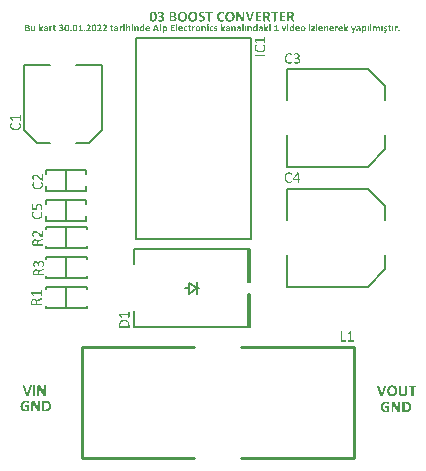
<source format=gto>
G04*
G04 #@! TF.GenerationSoftware,Altium Limited,Altium Designer,20.0.13 (296)*
G04*
G04 Layer_Color=65535*
%FSLAX25Y25*%
%MOIN*%
G70*
G01*
G75*
%ADD10C,0.00787*%
%ADD11C,0.01000*%
%ADD12C,0.00591*%
G36*
X471642Y345287D02*
X471674Y345283D01*
X471742Y345271D01*
X471770Y345255D01*
X471795Y345239D01*
X471799Y345235D01*
X471803Y345231D01*
X471811Y345219D01*
X471823Y345199D01*
X471831Y345175D01*
X471839Y345143D01*
X471843Y345106D01*
X471847Y345062D01*
Y345058D01*
Y345042D01*
X471843Y345018D01*
X471839Y344990D01*
X471823Y344934D01*
X471811Y344906D01*
X471791Y344882D01*
X471786D01*
X471778Y344874D01*
X471767Y344866D01*
X471746Y344858D01*
X471718Y344850D01*
X471686Y344842D01*
X471642Y344838D01*
X471594Y344834D01*
X471570D01*
X471546Y344838D01*
X471514Y344842D01*
X471446Y344854D01*
X471418Y344866D01*
X471394Y344882D01*
Y344886D01*
X471385Y344890D01*
X471378Y344902D01*
X471370Y344922D01*
X471361Y344946D01*
X471353Y344974D01*
X471349Y345010D01*
X471345Y345054D01*
Y345058D01*
Y345074D01*
X471349Y345098D01*
X471353Y345127D01*
X471370Y345187D01*
X471382Y345215D01*
X471398Y345239D01*
X471402Y345243D01*
X471410Y345247D01*
X471422Y345255D01*
X471442Y345267D01*
X471470Y345275D01*
X471502Y345283D01*
X471546Y345287D01*
X471594Y345291D01*
X471618D01*
X471642Y345287D01*
D02*
G37*
G36*
X464368D02*
X464400Y345283D01*
X464468Y345271D01*
X464496Y345255D01*
X464520Y345239D01*
X464524Y345235D01*
X464528Y345231D01*
X464537Y345219D01*
X464548Y345199D01*
X464557Y345175D01*
X464565Y345143D01*
X464569Y345106D01*
X464573Y345062D01*
Y345058D01*
Y345042D01*
X464569Y345018D01*
X464565Y344990D01*
X464548Y344934D01*
X464537Y344906D01*
X464516Y344882D01*
X464512D01*
X464504Y344874D01*
X464492Y344866D01*
X464472Y344858D01*
X464444Y344850D01*
X464412Y344842D01*
X464368Y344838D01*
X464320Y344834D01*
X464296D01*
X464272Y344838D01*
X464240Y344842D01*
X464172Y344854D01*
X464144Y344866D01*
X464119Y344882D01*
Y344886D01*
X464111Y344890D01*
X464103Y344902D01*
X464095Y344922D01*
X464087Y344946D01*
X464079Y344974D01*
X464075Y345010D01*
X464071Y345054D01*
Y345058D01*
Y345074D01*
X464075Y345098D01*
X464079Y345127D01*
X464095Y345187D01*
X464107Y345215D01*
X464123Y345239D01*
X464127Y345243D01*
X464136Y345247D01*
X464148Y345255D01*
X464168Y345267D01*
X464196Y345275D01*
X464228Y345283D01*
X464272Y345287D01*
X464320Y345291D01*
X464344D01*
X464368Y345287D01*
D02*
G37*
G36*
X458413Y345287D02*
X458445Y345283D01*
X458513Y345271D01*
X458541Y345255D01*
X458566Y345239D01*
X458570Y345235D01*
X458574Y345231D01*
X458582Y345219D01*
X458594Y345199D01*
X458602Y345175D01*
X458610Y345143D01*
X458614Y345106D01*
X458618Y345062D01*
Y345058D01*
Y345042D01*
X458614Y345018D01*
X458610Y344990D01*
X458594Y344934D01*
X458582Y344906D01*
X458562Y344882D01*
X458558D01*
X458549Y344874D01*
X458537Y344866D01*
X458518Y344858D01*
X458489Y344850D01*
X458457Y344842D01*
X458413Y344838D01*
X458365Y344834D01*
X458341D01*
X458317Y344838D01*
X458285Y344842D01*
X458217Y344854D01*
X458189Y344866D01*
X458165Y344882D01*
Y344886D01*
X458157Y344890D01*
X458148Y344902D01*
X458141Y344922D01*
X458133Y344946D01*
X458124Y344974D01*
X458120Y345010D01*
X458116Y345054D01*
Y345058D01*
Y345074D01*
X458120Y345098D01*
X458124Y345126D01*
X458141Y345187D01*
X458152Y345215D01*
X458169Y345239D01*
X458173Y345243D01*
X458181Y345247D01*
X458193Y345255D01*
X458213Y345267D01*
X458241Y345275D01*
X458273Y345283D01*
X458317Y345287D01*
X458365Y345291D01*
X458389D01*
X458413Y345287D01*
D02*
G37*
G36*
X437722D02*
X437754Y345283D01*
X437822Y345271D01*
X437850Y345255D01*
X437874Y345239D01*
X437878Y345235D01*
X437882Y345231D01*
X437890Y345219D01*
X437902Y345199D01*
X437910Y345175D01*
X437918Y345143D01*
X437922Y345106D01*
X437926Y345062D01*
Y345058D01*
Y345042D01*
X437922Y345018D01*
X437918Y344990D01*
X437902Y344934D01*
X437890Y344906D01*
X437870Y344882D01*
X437866D01*
X437858Y344874D01*
X437846Y344866D01*
X437826Y344858D01*
X437798Y344850D01*
X437766Y344842D01*
X437722Y344838D01*
X437674Y344834D01*
X437649D01*
X437625Y344838D01*
X437593Y344842D01*
X437525Y344854D01*
X437497Y344866D01*
X437473Y344882D01*
Y344886D01*
X437465Y344890D01*
X437457Y344902D01*
X437449Y344922D01*
X437441Y344946D01*
X437433Y344974D01*
X437429Y345010D01*
X437425Y345054D01*
Y345058D01*
Y345074D01*
X437429Y345098D01*
X437433Y345126D01*
X437449Y345187D01*
X437461Y345215D01*
X437477Y345239D01*
X437481Y345243D01*
X437489Y345247D01*
X437501Y345255D01*
X437521Y345267D01*
X437549Y345275D01*
X437581Y345283D01*
X437625Y345287D01*
X437674Y345291D01*
X437698D01*
X437722Y345287D01*
D02*
G37*
G36*
X412543D02*
X412575Y345283D01*
X412643Y345271D01*
X412671Y345255D01*
X412695Y345239D01*
X412699Y345235D01*
X412703Y345231D01*
X412711Y345219D01*
X412723Y345199D01*
X412731Y345175D01*
X412739Y345143D01*
X412743Y345106D01*
X412747Y345062D01*
Y345058D01*
Y345042D01*
X412743Y345018D01*
X412739Y344990D01*
X412723Y344934D01*
X412711Y344906D01*
X412691Y344882D01*
X412687D01*
X412679Y344874D01*
X412667Y344866D01*
X412647Y344858D01*
X412619Y344850D01*
X412587Y344842D01*
X412543Y344838D01*
X412495Y344834D01*
X412471D01*
X412447Y344838D01*
X412415Y344842D01*
X412346Y344854D01*
X412318Y344866D01*
X412294Y344882D01*
Y344886D01*
X412286Y344890D01*
X412278Y344902D01*
X412270Y344922D01*
X412262Y344946D01*
X412254Y344974D01*
X412250Y345010D01*
X412246Y345054D01*
Y345058D01*
Y345074D01*
X412250Y345098D01*
X412254Y345126D01*
X412270Y345187D01*
X412282Y345215D01*
X412298Y345239D01*
X412302Y345243D01*
X412310Y345247D01*
X412322Y345255D01*
X412342Y345267D01*
X412370Y345275D01*
X412402Y345283D01*
X412447Y345287D01*
X412495Y345291D01*
X412519D01*
X412543Y345287D01*
D02*
G37*
G36*
X409768D02*
X409800Y345283D01*
X409868Y345271D01*
X409896Y345255D01*
X409920Y345239D01*
X409924Y345235D01*
X409928Y345231D01*
X409936Y345219D01*
X409948Y345199D01*
X409956Y345175D01*
X409964Y345143D01*
X409968Y345106D01*
X409972Y345062D01*
Y345058D01*
Y345042D01*
X409968Y345018D01*
X409964Y344990D01*
X409948Y344934D01*
X409936Y344906D01*
X409916Y344882D01*
X409912D01*
X409904Y344874D01*
X409892Y344866D01*
X409872Y344858D01*
X409844Y344850D01*
X409812Y344842D01*
X409768Y344838D01*
X409720Y344834D01*
X409696D01*
X409672Y344838D01*
X409640Y344842D01*
X409571Y344854D01*
X409543Y344866D01*
X409519Y344882D01*
Y344886D01*
X409511Y344890D01*
X409503Y344902D01*
X409495Y344922D01*
X409487Y344946D01*
X409479Y344974D01*
X409475Y345010D01*
X409471Y345054D01*
Y345058D01*
Y345074D01*
X409475Y345098D01*
X409479Y345126D01*
X409495Y345187D01*
X409507Y345215D01*
X409523Y345239D01*
X409527Y345243D01*
X409535Y345247D01*
X409547Y345255D01*
X409567Y345267D01*
X409595Y345275D01*
X409627Y345283D01*
X409672Y345287D01*
X409720Y345291D01*
X409744D01*
X409768Y345287D01*
D02*
G37*
G36*
X466293Y345343D02*
X466325Y345339D01*
X466333D01*
X466349Y345335D01*
X466373Y345331D01*
X466393Y345323D01*
X466397D01*
X466405Y345319D01*
X466417Y345311D01*
X466429Y345299D01*
X466433D01*
X466437Y345291D01*
X466441Y345283D01*
Y345271D01*
Y342997D01*
Y342993D01*
Y342985D01*
X466437Y342977D01*
X466429Y342965D01*
X466421Y342957D01*
X466413Y342953D01*
X466401Y342945D01*
X466397D01*
X466385Y342941D01*
X466369Y342937D01*
X466345Y342933D01*
X466321D01*
X466293Y342929D01*
X466193D01*
X466164Y342933D01*
X466160D01*
X466145Y342937D01*
X466128Y342941D01*
X466108Y342945D01*
X466104D01*
X466096Y342949D01*
X466076Y342965D01*
Y342969D01*
X466072Y342973D01*
X466068Y342997D01*
Y343170D01*
X466064Y343166D01*
X466048Y343149D01*
X466024Y343126D01*
X465992Y343097D01*
X465956Y343065D01*
X465916Y343029D01*
X465868Y342997D01*
X465820Y342969D01*
X465816Y342965D01*
X465796Y342957D01*
X465767Y342949D01*
X465735Y342937D01*
X465691Y342921D01*
X465639Y342913D01*
X465587Y342905D01*
X465527Y342901D01*
X465499D01*
X465463Y342905D01*
X465423Y342909D01*
X465375Y342917D01*
X465326Y342929D01*
X465274Y342945D01*
X465226Y342969D01*
X465222Y342973D01*
X465206Y342981D01*
X465186Y342997D01*
X465158Y343017D01*
X465126Y343045D01*
X465094Y343077D01*
X465062Y343113D01*
X465030Y343154D01*
X465026Y343158D01*
X465018Y343174D01*
X465006Y343198D01*
X464986Y343230D01*
X464969Y343270D01*
X464950Y343318D01*
X464933Y343366D01*
X464917Y343422D01*
Y343430D01*
X464913Y343450D01*
X464909Y343482D01*
X464901Y343522D01*
X464897Y343571D01*
X464889Y343627D01*
X464885Y343687D01*
Y343751D01*
Y343755D01*
Y343759D01*
Y343771D01*
Y343787D01*
X464889Y343823D01*
Y343875D01*
X464897Y343932D01*
X464905Y343992D01*
X464913Y344056D01*
X464929Y344120D01*
X464933Y344128D01*
X464937Y344148D01*
X464950Y344180D01*
X464961Y344216D01*
X464982Y344260D01*
X465002Y344308D01*
X465030Y344356D01*
X465058Y344401D01*
X465062Y344405D01*
X465074Y344421D01*
X465090Y344441D01*
X465114Y344469D01*
X465146Y344497D01*
X465182Y344525D01*
X465222Y344557D01*
X465266Y344581D01*
X465270Y344585D01*
X465290Y344593D01*
X465314Y344601D01*
X465350Y344613D01*
X465395Y344625D01*
X465443Y344637D01*
X465499Y344641D01*
X465559Y344645D01*
X465583D01*
X465607Y344641D01*
X465639Y344637D01*
X465675Y344633D01*
X465715Y344621D01*
X465756Y344609D01*
X465796Y344589D01*
X465800Y344585D01*
X465816Y344581D01*
X465836Y344569D01*
X465864Y344549D01*
X465896Y344529D01*
X465932Y344505D01*
X465968Y344473D01*
X466008Y344437D01*
Y345271D01*
Y345275D01*
Y345279D01*
X466016Y345299D01*
Y345303D01*
X466024Y345307D01*
X466032Y345315D01*
X466048Y345323D01*
X466052Y345327D01*
X466068Y345331D01*
X466088Y345335D01*
X466116Y345339D01*
X466124D01*
X466149Y345343D01*
X466181Y345347D01*
X466261D01*
X466293Y345343D01*
D02*
G37*
G36*
X454107Y345343D02*
X454139Y345339D01*
X454147D01*
X454163Y345335D01*
X454187Y345331D01*
X454207Y345323D01*
X454211D01*
X454219Y345319D01*
X454231Y345311D01*
X454243Y345299D01*
X454247D01*
X454251Y345291D01*
X454255Y345283D01*
Y345271D01*
Y342997D01*
Y342993D01*
Y342985D01*
X454251Y342977D01*
X454243Y342965D01*
X454235Y342957D01*
X454227Y342953D01*
X454215Y342945D01*
X454211D01*
X454199Y342941D01*
X454183Y342937D01*
X454159Y342933D01*
X454135D01*
X454107Y342929D01*
X454006D01*
X453978Y342933D01*
X453974D01*
X453958Y342937D01*
X453942Y342941D01*
X453922Y342945D01*
X453918D01*
X453910Y342949D01*
X453890Y342965D01*
Y342969D01*
X453886Y342973D01*
X453882Y342997D01*
Y343170D01*
X453878Y343165D01*
X453862Y343149D01*
X453838Y343126D01*
X453806Y343097D01*
X453770Y343065D01*
X453729Y343029D01*
X453681Y342997D01*
X453633Y342969D01*
X453629Y342965D01*
X453609Y342957D01*
X453581Y342949D01*
X453549Y342937D01*
X453505Y342921D01*
X453453Y342913D01*
X453401Y342905D01*
X453340Y342901D01*
X453312D01*
X453276Y342905D01*
X453236Y342909D01*
X453188Y342917D01*
X453140Y342929D01*
X453088Y342945D01*
X453040Y342969D01*
X453036Y342973D01*
X453020Y342981D01*
X453000Y342997D01*
X452972Y343017D01*
X452940Y343045D01*
X452908Y343077D01*
X452875Y343113D01*
X452843Y343154D01*
X452839Y343158D01*
X452831Y343174D01*
X452819Y343198D01*
X452799Y343230D01*
X452783Y343270D01*
X452763Y343318D01*
X452747Y343366D01*
X452731Y343422D01*
Y343430D01*
X452727Y343450D01*
X452723Y343482D01*
X452715Y343522D01*
X452711Y343571D01*
X452703Y343627D01*
X452699Y343687D01*
Y343751D01*
Y343755D01*
Y343759D01*
Y343771D01*
Y343787D01*
X452703Y343823D01*
Y343875D01*
X452711Y343932D01*
X452719Y343992D01*
X452727Y344056D01*
X452743Y344120D01*
X452747Y344128D01*
X452751Y344148D01*
X452763Y344180D01*
X452775Y344216D01*
X452795Y344260D01*
X452815Y344308D01*
X452843Y344356D01*
X452871Y344401D01*
X452875Y344405D01*
X452887Y344421D01*
X452904Y344441D01*
X452927Y344469D01*
X452960Y344497D01*
X452996Y344525D01*
X453036Y344557D01*
X453080Y344581D01*
X453084Y344585D01*
X453104Y344593D01*
X453128Y344601D01*
X453164Y344613D01*
X453208Y344625D01*
X453256Y344637D01*
X453312Y344641D01*
X453373Y344645D01*
X453397D01*
X453421Y344641D01*
X453453Y344637D01*
X453489Y344633D01*
X453529Y344621D01*
X453569Y344609D01*
X453609Y344589D01*
X453613Y344585D01*
X453629Y344581D01*
X453649Y344569D01*
X453677Y344549D01*
X453710Y344529D01*
X453746Y344505D01*
X453782Y344473D01*
X453822Y344437D01*
Y345271D01*
Y345275D01*
Y345279D01*
X453830Y345299D01*
Y345303D01*
X453838Y345307D01*
X453846Y345315D01*
X453862Y345323D01*
X453866Y345327D01*
X453882Y345331D01*
X453902Y345335D01*
X453930Y345339D01*
X453938D01*
X453962Y345343D01*
X453994Y345347D01*
X454074D01*
X454107Y345343D01*
D02*
G37*
G36*
X416372D02*
X416404Y345339D01*
X416412D01*
X416429Y345335D01*
X416453Y345331D01*
X416473Y345323D01*
X416477D01*
X416485Y345319D01*
X416497Y345311D01*
X416509Y345299D01*
X416513D01*
X416517Y345291D01*
X416521Y345283D01*
Y345271D01*
Y342997D01*
Y342993D01*
Y342985D01*
X416517Y342977D01*
X416509Y342965D01*
X416501Y342957D01*
X416493Y342953D01*
X416481Y342945D01*
X416477D01*
X416465Y342941D01*
X416448Y342937D01*
X416425Y342933D01*
X416400D01*
X416372Y342929D01*
X416272D01*
X416244Y342933D01*
X416240D01*
X416224Y342937D01*
X416208Y342941D01*
X416188Y342945D01*
X416184D01*
X416176Y342949D01*
X416156Y342965D01*
Y342969D01*
X416152Y342973D01*
X416148Y342997D01*
Y343170D01*
X416144Y343165D01*
X416128Y343149D01*
X416104Y343126D01*
X416072Y343097D01*
X416036Y343065D01*
X415995Y343029D01*
X415947Y342997D01*
X415899Y342969D01*
X415895Y342965D01*
X415875Y342957D01*
X415847Y342949D01*
X415815Y342937D01*
X415771Y342921D01*
X415719Y342913D01*
X415667Y342905D01*
X415606Y342901D01*
X415578D01*
X415542Y342905D01*
X415502Y342909D01*
X415454Y342917D01*
X415406Y342929D01*
X415354Y342945D01*
X415306Y342969D01*
X415302Y342973D01*
X415286Y342981D01*
X415266Y342997D01*
X415238Y343017D01*
X415205Y343045D01*
X415173Y343077D01*
X415141Y343113D01*
X415109Y343154D01*
X415105Y343158D01*
X415097Y343174D01*
X415085Y343198D01*
X415065Y343230D01*
X415049Y343270D01*
X415029Y343318D01*
X415013Y343366D01*
X414997Y343422D01*
Y343430D01*
X414993Y343450D01*
X414989Y343482D01*
X414981Y343522D01*
X414977Y343571D01*
X414969Y343627D01*
X414965Y343687D01*
Y343751D01*
Y343755D01*
Y343759D01*
Y343771D01*
Y343787D01*
X414969Y343823D01*
Y343875D01*
X414977Y343932D01*
X414985Y343992D01*
X414993Y344056D01*
X415009Y344120D01*
X415013Y344128D01*
X415017Y344148D01*
X415029Y344180D01*
X415041Y344216D01*
X415061Y344260D01*
X415081Y344308D01*
X415109Y344356D01*
X415137Y344401D01*
X415141Y344405D01*
X415153Y344421D01*
X415169Y344441D01*
X415193Y344469D01*
X415226Y344497D01*
X415262Y344525D01*
X415302Y344557D01*
X415346Y344581D01*
X415350Y344585D01*
X415370Y344593D01*
X415394Y344601D01*
X415430Y344613D01*
X415474Y344625D01*
X415522Y344637D01*
X415578Y344641D01*
X415638Y344645D01*
X415663D01*
X415687Y344641D01*
X415719Y344637D01*
X415755Y344633D01*
X415795Y344621D01*
X415835Y344609D01*
X415875Y344589D01*
X415879Y344585D01*
X415895Y344581D01*
X415915Y344569D01*
X415943Y344549D01*
X415975Y344529D01*
X416011Y344505D01*
X416047Y344473D01*
X416088Y344437D01*
Y345271D01*
Y345275D01*
Y345279D01*
X416096Y345299D01*
Y345303D01*
X416104Y345307D01*
X416112Y345315D01*
X416128Y345323D01*
X416132Y345327D01*
X416148Y345331D01*
X416168Y345335D01*
X416196Y345339D01*
X416204D01*
X416228Y345343D01*
X416260Y345347D01*
X416340D01*
X416372Y345343D01*
D02*
G37*
G36*
X477280Y344641D02*
X477316Y344637D01*
X477360Y344633D01*
X477405Y344625D01*
X477449Y344609D01*
X477493Y344593D01*
X477497Y344589D01*
X477513Y344585D01*
X477529Y344573D01*
X477557Y344557D01*
X477581Y344537D01*
X477613Y344509D01*
X477641Y344481D01*
X477665Y344449D01*
X477669Y344445D01*
X477677Y344433D01*
X477689Y344413D01*
X477701Y344389D01*
X477717Y344360D01*
X477733Y344324D01*
X477749Y344284D01*
X477761Y344240D01*
Y344236D01*
X477766Y344220D01*
X477774Y344192D01*
X477777Y344160D01*
X477785Y344116D01*
X477789Y344068D01*
X477794Y344012D01*
Y343952D01*
Y342997D01*
Y342993D01*
Y342985D01*
X477789Y342977D01*
X477781Y342965D01*
X477777D01*
X477774Y342957D01*
X477761Y342953D01*
X477745Y342945D01*
X477741D01*
X477729Y342941D01*
X477705D01*
X477677Y342937D01*
X477669D01*
X477649Y342933D01*
X477617Y342929D01*
X477541D01*
X477505Y342933D01*
X477469Y342937D01*
X477461D01*
X477445Y342941D01*
X477425D01*
X477405Y342945D01*
X477401D01*
X477392Y342949D01*
X477381Y342957D01*
X477368Y342965D01*
Y342969D01*
X477364Y342973D01*
X477360Y342997D01*
Y343879D01*
Y343883D01*
Y343899D01*
Y343919D01*
X477356Y343944D01*
X477352Y344000D01*
X477348Y344032D01*
X477340Y344056D01*
Y344060D01*
X477336Y344068D01*
X477332Y344080D01*
X477328Y344092D01*
X477312Y344128D01*
X477292Y344164D01*
Y344168D01*
X477288Y344172D01*
X477272Y344192D01*
X477248Y344216D01*
X477212Y344236D01*
X477208D01*
X477204Y344240D01*
X477180Y344252D01*
X477144Y344260D01*
X477100Y344264D01*
X477084D01*
X477068Y344260D01*
X477048Y344256D01*
X477020Y344248D01*
X476992Y344236D01*
X476960Y344220D01*
X476927Y344200D01*
X476923Y344196D01*
X476911Y344188D01*
X476895Y344176D01*
X476875Y344156D01*
X476847Y344132D01*
X476819Y344100D01*
X476787Y344064D01*
X476755Y344024D01*
Y342997D01*
Y342993D01*
Y342985D01*
X476751Y342977D01*
X476743Y342965D01*
X476739D01*
X476735Y342957D01*
X476723Y342953D01*
X476707Y342945D01*
X476703D01*
X476691Y342941D01*
X476667D01*
X476639Y342937D01*
X476631D01*
X476611Y342933D01*
X476579Y342929D01*
X476498D01*
X476462Y342933D01*
X476426Y342937D01*
X476418D01*
X476402Y342941D01*
X476382D01*
X476362Y342945D01*
X476358D01*
X476350Y342949D01*
X476338Y342957D01*
X476326Y342965D01*
Y342969D01*
X476322Y342973D01*
X476318Y342997D01*
Y344541D01*
Y344545D01*
Y344553D01*
X476326Y344573D01*
Y344577D01*
X476334Y344581D01*
X476342Y344585D01*
X476354Y344593D01*
X476358D01*
X476370Y344597D01*
X476390Y344601D01*
X476414Y344605D01*
X476422D01*
X476438Y344609D01*
X476466Y344613D01*
X476534D01*
X476567Y344609D01*
X476594Y344605D01*
X476603D01*
X476615Y344601D01*
X476635Y344597D01*
X476651Y344593D01*
X476655D01*
X476663Y344589D01*
X476671Y344581D01*
X476679Y344573D01*
X476683Y344569D01*
X476687Y344565D01*
X476691Y344553D01*
Y344541D01*
Y344365D01*
X476695Y344373D01*
X476711Y344389D01*
X476739Y344413D01*
X476771Y344445D01*
X476807Y344477D01*
X476851Y344513D01*
X476899Y344545D01*
X476947Y344573D01*
X476955Y344577D01*
X476971Y344585D01*
X477000Y344597D01*
X477032Y344609D01*
X477076Y344621D01*
X477120Y344633D01*
X477172Y344641D01*
X477224Y344645D01*
X477252D01*
X477280Y344641D01*
D02*
G37*
G36*
X451845Y344641D02*
X451881Y344637D01*
X451925Y344633D01*
X451969Y344625D01*
X452013Y344609D01*
X452057Y344593D01*
X452061Y344589D01*
X452077Y344585D01*
X452093Y344573D01*
X452121Y344557D01*
X452146Y344537D01*
X452178Y344509D01*
X452206Y344481D01*
X452230Y344449D01*
X452234Y344445D01*
X452242Y344433D01*
X452254Y344413D01*
X452266Y344389D01*
X452282Y344360D01*
X452298Y344324D01*
X452314Y344284D01*
X452326Y344240D01*
Y344236D01*
X452330Y344220D01*
X452338Y344192D01*
X452342Y344160D01*
X452350Y344116D01*
X452354Y344068D01*
X452358Y344012D01*
Y343952D01*
Y342997D01*
Y342993D01*
Y342985D01*
X452354Y342977D01*
X452346Y342965D01*
X452342D01*
X452338Y342957D01*
X452326Y342953D01*
X452310Y342945D01*
X452306D01*
X452294Y342941D01*
X452270D01*
X452242Y342937D01*
X452234D01*
X452214Y342933D01*
X452182Y342929D01*
X452106D01*
X452069Y342933D01*
X452033Y342937D01*
X452025D01*
X452009Y342941D01*
X451989D01*
X451969Y342945D01*
X451965D01*
X451957Y342949D01*
X451945Y342957D01*
X451933Y342965D01*
Y342969D01*
X451929Y342973D01*
X451925Y342997D01*
Y343879D01*
Y343883D01*
Y343899D01*
Y343919D01*
X451921Y343944D01*
X451917Y344000D01*
X451913Y344032D01*
X451905Y344056D01*
Y344060D01*
X451901Y344068D01*
X451897Y344080D01*
X451893Y344092D01*
X451877Y344128D01*
X451857Y344164D01*
Y344168D01*
X451853Y344172D01*
X451837Y344192D01*
X451813Y344216D01*
X451777Y344236D01*
X451773D01*
X451769Y344240D01*
X451745Y344252D01*
X451709Y344260D01*
X451664Y344264D01*
X451648D01*
X451632Y344260D01*
X451612Y344256D01*
X451584Y344248D01*
X451556Y344236D01*
X451524Y344220D01*
X451492Y344200D01*
X451488Y344196D01*
X451476Y344188D01*
X451460Y344176D01*
X451440Y344156D01*
X451412Y344132D01*
X451384Y344100D01*
X451352Y344064D01*
X451320Y344024D01*
Y342997D01*
Y342993D01*
Y342985D01*
X451315Y342977D01*
X451307Y342965D01*
X451303D01*
X451299Y342957D01*
X451287Y342953D01*
X451271Y342945D01*
X451267D01*
X451255Y342941D01*
X451231D01*
X451203Y342937D01*
X451195D01*
X451175Y342933D01*
X451143Y342929D01*
X451063D01*
X451027Y342933D01*
X450991Y342937D01*
X450983D01*
X450967Y342941D01*
X450947D01*
X450926Y342945D01*
X450922D01*
X450914Y342949D01*
X450903Y342957D01*
X450890Y342965D01*
Y342969D01*
X450886Y342973D01*
X450882Y342997D01*
Y344541D01*
Y344545D01*
Y344553D01*
X450890Y344573D01*
Y344577D01*
X450899Y344581D01*
X450907Y344585D01*
X450918Y344593D01*
X450922D01*
X450935Y344597D01*
X450955Y344601D01*
X450979Y344605D01*
X450987D01*
X451003Y344609D01*
X451031Y344613D01*
X451099D01*
X451131Y344609D01*
X451159Y344605D01*
X451167D01*
X451179Y344601D01*
X451199Y344597D01*
X451215Y344593D01*
X451219D01*
X451227Y344589D01*
X451235Y344581D01*
X451243Y344573D01*
X451247Y344569D01*
X451251Y344565D01*
X451255Y344553D01*
Y344541D01*
Y344365D01*
X451259Y344373D01*
X451275Y344389D01*
X451303Y344413D01*
X451335Y344445D01*
X451372Y344477D01*
X451416Y344513D01*
X451464Y344545D01*
X451512Y344573D01*
X451520Y344577D01*
X451536Y344585D01*
X451564Y344597D01*
X451596Y344609D01*
X451640Y344621D01*
X451684Y344633D01*
X451736Y344641D01*
X451789Y344645D01*
X451817D01*
X451845Y344641D01*
D02*
G37*
G36*
X446447D02*
X446483Y344637D01*
X446528Y344633D01*
X446572Y344625D01*
X446616Y344609D01*
X446660Y344593D01*
X446664Y344589D01*
X446680Y344585D01*
X446696Y344573D01*
X446724Y344557D01*
X446748Y344537D01*
X446780Y344509D01*
X446808Y344481D01*
X446832Y344449D01*
X446836Y344445D01*
X446844Y344433D01*
X446856Y344413D01*
X446868Y344389D01*
X446884Y344360D01*
X446901Y344324D01*
X446916Y344284D01*
X446929Y344240D01*
Y344236D01*
X446933Y344220D01*
X446941Y344192D01*
X446945Y344160D01*
X446953Y344116D01*
X446957Y344068D01*
X446961Y344012D01*
Y343952D01*
Y342997D01*
Y342993D01*
Y342985D01*
X446957Y342977D01*
X446949Y342965D01*
X446945D01*
X446941Y342957D01*
X446929Y342953D01*
X446912Y342945D01*
X446909D01*
X446897Y342941D01*
X446872D01*
X446844Y342937D01*
X446836D01*
X446816Y342933D01*
X446784Y342929D01*
X446708D01*
X446672Y342933D01*
X446636Y342937D01*
X446628D01*
X446612Y342941D01*
X446592D01*
X446572Y342945D01*
X446568D01*
X446560Y342949D01*
X446548Y342957D01*
X446536Y342965D01*
Y342969D01*
X446532Y342973D01*
X446528Y342997D01*
Y343879D01*
Y343883D01*
Y343899D01*
Y343919D01*
X446524Y343944D01*
X446520Y344000D01*
X446516Y344032D01*
X446508Y344056D01*
Y344060D01*
X446503Y344068D01*
X446499Y344080D01*
X446495Y344092D01*
X446479Y344128D01*
X446459Y344164D01*
Y344168D01*
X446455Y344172D01*
X446439Y344192D01*
X446415Y344216D01*
X446379Y344236D01*
X446375D01*
X446371Y344240D01*
X446347Y344252D01*
X446311Y344260D01*
X446267Y344264D01*
X446251D01*
X446235Y344260D01*
X446215Y344256D01*
X446187Y344248D01*
X446159Y344236D01*
X446127Y344220D01*
X446095Y344200D01*
X446091Y344196D01*
X446078Y344188D01*
X446062Y344176D01*
X446042Y344156D01*
X446014Y344132D01*
X445986Y344100D01*
X445954Y344064D01*
X445922Y344024D01*
Y342997D01*
Y342993D01*
Y342985D01*
X445918Y342977D01*
X445910Y342965D01*
X445906D01*
X445902Y342957D01*
X445890Y342953D01*
X445874Y342945D01*
X445870D01*
X445858Y342941D01*
X445834D01*
X445806Y342937D01*
X445798D01*
X445778Y342933D01*
X445746Y342929D01*
X445665D01*
X445629Y342933D01*
X445593Y342937D01*
X445585D01*
X445569Y342941D01*
X445549D01*
X445529Y342945D01*
X445525D01*
X445517Y342949D01*
X445505Y342957D01*
X445493Y342965D01*
Y342969D01*
X445489Y342973D01*
X445485Y342997D01*
Y344541D01*
Y344545D01*
Y344553D01*
X445493Y344573D01*
Y344577D01*
X445501Y344581D01*
X445509Y344585D01*
X445521Y344593D01*
X445525D01*
X445537Y344597D01*
X445557Y344601D01*
X445581Y344605D01*
X445589D01*
X445605Y344609D01*
X445633Y344613D01*
X445702D01*
X445734Y344609D01*
X445762Y344605D01*
X445770D01*
X445782Y344601D01*
X445802Y344597D01*
X445818Y344593D01*
X445822D01*
X445830Y344589D01*
X445838Y344581D01*
X445846Y344573D01*
X445850Y344569D01*
X445854Y344565D01*
X445858Y344553D01*
Y344541D01*
Y344365D01*
X445862Y344373D01*
X445878Y344389D01*
X445906Y344413D01*
X445938Y344445D01*
X445974Y344477D01*
X446018Y344513D01*
X446066Y344545D01*
X446114Y344573D01*
X446123Y344577D01*
X446139Y344585D01*
X446167Y344597D01*
X446199Y344609D01*
X446243Y344621D01*
X446287Y344633D01*
X446339Y344641D01*
X446391Y344645D01*
X446419D01*
X446447Y344641D01*
D02*
G37*
G36*
X436515D02*
X436551Y344637D01*
X436595Y344633D01*
X436639Y344625D01*
X436683Y344609D01*
X436727Y344593D01*
X436731Y344589D01*
X436747Y344585D01*
X436763Y344573D01*
X436791Y344557D01*
X436815Y344537D01*
X436847Y344509D01*
X436875Y344481D01*
X436900Y344449D01*
X436904Y344445D01*
X436912Y344433D01*
X436924Y344413D01*
X436936Y344389D01*
X436952Y344360D01*
X436968Y344324D01*
X436984Y344284D01*
X436996Y344240D01*
Y344236D01*
X437000Y344220D01*
X437008Y344192D01*
X437012Y344160D01*
X437020Y344116D01*
X437024Y344068D01*
X437028Y344012D01*
Y343952D01*
Y342997D01*
Y342993D01*
Y342985D01*
X437024Y342977D01*
X437016Y342965D01*
X437012D01*
X437008Y342957D01*
X436996Y342953D01*
X436980Y342945D01*
X436976D01*
X436964Y342941D01*
X436940D01*
X436912Y342937D01*
X436904D01*
X436883Y342933D01*
X436851Y342929D01*
X436775D01*
X436739Y342933D01*
X436703Y342937D01*
X436695D01*
X436679Y342941D01*
X436659D01*
X436639Y342945D01*
X436635D01*
X436627Y342949D01*
X436615Y342957D01*
X436603Y342965D01*
Y342969D01*
X436599Y342973D01*
X436595Y342997D01*
Y343879D01*
Y343883D01*
Y343899D01*
Y343919D01*
X436591Y343944D01*
X436587Y344000D01*
X436583Y344032D01*
X436575Y344056D01*
Y344060D01*
X436571Y344068D01*
X436567Y344080D01*
X436563Y344092D01*
X436547Y344128D01*
X436527Y344164D01*
Y344168D01*
X436523Y344172D01*
X436507Y344192D01*
X436482Y344216D01*
X436446Y344236D01*
X436442D01*
X436438Y344240D01*
X436414Y344252D01*
X436378Y344260D01*
X436334Y344264D01*
X436318D01*
X436302Y344260D01*
X436282Y344256D01*
X436254Y344248D01*
X436226Y344236D01*
X436194Y344220D01*
X436162Y344200D01*
X436158Y344196D01*
X436146Y344188D01*
X436130Y344176D01*
X436110Y344156D01*
X436082Y344132D01*
X436053Y344100D01*
X436021Y344064D01*
X435989Y344024D01*
Y342997D01*
Y342993D01*
Y342985D01*
X435985Y342977D01*
X435977Y342965D01*
X435973D01*
X435969Y342957D01*
X435957Y342953D01*
X435941Y342945D01*
X435937D01*
X435925Y342941D01*
X435901D01*
X435873Y342937D01*
X435865D01*
X435845Y342933D01*
X435813Y342929D01*
X435733D01*
X435697Y342933D01*
X435661Y342937D01*
X435652D01*
X435636Y342941D01*
X435616D01*
X435596Y342945D01*
X435592D01*
X435584Y342949D01*
X435572Y342957D01*
X435560Y342965D01*
Y342969D01*
X435556Y342973D01*
X435552Y342997D01*
Y344541D01*
Y344545D01*
Y344553D01*
X435560Y344573D01*
Y344577D01*
X435568Y344581D01*
X435576Y344585D01*
X435588Y344593D01*
X435592D01*
X435604Y344597D01*
X435624Y344601D01*
X435648Y344605D01*
X435656D01*
X435673Y344609D01*
X435701Y344613D01*
X435769D01*
X435801Y344609D01*
X435829Y344605D01*
X435837D01*
X435849Y344601D01*
X435869Y344597D01*
X435885Y344593D01*
X435889D01*
X435897Y344589D01*
X435905Y344581D01*
X435913Y344573D01*
X435917Y344569D01*
X435921Y344565D01*
X435925Y344553D01*
Y344541D01*
Y344365D01*
X435929Y344373D01*
X435945Y344389D01*
X435973Y344413D01*
X436005Y344445D01*
X436041Y344477D01*
X436086Y344513D01*
X436134Y344545D01*
X436182Y344573D01*
X436190Y344577D01*
X436206Y344585D01*
X436234Y344597D01*
X436266Y344609D01*
X436310Y344621D01*
X436354Y344633D01*
X436406Y344641D01*
X436458Y344645D01*
X436486D01*
X436515Y344641D01*
D02*
G37*
G36*
X414111D02*
X414147Y344637D01*
X414191Y344633D01*
X414235Y344625D01*
X414279Y344609D01*
X414323Y344593D01*
X414327Y344589D01*
X414343Y344585D01*
X414359Y344573D01*
X414387Y344557D01*
X414411Y344537D01*
X414443Y344509D01*
X414472Y344481D01*
X414496Y344449D01*
X414500Y344445D01*
X414508Y344433D01*
X414520Y344413D01*
X414532Y344389D01*
X414548Y344360D01*
X414564Y344324D01*
X414580Y344284D01*
X414592Y344240D01*
Y344236D01*
X414596Y344220D01*
X414604Y344192D01*
X414608Y344160D01*
X414616Y344116D01*
X414620Y344068D01*
X414624Y344012D01*
Y343952D01*
Y342997D01*
Y342993D01*
Y342985D01*
X414620Y342977D01*
X414612Y342965D01*
X414608D01*
X414604Y342957D01*
X414592Y342953D01*
X414576Y342945D01*
X414572D01*
X414560Y342941D01*
X414536D01*
X414508Y342937D01*
X414500D01*
X414480Y342933D01*
X414448Y342929D01*
X414371D01*
X414335Y342933D01*
X414299Y342937D01*
X414291D01*
X414275Y342941D01*
X414255D01*
X414235Y342945D01*
X414231D01*
X414223Y342949D01*
X414211Y342957D01*
X414199Y342965D01*
Y342969D01*
X414195Y342973D01*
X414191Y342997D01*
Y343879D01*
Y343883D01*
Y343899D01*
Y343919D01*
X414187Y343944D01*
X414183Y344000D01*
X414179Y344032D01*
X414171Y344056D01*
Y344060D01*
X414167Y344068D01*
X414163Y344080D01*
X414159Y344092D01*
X414143Y344128D01*
X414123Y344164D01*
Y344168D01*
X414119Y344172D01*
X414103Y344192D01*
X414079Y344216D01*
X414043Y344236D01*
X414039D01*
X414035Y344240D01*
X414010Y344252D01*
X413974Y344260D01*
X413930Y344264D01*
X413914D01*
X413898Y344260D01*
X413878Y344256D01*
X413850Y344248D01*
X413822Y344236D01*
X413790Y344220D01*
X413758Y344200D01*
X413754Y344196D01*
X413742Y344188D01*
X413726Y344176D01*
X413706Y344156D01*
X413678Y344132D01*
X413650Y344100D01*
X413618Y344064D01*
X413585Y344024D01*
Y342997D01*
Y342993D01*
Y342985D01*
X413581Y342977D01*
X413573Y342965D01*
X413569D01*
X413565Y342957D01*
X413553Y342953D01*
X413537Y342945D01*
X413533D01*
X413521Y342941D01*
X413497D01*
X413469Y342937D01*
X413461D01*
X413441Y342933D01*
X413409Y342929D01*
X413329D01*
X413293Y342933D01*
X413257Y342937D01*
X413249D01*
X413233Y342941D01*
X413212D01*
X413192Y342945D01*
X413188D01*
X413180Y342949D01*
X413168Y342957D01*
X413156Y342965D01*
Y342969D01*
X413152Y342973D01*
X413148Y342997D01*
Y344541D01*
Y344545D01*
Y344553D01*
X413156Y344573D01*
Y344577D01*
X413164Y344581D01*
X413172Y344585D01*
X413184Y344593D01*
X413188D01*
X413201Y344597D01*
X413221Y344601D01*
X413245Y344605D01*
X413253D01*
X413269Y344609D01*
X413297Y344613D01*
X413365D01*
X413397Y344609D01*
X413425Y344605D01*
X413433D01*
X413445Y344601D01*
X413465Y344597D01*
X413481Y344593D01*
X413485D01*
X413493Y344589D01*
X413501Y344581D01*
X413509Y344573D01*
X413513Y344569D01*
X413517Y344565D01*
X413521Y344553D01*
Y344541D01*
Y344365D01*
X413525Y344373D01*
X413541Y344389D01*
X413569Y344413D01*
X413601Y344445D01*
X413637Y344477D01*
X413682Y344513D01*
X413730Y344545D01*
X413778Y344573D01*
X413786Y344577D01*
X413802Y344585D01*
X413830Y344597D01*
X413862Y344609D01*
X413906Y344621D01*
X413950Y344633D01*
X414003Y344641D01*
X414055Y344645D01*
X414083D01*
X414111Y344641D01*
D02*
G37*
G36*
X489988Y344641D02*
X490028Y344637D01*
X490072Y344629D01*
X490120Y344617D01*
X490168Y344601D01*
X490216Y344577D01*
X490220Y344573D01*
X490237Y344565D01*
X490257Y344549D01*
X490285Y344529D01*
X490317Y344501D01*
X490349Y344469D01*
X490381Y344433D01*
X490409Y344393D01*
X490413Y344389D01*
X490421Y344373D01*
X490437Y344349D01*
X490453Y344316D01*
X490469Y344276D01*
X490489Y344228D01*
X490505Y344176D01*
X490521Y344120D01*
Y344112D01*
X490525Y344092D01*
X490533Y344064D01*
X490541Y344024D01*
X490545Y343976D01*
X490553Y343919D01*
X490557Y343859D01*
Y343795D01*
Y343791D01*
Y343787D01*
Y343775D01*
Y343759D01*
X490553Y343719D01*
Y343671D01*
X490545Y343611D01*
X490537Y343550D01*
X490525Y343486D01*
X490509Y343422D01*
Y343414D01*
X490501Y343394D01*
X490489Y343366D01*
X490477Y343326D01*
X490457Y343282D01*
X490437Y343234D01*
X490409Y343186D01*
X490381Y343142D01*
X490377Y343138D01*
X490365Y343122D01*
X490349Y343101D01*
X490325Y343077D01*
X490293Y343045D01*
X490257Y343017D01*
X490212Y342989D01*
X490168Y342961D01*
X490164Y342957D01*
X490148Y342953D01*
X490120Y342941D01*
X490088Y342933D01*
X490044Y342921D01*
X489996Y342909D01*
X489944Y342905D01*
X489884Y342901D01*
X489860D01*
X489844Y342905D01*
X489804Y342909D01*
X489759Y342917D01*
X489755D01*
X489751Y342921D01*
X489723Y342925D01*
X489687Y342937D01*
X489647Y342953D01*
X489643D01*
X489639Y342957D01*
X489615Y342969D01*
X489583Y342989D01*
X489543Y343017D01*
X489539D01*
X489535Y343025D01*
X489511Y343045D01*
X489479Y343073D01*
X489439Y343113D01*
Y342388D01*
Y342384D01*
Y342380D01*
X489435Y342368D01*
X489427Y342359D01*
X489423Y342355D01*
X489419Y342352D01*
X489406Y342343D01*
X489390Y342336D01*
X489386D01*
X489374Y342327D01*
X489350Y342323D01*
X489322Y342319D01*
X489314D01*
X489294Y342315D01*
X489262Y342311D01*
X489182D01*
X489146Y342315D01*
X489110Y342319D01*
X489102D01*
X489086Y342323D01*
X489066Y342327D01*
X489046Y342336D01*
X489042D01*
X489034Y342343D01*
X489021Y342348D01*
X489010Y342359D01*
Y342364D01*
X489006Y342368D01*
X489002Y342388D01*
Y344541D01*
Y344545D01*
Y344553D01*
X489010Y344573D01*
Y344577D01*
X489017Y344581D01*
X489025Y344585D01*
X489038Y344593D01*
X489042D01*
X489054Y344597D01*
X489070Y344601D01*
X489094Y344605D01*
X489102D01*
X489118Y344609D01*
X489150Y344613D01*
X489218D01*
X489242Y344609D01*
X489270Y344605D01*
X489278D01*
X489290Y344601D01*
X489310Y344597D01*
X489326Y344593D01*
X489330D01*
X489338Y344589D01*
X489350Y344581D01*
X489358Y344573D01*
X489362Y344569D01*
X489366Y344565D01*
X489370Y344553D01*
Y344541D01*
Y344360D01*
X489374Y344365D01*
X489382Y344373D01*
X489395Y344385D01*
X489410Y344405D01*
X489451Y344445D01*
X489499Y344485D01*
X489503Y344489D01*
X489511Y344493D01*
X489523Y344505D01*
X489543Y344517D01*
X489587Y344545D01*
X489635Y344573D01*
X489639D01*
X489647Y344581D01*
X489659Y344585D01*
X489679Y344593D01*
X489723Y344609D01*
X489771Y344625D01*
X489775D01*
X489783Y344629D01*
X489799Y344633D01*
X489819Y344637D01*
X489868Y344641D01*
X489928Y344645D01*
X489956D01*
X489988Y344641D01*
D02*
G37*
G36*
X423554Y344641D02*
X423594Y344637D01*
X423638Y344629D01*
X423687Y344617D01*
X423735Y344601D01*
X423783Y344577D01*
X423787Y344573D01*
X423803Y344565D01*
X423823Y344549D01*
X423851Y344529D01*
X423883Y344501D01*
X423915Y344469D01*
X423947Y344433D01*
X423975Y344393D01*
X423979Y344389D01*
X423987Y344373D01*
X424003Y344349D01*
X424019Y344316D01*
X424036Y344276D01*
X424055Y344228D01*
X424072Y344176D01*
X424088Y344120D01*
Y344112D01*
X424092Y344092D01*
X424100Y344064D01*
X424108Y344024D01*
X424112Y343976D01*
X424120Y343919D01*
X424124Y343859D01*
Y343795D01*
Y343791D01*
Y343787D01*
Y343775D01*
Y343759D01*
X424120Y343719D01*
Y343671D01*
X424112Y343611D01*
X424104Y343550D01*
X424092Y343486D01*
X424076Y343422D01*
Y343414D01*
X424068Y343394D01*
X424055Y343366D01*
X424044Y343326D01*
X424023Y343282D01*
X424003Y343234D01*
X423975Y343186D01*
X423947Y343142D01*
X423943Y343138D01*
X423931Y343121D01*
X423915Y343101D01*
X423891Y343077D01*
X423859Y343045D01*
X423823Y343017D01*
X423779Y342989D01*
X423735Y342961D01*
X423731Y342957D01*
X423715Y342953D01*
X423687Y342941D01*
X423655Y342933D01*
X423610Y342921D01*
X423562Y342909D01*
X423510Y342905D01*
X423450Y342901D01*
X423426D01*
X423410Y342905D01*
X423370Y342909D01*
X423326Y342917D01*
X423322D01*
X423318Y342921D01*
X423290Y342925D01*
X423253Y342937D01*
X423213Y342953D01*
X423209D01*
X423205Y342957D01*
X423181Y342969D01*
X423149Y342989D01*
X423109Y343017D01*
X423105D01*
X423101Y343025D01*
X423077Y343045D01*
X423045Y343073D01*
X423005Y343113D01*
Y342388D01*
Y342384D01*
Y342380D01*
X423001Y342368D01*
X422993Y342359D01*
X422989Y342355D01*
X422985Y342352D01*
X422973Y342343D01*
X422957Y342336D01*
X422953D01*
X422941Y342327D01*
X422917Y342323D01*
X422889Y342319D01*
X422881D01*
X422860Y342315D01*
X422828Y342311D01*
X422748D01*
X422712Y342315D01*
X422676Y342319D01*
X422668D01*
X422652Y342323D01*
X422632Y342327D01*
X422612Y342336D01*
X422608D01*
X422600Y342343D01*
X422588Y342348D01*
X422576Y342359D01*
Y342364D01*
X422572Y342368D01*
X422568Y342388D01*
Y344541D01*
Y344545D01*
Y344553D01*
X422576Y344573D01*
Y344577D01*
X422584Y344581D01*
X422592Y344585D01*
X422604Y344593D01*
X422608D01*
X422620Y344597D01*
X422636Y344601D01*
X422660Y344605D01*
X422668D01*
X422684Y344609D01*
X422716Y344613D01*
X422784D01*
X422808Y344609D01*
X422836Y344605D01*
X422845D01*
X422857Y344601D01*
X422877Y344597D01*
X422893Y344593D01*
X422897D01*
X422905Y344589D01*
X422917Y344581D01*
X422925Y344573D01*
X422929Y344569D01*
X422933Y344565D01*
X422937Y344553D01*
Y344541D01*
Y344360D01*
X422941Y344365D01*
X422949Y344373D01*
X422961Y344385D01*
X422977Y344405D01*
X423017Y344445D01*
X423065Y344485D01*
X423069Y344489D01*
X423077Y344493D01*
X423089Y344505D01*
X423109Y344517D01*
X423153Y344545D01*
X423201Y344573D01*
X423205D01*
X423213Y344581D01*
X423225Y344585D01*
X423245Y344593D01*
X423290Y344609D01*
X423338Y344625D01*
X423342D01*
X423350Y344629D01*
X423366Y344633D01*
X423386Y344637D01*
X423434Y344641D01*
X423494Y344645D01*
X423522D01*
X423554Y344641D01*
D02*
G37*
G36*
X494607Y344641D02*
X494643Y344637D01*
X494684Y344633D01*
X494728Y344625D01*
X494772Y344609D01*
X494812Y344593D01*
X494816Y344589D01*
X494828Y344585D01*
X494848Y344573D01*
X494872Y344557D01*
X494900Y344537D01*
X494928Y344509D01*
X494956Y344481D01*
X494980Y344449D01*
X494984Y344445D01*
X494992Y344433D01*
X495004Y344413D01*
X495016Y344389D01*
X495033Y344360D01*
X495049Y344324D01*
X495065Y344284D01*
X495077Y344240D01*
Y344236D01*
X495081Y344220D01*
X495085Y344196D01*
X495093Y344164D01*
X495097Y344124D01*
X495101Y344084D01*
X495105Y343988D01*
Y342997D01*
Y342993D01*
Y342985D01*
X495101Y342977D01*
X495093Y342965D01*
X495089D01*
X495085Y342957D01*
X495073Y342953D01*
X495057Y342945D01*
X495053D01*
X495041Y342941D01*
X495020D01*
X494992Y342937D01*
X494984D01*
X494964Y342933D01*
X494932Y342929D01*
X494848D01*
X494812Y342933D01*
X494780Y342937D01*
X494772D01*
X494756Y342941D01*
X494736D01*
X494712Y342945D01*
X494708D01*
X494700Y342949D01*
X494688Y342957D01*
X494680Y342965D01*
Y342969D01*
X494676Y342973D01*
X494672Y342997D01*
Y343915D01*
Y343919D01*
Y343928D01*
Y343944D01*
Y343964D01*
X494664Y344008D01*
X494656Y344056D01*
Y344060D01*
X494652Y344068D01*
X494648Y344080D01*
X494643Y344092D01*
X494628Y344128D01*
X494607Y344164D01*
Y344168D01*
X494603Y344172D01*
X494587Y344192D01*
X494563Y344216D01*
X494531Y344236D01*
X494523Y344240D01*
X494503Y344252D01*
X494467Y344260D01*
X494423Y344264D01*
X494411D01*
X494395Y344260D01*
X494375Y344256D01*
X494351Y344248D01*
X494327Y344236D01*
X494295Y344220D01*
X494267Y344200D01*
X494263Y344196D01*
X494255Y344188D01*
X494235Y344176D01*
X494214Y344156D01*
X494190Y344132D01*
X494158Y344100D01*
X494126Y344064D01*
X494094Y344024D01*
Y342997D01*
Y342993D01*
Y342985D01*
X494090Y342977D01*
X494082Y342965D01*
X494078D01*
X494074Y342957D01*
X494062Y342953D01*
X494046Y342945D01*
X494042D01*
X494030Y342941D01*
X494006D01*
X493978Y342937D01*
X493970D01*
X493950Y342933D01*
X493918Y342929D01*
X493842D01*
X493806Y342933D01*
X493769Y342937D01*
X493761D01*
X493745Y342941D01*
X493725D01*
X493705Y342945D01*
X493701D01*
X493693Y342949D01*
X493681Y342957D01*
X493669Y342965D01*
Y342969D01*
X493665Y342973D01*
X493661Y342997D01*
Y343915D01*
Y343919D01*
Y343928D01*
Y343944D01*
Y343964D01*
X493653Y344008D01*
X493645Y344056D01*
Y344060D01*
X493641Y344068D01*
X493637Y344080D01*
X493633Y344092D01*
X493617Y344128D01*
X493597Y344164D01*
Y344168D01*
X493593Y344172D01*
X493577Y344192D01*
X493553Y344216D01*
X493521Y344236D01*
X493513Y344240D01*
X493493Y344252D01*
X493457Y344260D01*
X493412Y344264D01*
X493400D01*
X493384Y344260D01*
X493364Y344256D01*
X493336Y344248D01*
X493312Y344236D01*
X493280Y344220D01*
X493252Y344200D01*
X493248Y344196D01*
X493240Y344188D01*
X493224Y344176D01*
X493200Y344156D01*
X493176Y344132D01*
X493148Y344100D01*
X493116Y344064D01*
X493084Y344024D01*
Y342997D01*
Y342993D01*
Y342985D01*
X493080Y342977D01*
X493072Y342965D01*
X493068D01*
X493064Y342957D01*
X493052Y342953D01*
X493036Y342945D01*
X493032D01*
X493019Y342941D01*
X492995D01*
X492967Y342937D01*
X492959D01*
X492939Y342933D01*
X492907Y342929D01*
X492827D01*
X492791Y342933D01*
X492755Y342937D01*
X492747D01*
X492731Y342941D01*
X492711D01*
X492691Y342945D01*
X492687D01*
X492679Y342949D01*
X492667Y342957D01*
X492655Y342965D01*
Y342969D01*
X492651Y342973D01*
X492647Y342997D01*
Y344541D01*
Y344545D01*
Y344553D01*
X492655Y344573D01*
Y344577D01*
X492663Y344581D01*
X492671Y344585D01*
X492683Y344593D01*
X492687D01*
X492699Y344597D01*
X492719Y344601D01*
X492743Y344605D01*
X492751D01*
X492767Y344609D01*
X492795Y344613D01*
X492863D01*
X492895Y344609D01*
X492923Y344605D01*
X492931D01*
X492943Y344601D01*
X492963Y344597D01*
X492979Y344593D01*
X492983D01*
X492991Y344589D01*
X492999Y344581D01*
X493008Y344573D01*
X493012Y344569D01*
X493015Y344565D01*
X493019Y344553D01*
Y344541D01*
Y344365D01*
X493023Y344373D01*
X493044Y344389D01*
X493068Y344413D01*
X493100Y344445D01*
X493136Y344477D01*
X493180Y344513D01*
X493224Y344545D01*
X493272Y344573D01*
X493276Y344577D01*
X493296Y344585D01*
X493320Y344597D01*
X493352Y344609D01*
X493392Y344621D01*
X493440Y344633D01*
X493489Y344641D01*
X493541Y344645D01*
X493573D01*
X493597Y344641D01*
X493649Y344637D01*
X493709Y344621D01*
X493713D01*
X493721Y344617D01*
X493737Y344613D01*
X493753Y344605D01*
X493797Y344589D01*
X493846Y344565D01*
X493850D01*
X493858Y344557D01*
X493882Y344541D01*
X493914Y344513D01*
X493950Y344477D01*
X493954Y344473D01*
X493958Y344469D01*
X493966Y344457D01*
X493974Y344441D01*
X493998Y344405D01*
X494022Y344356D01*
X494026Y344360D01*
X494034Y344369D01*
X494050Y344385D01*
X494066Y344401D01*
X494110Y344445D01*
X494158Y344485D01*
X494162Y344489D01*
X494170Y344493D01*
X494182Y344505D01*
X494203Y344517D01*
X494243Y344545D01*
X494291Y344573D01*
X494295D01*
X494303Y344581D01*
X494315Y344585D01*
X494331Y344593D01*
X494371Y344609D01*
X494419Y344625D01*
X494423D01*
X494431Y344629D01*
X494443Y344633D01*
X494459Y344637D01*
X494503Y344641D01*
X494551Y344645D01*
X494579D01*
X494607Y344641D01*
D02*
G37*
G36*
X500751D02*
X500755D01*
X500767Y344637D01*
X500787Y344633D01*
X500807Y344629D01*
X500811D01*
X500823Y344625D01*
X500855Y344617D01*
X500859D01*
X500867Y344613D01*
X500875Y344609D01*
X500883Y344601D01*
X500887D01*
X500891Y344597D01*
X500899Y344581D01*
X500903Y344573D01*
Y344565D01*
X500907Y344553D01*
Y344549D01*
X500911Y344541D01*
Y344525D01*
Y344501D01*
Y344493D01*
X500915Y344477D01*
Y344445D01*
Y344401D01*
Y344397D01*
Y344389D01*
Y344365D01*
Y344328D01*
X500911Y344296D01*
Y344292D01*
X500907Y344276D01*
X500903Y344256D01*
X500899Y344236D01*
Y344232D01*
X500895Y344224D01*
X500887Y344212D01*
X500879Y344204D01*
X500871Y344200D01*
X500863Y344196D01*
X500843D01*
X500819Y344200D01*
X500815D01*
X500807Y344204D01*
X500795Y344208D01*
X500779Y344212D01*
X500775D01*
X500767Y344216D01*
X500751Y344224D01*
X500731Y344228D01*
X500727D01*
X500715Y344232D01*
X500699Y344236D01*
X500655D01*
X500631Y344228D01*
X500602Y344220D01*
X500594Y344216D01*
X500578Y344208D01*
X500554Y344192D01*
X500526Y344172D01*
X500518Y344168D01*
X500502Y344148D01*
X500478Y344124D01*
X500446Y344088D01*
Y344084D01*
X500438Y344080D01*
X500430Y344068D01*
X500422Y344052D01*
X500394Y344012D01*
X500358Y343959D01*
Y342997D01*
Y342993D01*
Y342985D01*
X500354Y342977D01*
X500346Y342965D01*
X500342D01*
X500338Y342957D01*
X500326Y342953D01*
X500310Y342945D01*
X500306D01*
X500294Y342941D01*
X500270D01*
X500242Y342937D01*
X500234D01*
X500213Y342933D01*
X500181Y342929D01*
X500101D01*
X500065Y342933D01*
X500029Y342937D01*
X500021D01*
X500005Y342941D01*
X499985D01*
X499965Y342945D01*
X499961D01*
X499953Y342949D01*
X499941Y342957D01*
X499929Y342965D01*
Y342969D01*
X499925Y342973D01*
X499921Y342997D01*
Y344541D01*
Y344545D01*
Y344553D01*
X499929Y344573D01*
Y344577D01*
X499937Y344581D01*
X499945Y344585D01*
X499957Y344593D01*
X499961D01*
X499973Y344597D01*
X499993Y344601D01*
X500017Y344605D01*
X500025D01*
X500041Y344609D01*
X500069Y344613D01*
X500137D01*
X500169Y344609D01*
X500197Y344605D01*
X500205D01*
X500217Y344601D01*
X500238Y344597D01*
X500253Y344593D01*
X500257D01*
X500266Y344589D01*
X500274Y344581D01*
X500282Y344573D01*
X500286Y344569D01*
X500290Y344565D01*
X500294Y344553D01*
Y344541D01*
Y344349D01*
X500298Y344353D01*
X500306Y344365D01*
X500314Y344381D01*
X500330Y344401D01*
X500366Y344449D01*
X500406Y344493D01*
X500410Y344497D01*
X500414Y344501D01*
X500442Y344525D01*
X500474Y344553D01*
X500510Y344581D01*
X500514D01*
X500518Y344585D01*
X500542Y344601D01*
X500570Y344617D01*
X500606Y344629D01*
X500610D01*
X500614Y344633D01*
X500638Y344637D01*
X500667Y344641D01*
X500703Y344645D01*
X500735D01*
X500751Y344641D01*
D02*
G37*
G36*
X480841D02*
X480845D01*
X480857Y344637D01*
X480877Y344633D01*
X480897Y344629D01*
X480901D01*
X480913Y344625D01*
X480945Y344617D01*
X480949D01*
X480957Y344613D01*
X480965Y344609D01*
X480973Y344601D01*
X480977D01*
X480981Y344597D01*
X480990Y344581D01*
X480994Y344573D01*
Y344565D01*
X480998Y344553D01*
Y344549D01*
X481002Y344541D01*
Y344525D01*
Y344501D01*
Y344493D01*
X481005Y344477D01*
Y344445D01*
Y344401D01*
Y344397D01*
Y344389D01*
Y344365D01*
Y344328D01*
X481002Y344296D01*
Y344292D01*
X480998Y344276D01*
X480994Y344256D01*
X480990Y344236D01*
Y344232D01*
X480985Y344224D01*
X480977Y344212D01*
X480969Y344204D01*
X480961Y344200D01*
X480953Y344196D01*
X480933D01*
X480909Y344200D01*
X480905D01*
X480897Y344204D01*
X480885Y344208D01*
X480869Y344212D01*
X480865D01*
X480857Y344216D01*
X480841Y344224D01*
X480821Y344228D01*
X480817D01*
X480805Y344232D01*
X480789Y344236D01*
X480745D01*
X480721Y344228D01*
X480693Y344220D01*
X480685Y344216D01*
X480669Y344208D01*
X480645Y344192D01*
X480617Y344172D01*
X480609Y344168D01*
X480592Y344148D01*
X480569Y344124D01*
X480536Y344088D01*
Y344084D01*
X480528Y344080D01*
X480520Y344068D01*
X480512Y344052D01*
X480484Y344012D01*
X480448Y343959D01*
Y342997D01*
Y342993D01*
Y342985D01*
X480444Y342977D01*
X480436Y342965D01*
X480432D01*
X480428Y342957D01*
X480416Y342953D01*
X480400Y342945D01*
X480396D01*
X480384Y342941D01*
X480360D01*
X480332Y342937D01*
X480324D01*
X480304Y342933D01*
X480272Y342929D01*
X480192D01*
X480155Y342933D01*
X480119Y342937D01*
X480111D01*
X480095Y342941D01*
X480075D01*
X480055Y342945D01*
X480051D01*
X480043Y342949D01*
X480031Y342957D01*
X480019Y342965D01*
Y342969D01*
X480015Y342973D01*
X480011Y342997D01*
Y344541D01*
Y344545D01*
Y344553D01*
X480019Y344573D01*
Y344577D01*
X480027Y344581D01*
X480035Y344585D01*
X480047Y344593D01*
X480051D01*
X480063Y344597D01*
X480083Y344601D01*
X480107Y344605D01*
X480115D01*
X480131Y344609D01*
X480159Y344613D01*
X480228D01*
X480260Y344609D01*
X480288Y344605D01*
X480296D01*
X480308Y344601D01*
X480328Y344597D01*
X480344Y344593D01*
X480348D01*
X480356Y344589D01*
X480364Y344581D01*
X480372Y344573D01*
X480376Y344569D01*
X480380Y344565D01*
X480384Y344553D01*
Y344541D01*
Y344349D01*
X480388Y344353D01*
X480396Y344365D01*
X480404Y344381D01*
X480420Y344401D01*
X480456Y344449D01*
X480496Y344493D01*
X480500Y344497D01*
X480504Y344501D01*
X480532Y344525D01*
X480564Y344553D01*
X480601Y344581D01*
X480605D01*
X480609Y344585D01*
X480633Y344601D01*
X480661Y344617D01*
X480697Y344629D01*
X480701D01*
X480705Y344633D01*
X480729Y344637D01*
X480757Y344641D01*
X480793Y344645D01*
X480825D01*
X480841Y344641D01*
D02*
G37*
G36*
X433210Y344641D02*
X433214D01*
X433226Y344637D01*
X433246Y344633D01*
X433266Y344629D01*
X433271D01*
X433283Y344625D01*
X433315Y344617D01*
X433319D01*
X433327Y344613D01*
X433335Y344609D01*
X433343Y344601D01*
X433347D01*
X433351Y344597D01*
X433359Y344581D01*
X433363Y344573D01*
Y344565D01*
X433367Y344553D01*
Y344549D01*
X433371Y344541D01*
Y344525D01*
Y344501D01*
Y344493D01*
X433375Y344477D01*
Y344445D01*
Y344401D01*
Y344397D01*
Y344389D01*
Y344365D01*
Y344328D01*
X433371Y344296D01*
Y344292D01*
X433367Y344276D01*
X433363Y344256D01*
X433359Y344236D01*
Y344232D01*
X433355Y344224D01*
X433347Y344212D01*
X433339Y344204D01*
X433331Y344200D01*
X433323Y344196D01*
X433303D01*
X433279Y344200D01*
X433275D01*
X433266Y344204D01*
X433254Y344208D01*
X433238Y344212D01*
X433234D01*
X433226Y344216D01*
X433210Y344224D01*
X433190Y344228D01*
X433186D01*
X433174Y344232D01*
X433158Y344236D01*
X433114D01*
X433090Y344228D01*
X433062Y344220D01*
X433054Y344216D01*
X433038Y344208D01*
X433014Y344192D01*
X432986Y344172D01*
X432978Y344168D01*
X432962Y344148D01*
X432938Y344124D01*
X432906Y344088D01*
Y344084D01*
X432898Y344080D01*
X432890Y344068D01*
X432881Y344052D01*
X432854Y344012D01*
X432817Y343959D01*
Y342997D01*
Y342993D01*
Y342985D01*
X432813Y342977D01*
X432805Y342965D01*
X432801D01*
X432797Y342957D01*
X432785Y342953D01*
X432769Y342945D01*
X432765D01*
X432753Y342941D01*
X432729D01*
X432701Y342937D01*
X432693D01*
X432673Y342933D01*
X432641Y342929D01*
X432561D01*
X432525Y342933D01*
X432489Y342937D01*
X432480D01*
X432465Y342941D01*
X432444D01*
X432424Y342945D01*
X432420D01*
X432412Y342949D01*
X432400Y342957D01*
X432388Y342965D01*
Y342969D01*
X432384Y342973D01*
X432380Y342997D01*
Y344541D01*
Y344545D01*
Y344553D01*
X432388Y344573D01*
Y344577D01*
X432396Y344581D01*
X432404Y344585D01*
X432416Y344593D01*
X432420D01*
X432432Y344597D01*
X432452Y344601D01*
X432477Y344605D01*
X432484D01*
X432501Y344609D01*
X432529Y344613D01*
X432597D01*
X432629Y344609D01*
X432657Y344605D01*
X432665D01*
X432677Y344601D01*
X432697Y344597D01*
X432713Y344593D01*
X432717D01*
X432725Y344589D01*
X432733Y344581D01*
X432741Y344573D01*
X432745Y344569D01*
X432749Y344565D01*
X432753Y344553D01*
Y344541D01*
Y344349D01*
X432757Y344353D01*
X432765Y344365D01*
X432773Y344381D01*
X432789Y344401D01*
X432825Y344449D01*
X432865Y344493D01*
X432869Y344497D01*
X432873Y344501D01*
X432902Y344525D01*
X432934Y344553D01*
X432970Y344581D01*
X432974D01*
X432978Y344585D01*
X433002Y344601D01*
X433030Y344617D01*
X433066Y344629D01*
X433070D01*
X433074Y344633D01*
X433098Y344637D01*
X433126Y344641D01*
X433162Y344645D01*
X433194D01*
X433210Y344641D01*
D02*
G37*
G36*
X409070D02*
X409074D01*
X409086Y344637D01*
X409106Y344633D01*
X409126Y344629D01*
X409130D01*
X409142Y344625D01*
X409174Y344617D01*
X409178D01*
X409186Y344613D01*
X409195Y344609D01*
X409202Y344601D01*
X409206D01*
X409210Y344597D01*
X409219Y344581D01*
X409223Y344573D01*
Y344565D01*
X409227Y344553D01*
Y344549D01*
X409231Y344541D01*
Y344525D01*
Y344501D01*
Y344493D01*
X409235Y344477D01*
Y344445D01*
Y344401D01*
Y344397D01*
Y344389D01*
Y344365D01*
Y344328D01*
X409231Y344296D01*
Y344292D01*
X409227Y344276D01*
X409223Y344256D01*
X409219Y344236D01*
Y344232D01*
X409214Y344224D01*
X409206Y344212D01*
X409199Y344204D01*
X409191Y344200D01*
X409182Y344196D01*
X409162D01*
X409138Y344200D01*
X409134D01*
X409126Y344204D01*
X409114Y344208D01*
X409098Y344212D01*
X409094D01*
X409086Y344216D01*
X409070Y344224D01*
X409050Y344228D01*
X409046D01*
X409034Y344232D01*
X409018Y344236D01*
X408974D01*
X408950Y344228D01*
X408922Y344220D01*
X408914Y344216D01*
X408898Y344208D01*
X408874Y344192D01*
X408846Y344172D01*
X408838Y344168D01*
X408821Y344148D01*
X408798Y344124D01*
X408765Y344088D01*
Y344084D01*
X408757Y344080D01*
X408749Y344068D01*
X408741Y344052D01*
X408713Y344012D01*
X408677Y343959D01*
Y342997D01*
Y342993D01*
Y342985D01*
X408673Y342977D01*
X408665Y342965D01*
X408661D01*
X408657Y342957D01*
X408645Y342953D01*
X408629Y342945D01*
X408625D01*
X408613Y342941D01*
X408589D01*
X408561Y342937D01*
X408553D01*
X408533Y342933D01*
X408501Y342929D01*
X408421D01*
X408384Y342933D01*
X408348Y342937D01*
X408340D01*
X408324Y342941D01*
X408304D01*
X408284Y342945D01*
X408280D01*
X408272Y342949D01*
X408260Y342957D01*
X408248Y342965D01*
Y342969D01*
X408244Y342973D01*
X408240Y342997D01*
Y344541D01*
Y344545D01*
Y344553D01*
X408248Y344573D01*
Y344577D01*
X408256Y344581D01*
X408264Y344585D01*
X408276Y344593D01*
X408280D01*
X408292Y344597D01*
X408312Y344601D01*
X408336Y344605D01*
X408344D01*
X408360Y344609D01*
X408389Y344613D01*
X408457D01*
X408489Y344609D01*
X408517Y344605D01*
X408525D01*
X408537Y344601D01*
X408557Y344597D01*
X408573Y344593D01*
X408577D01*
X408585Y344589D01*
X408593Y344581D01*
X408601Y344573D01*
X408605Y344569D01*
X408609Y344565D01*
X408613Y344553D01*
Y344541D01*
Y344349D01*
X408617Y344353D01*
X408625Y344365D01*
X408633Y344381D01*
X408649Y344401D01*
X408685Y344449D01*
X408725Y344493D01*
X408729Y344497D01*
X408733Y344501D01*
X408761Y344525D01*
X408793Y344553D01*
X408830Y344581D01*
X408834D01*
X408838Y344585D01*
X408862Y344601D01*
X408890Y344617D01*
X408926Y344629D01*
X408930D01*
X408934Y344633D01*
X408958Y344637D01*
X408986Y344641D01*
X409022Y344645D01*
X409054D01*
X409070Y344641D01*
D02*
G37*
G36*
X385692Y344641D02*
X385696D01*
X385708Y344637D01*
X385728Y344633D01*
X385748Y344629D01*
X385752D01*
X385764Y344625D01*
X385796Y344617D01*
X385800D01*
X385808Y344613D01*
X385816Y344609D01*
X385824Y344601D01*
X385828D01*
X385832Y344597D01*
X385840Y344581D01*
X385844Y344573D01*
Y344565D01*
X385848Y344553D01*
Y344549D01*
X385852Y344541D01*
Y344525D01*
Y344501D01*
Y344493D01*
X385856Y344477D01*
Y344445D01*
Y344401D01*
Y344397D01*
Y344389D01*
Y344365D01*
Y344328D01*
X385852Y344296D01*
Y344292D01*
X385848Y344276D01*
X385844Y344256D01*
X385840Y344236D01*
Y344232D01*
X385836Y344224D01*
X385828Y344212D01*
X385820Y344204D01*
X385812Y344200D01*
X385804Y344196D01*
X385784D01*
X385760Y344200D01*
X385756D01*
X385748Y344204D01*
X385736Y344208D01*
X385720Y344212D01*
X385716D01*
X385708Y344216D01*
X385692Y344224D01*
X385672Y344228D01*
X385668D01*
X385656Y344232D01*
X385640Y344236D01*
X385596D01*
X385572Y344228D01*
X385543Y344220D01*
X385536Y344216D01*
X385519Y344208D01*
X385495Y344192D01*
X385467Y344172D01*
X385459Y344168D01*
X385443Y344148D01*
X385419Y344124D01*
X385387Y344088D01*
Y344084D01*
X385379Y344080D01*
X385371Y344068D01*
X385363Y344052D01*
X385335Y344012D01*
X385299Y343959D01*
Y342997D01*
Y342993D01*
Y342985D01*
X385295Y342977D01*
X385287Y342965D01*
X385283D01*
X385279Y342957D01*
X385267Y342953D01*
X385251Y342945D01*
X385247D01*
X385235Y342941D01*
X385211D01*
X385183Y342937D01*
X385175D01*
X385155Y342933D01*
X385122Y342929D01*
X385042D01*
X385006Y342933D01*
X384970Y342937D01*
X384962D01*
X384946Y342941D01*
X384926D01*
X384906Y342945D01*
X384902D01*
X384894Y342949D01*
X384882Y342957D01*
X384870Y342965D01*
Y342969D01*
X384866Y342973D01*
X384862Y342997D01*
Y344541D01*
Y344545D01*
Y344553D01*
X384870Y344573D01*
Y344577D01*
X384878Y344581D01*
X384886Y344585D01*
X384898Y344593D01*
X384902D01*
X384914Y344597D01*
X384934Y344601D01*
X384958Y344605D01*
X384966D01*
X384982Y344609D01*
X385010Y344613D01*
X385078D01*
X385110Y344609D01*
X385139Y344605D01*
X385146D01*
X385158Y344601D01*
X385179Y344597D01*
X385195Y344593D01*
X385199D01*
X385207Y344589D01*
X385215Y344581D01*
X385223Y344573D01*
X385227Y344569D01*
X385231Y344565D01*
X385235Y344553D01*
Y344541D01*
Y344349D01*
X385239Y344353D01*
X385247Y344365D01*
X385255Y344381D01*
X385271Y344401D01*
X385307Y344449D01*
X385347Y344493D01*
X385351Y344497D01*
X385355Y344501D01*
X385383Y344525D01*
X385415Y344553D01*
X385451Y344581D01*
X385455D01*
X385459Y344585D01*
X385483Y344601D01*
X385511Y344617D01*
X385547Y344629D01*
X385552D01*
X385556Y344633D01*
X385580Y344637D01*
X385608Y344641D01*
X385644Y344645D01*
X385676D01*
X385692Y344641D01*
D02*
G37*
G36*
X497038Y344641D02*
X497090Y344633D01*
X497102D01*
X497114Y344629D01*
X497130Y344625D01*
X497170Y344617D01*
X497214Y344605D01*
X497218D01*
X497222Y344601D01*
X497246Y344593D01*
X497278Y344585D01*
X497306Y344569D01*
X497314Y344565D01*
X497330Y344561D01*
X497346Y344549D01*
X497362Y344541D01*
X497366D01*
X497370Y344533D01*
X497378Y344525D01*
X497382Y344513D01*
Y344509D01*
X497386Y344505D01*
X497394Y344481D01*
Y344477D01*
X497398Y344469D01*
Y344457D01*
X497402Y344437D01*
Y344433D01*
X497406Y344421D01*
Y344401D01*
Y344373D01*
Y344365D01*
Y344344D01*
Y344320D01*
X497402Y344292D01*
Y344288D01*
X497398Y344276D01*
X497394Y344260D01*
X497390Y344248D01*
Y344244D01*
X497386Y344240D01*
X497374Y344224D01*
X497370D01*
X497354Y344220D01*
X497350D01*
X497342Y344224D01*
X497326Y344228D01*
X497302Y344236D01*
X497298Y344240D01*
X497282Y344248D01*
X497254Y344260D01*
X497222Y344276D01*
X497218D01*
X497214Y344280D01*
X497190Y344288D01*
X497154Y344300D01*
X497106Y344316D01*
X497102D01*
X497094Y344320D01*
X497082Y344324D01*
X497066Y344328D01*
X497017Y344333D01*
X496961Y344337D01*
X496925D01*
X496893Y344328D01*
X496857Y344320D01*
X496849Y344316D01*
X496833Y344312D01*
X496809Y344300D01*
X496785Y344284D01*
X496781Y344280D01*
X496769Y344272D01*
X496757Y344252D01*
X496745Y344232D01*
Y344228D01*
X496741Y344212D01*
X496737Y344192D01*
X496733Y344168D01*
Y344164D01*
Y344160D01*
X496737Y344136D01*
X496745Y344108D01*
X496765Y344080D01*
X496769Y344076D01*
X496789Y344060D01*
X496813Y344036D01*
X496849Y344016D01*
X496853D01*
X496857Y344012D01*
X496869Y344008D01*
X496885Y344000D01*
X496925Y343984D01*
X496973Y343964D01*
X496977D01*
X496985Y343959D01*
X496997Y343955D01*
X497017Y343948D01*
X497062Y343932D01*
X497110Y343911D01*
X497114D01*
X497122Y343907D01*
X497138Y343899D01*
X497154Y343891D01*
X497198Y343871D01*
X497250Y343843D01*
X497254D01*
X497262Y343835D01*
X497274Y343827D01*
X497290Y343819D01*
X497330Y343791D01*
X497370Y343751D01*
X497374Y343747D01*
X497378Y343743D01*
X497390Y343731D01*
X497402Y343715D01*
X497431Y343671D01*
X497459Y343619D01*
Y343615D01*
X497463Y343607D01*
X497471Y343591D01*
X497479Y343567D01*
X497483Y343538D01*
X497491Y343510D01*
X497495Y343474D01*
Y343434D01*
Y343430D01*
Y343414D01*
X497491Y343390D01*
X497487Y343358D01*
X497483Y343322D01*
X497475Y343282D01*
X497459Y343242D01*
X497442Y343202D01*
X497438Y343198D01*
X497435Y343186D01*
X497423Y343166D01*
X497406Y343142D01*
X497386Y343117D01*
X497362Y343089D01*
X497330Y343061D01*
X497298Y343033D01*
X497294Y343029D01*
X497282Y343021D01*
X497262Y343009D01*
X497238Y342997D01*
X497206Y342981D01*
X497170Y342965D01*
X497130Y342949D01*
X497086Y342937D01*
X497134Y342829D01*
Y342825D01*
X497138Y342817D01*
X497146Y342805D01*
X497154Y342789D01*
X497166Y342753D01*
X497182Y342712D01*
Y342708D01*
X497186Y342704D01*
X497190Y342680D01*
X497194Y342648D01*
X497198Y342612D01*
Y342608D01*
Y342600D01*
Y342584D01*
X497194Y342564D01*
X497186Y342520D01*
X497166Y342476D01*
Y342472D01*
X497162Y342468D01*
X497146Y342444D01*
X497122Y342412D01*
X497086Y342384D01*
X497082D01*
X497078Y342380D01*
X497054Y342364D01*
X497017Y342343D01*
X496969Y342327D01*
X496965D01*
X496957Y342323D01*
X496945Y342319D01*
X496925D01*
X496881Y342311D01*
X496825Y342307D01*
X496777D01*
X496733Y342311D01*
X496681Y342319D01*
X496677D01*
X496669Y342323D01*
X496657D01*
X496644Y342327D01*
X496608Y342336D01*
X496572Y342343D01*
X496564Y342348D01*
X496548Y342352D01*
X496528Y342355D01*
X496512Y342364D01*
X496508D01*
X496504Y342372D01*
X496488Y342388D01*
Y342392D01*
X496484Y342396D01*
X496480Y342408D01*
X496476Y342424D01*
Y342428D01*
Y342440D01*
Y342456D01*
Y342480D01*
Y342484D01*
Y342492D01*
Y342516D01*
X496480Y342548D01*
X496488Y342576D01*
X496492Y342580D01*
X496500Y342588D01*
X496512Y342596D01*
X496536Y342600D01*
X496745D01*
X496765Y342604D01*
X496789Y342612D01*
X496809Y342624D01*
X496813Y342628D01*
X496825Y342640D01*
X496833Y342656D01*
X496837Y342684D01*
Y342688D01*
Y342696D01*
X496833Y342712D01*
X496825Y342733D01*
Y342737D01*
X496821Y342748D01*
X496813Y342765D01*
X496805Y342785D01*
X496753Y342905D01*
X496749D01*
X496733Y342909D01*
X496713D01*
X496689Y342913D01*
X496625Y342925D01*
X496560Y342937D01*
X496556D01*
X496548Y342941D01*
X496532Y342945D01*
X496512Y342949D01*
X496472Y342965D01*
X496428Y342981D01*
X496424D01*
X496420Y342985D01*
X496400Y342997D01*
X496376Y343009D01*
X496356Y343025D01*
X496352Y343029D01*
X496344Y343041D01*
X496336Y343057D01*
X496324Y343081D01*
Y343089D01*
X496320Y343109D01*
X496316Y343145D01*
Y343198D01*
Y343202D01*
Y343206D01*
Y343226D01*
Y343250D01*
Y343274D01*
Y343278D01*
X496320Y343294D01*
X496324Y343306D01*
X496328Y343322D01*
Y343326D01*
X496332Y343334D01*
X496340Y343342D01*
X496344Y343350D01*
X496348D01*
X496352Y343354D01*
X496372Y343358D01*
X496376D01*
X496384Y343354D01*
X496400Y343350D01*
X496424Y343334D01*
X496432Y343330D01*
X496452Y343322D01*
X496480Y343306D01*
X496520Y343286D01*
X496524D01*
X496532Y343282D01*
X496540Y343278D01*
X496556Y343270D01*
X496596Y343254D01*
X496649Y343238D01*
X496653D01*
X496661Y343234D01*
X496677Y343230D01*
X496697D01*
X496721Y343226D01*
X496749Y343222D01*
X496817Y343218D01*
X496849D01*
X496881Y343222D01*
X496917Y343230D01*
X496921D01*
X496925Y343234D01*
X496945Y343238D01*
X496973Y343250D01*
X496997Y343262D01*
X497005Y343266D01*
X497017Y343278D01*
X497034Y343294D01*
X497050Y343318D01*
X497054Y343326D01*
X497062Y343342D01*
X497066Y343370D01*
X497070Y343402D01*
Y343406D01*
Y343410D01*
X497066Y343434D01*
X497058Y343462D01*
X497038Y343490D01*
X497034Y343498D01*
X497014Y343510D01*
X496985Y343534D01*
X496949Y343554D01*
X496945D01*
X496941Y343559D01*
X496929Y343567D01*
X496913Y343571D01*
X496877Y343587D01*
X496829Y343607D01*
X496825D01*
X496817Y343611D01*
X496805Y343615D01*
X496789Y343623D01*
X496745Y343639D01*
X496693Y343659D01*
X496689D01*
X496681Y343663D01*
X496669Y343671D01*
X496649Y343679D01*
X496608Y343703D01*
X496556Y343727D01*
X496552D01*
X496544Y343735D01*
X496532Y343743D01*
X496516Y343755D01*
X496480Y343783D01*
X496436Y343819D01*
X496432Y343823D01*
X496428Y343831D01*
X496416Y343839D01*
X496408Y343855D01*
X496380Y343899D01*
X496352Y343952D01*
Y343955D01*
X496348Y343968D01*
X496344Y343984D01*
X496340Y344008D01*
X496332Y344036D01*
X496328Y344068D01*
X496324Y344104D01*
Y344144D01*
Y344148D01*
Y344164D01*
X496328Y344184D01*
Y344208D01*
X496332Y344240D01*
X496340Y344276D01*
X496364Y344344D01*
X496368Y344349D01*
X496372Y344360D01*
X496384Y344377D01*
X496396Y344401D01*
X496436Y344449D01*
X496488Y344501D01*
X496492Y344505D01*
X496504Y344513D01*
X496520Y344525D01*
X496544Y344541D01*
X496572Y344557D01*
X496608Y344573D01*
X496649Y344589D01*
X496689Y344605D01*
X496693D01*
X496709Y344613D01*
X496733Y344617D01*
X496765Y344625D01*
X496805Y344633D01*
X496849Y344637D01*
X496897Y344645D01*
X496993D01*
X497038Y344641D01*
D02*
G37*
G36*
X440444Y344641D02*
X440496Y344633D01*
X440509D01*
X440521Y344629D01*
X440537Y344625D01*
X440577Y344617D01*
X440621Y344605D01*
X440625D01*
X440629Y344601D01*
X440653Y344593D01*
X440685Y344585D01*
X440713Y344569D01*
X440721Y344565D01*
X440737Y344561D01*
X440753Y344549D01*
X440769Y344541D01*
X440773D01*
X440777Y344533D01*
X440785Y344525D01*
X440789Y344513D01*
Y344509D01*
X440793Y344505D01*
X440801Y344481D01*
Y344477D01*
X440805Y344469D01*
Y344457D01*
X440809Y344437D01*
Y344433D01*
X440813Y344421D01*
Y344401D01*
Y344373D01*
Y344365D01*
Y344344D01*
Y344320D01*
X440809Y344292D01*
Y344288D01*
X440805Y344276D01*
X440801Y344260D01*
X440797Y344248D01*
Y344244D01*
X440793Y344240D01*
X440781Y344224D01*
X440777D01*
X440761Y344220D01*
X440757D01*
X440749Y344224D01*
X440733Y344228D01*
X440709Y344236D01*
X440705Y344240D01*
X440689Y344248D01*
X440661Y344260D01*
X440629Y344276D01*
X440625D01*
X440621Y344280D01*
X440597Y344288D01*
X440561Y344300D01*
X440513Y344316D01*
X440509D01*
X440500Y344320D01*
X440488Y344324D01*
X440473Y344328D01*
X440424Y344333D01*
X440368Y344337D01*
X440332D01*
X440300Y344328D01*
X440264Y344320D01*
X440256Y344316D01*
X440240Y344312D01*
X440216Y344300D01*
X440192Y344284D01*
X440188Y344280D01*
X440176Y344272D01*
X440164Y344252D01*
X440152Y344232D01*
Y344228D01*
X440148Y344212D01*
X440144Y344192D01*
X440140Y344168D01*
Y344164D01*
Y344160D01*
X440144Y344136D01*
X440152Y344108D01*
X440172Y344080D01*
X440176Y344076D01*
X440196Y344060D01*
X440220Y344036D01*
X440256Y344016D01*
X440260D01*
X440264Y344012D01*
X440276Y344008D01*
X440292Y344000D01*
X440332Y343984D01*
X440380Y343964D01*
X440384D01*
X440392Y343959D01*
X440404Y343955D01*
X440424Y343948D01*
X440469Y343932D01*
X440517Y343911D01*
X440521D01*
X440529Y343907D01*
X440545Y343899D01*
X440561Y343891D01*
X440605Y343871D01*
X440657Y343843D01*
X440661D01*
X440669Y343835D01*
X440681Y343827D01*
X440697Y343819D01*
X440737Y343791D01*
X440777Y343751D01*
X440781Y343747D01*
X440785Y343743D01*
X440797Y343731D01*
X440809Y343715D01*
X440837Y343671D01*
X440865Y343615D01*
Y343611D01*
X440869Y343603D01*
X440877Y343587D01*
X440885Y343563D01*
X440890Y343538D01*
X440898Y343506D01*
X440902Y343434D01*
Y343430D01*
Y343410D01*
X440898Y343386D01*
X440894Y343354D01*
X440890Y343318D01*
X440881Y343282D01*
X440865Y343242D01*
X440849Y343202D01*
X440845Y343198D01*
X440841Y343186D01*
X440829Y343165D01*
X440813Y343142D01*
X440793Y343117D01*
X440769Y343089D01*
X440741Y343061D01*
X440709Y343033D01*
X440705Y343029D01*
X440693Y343021D01*
X440673Y343009D01*
X440649Y342997D01*
X440617Y342977D01*
X440581Y342961D01*
X440541Y342945D01*
X440496Y342933D01*
X440492D01*
X440477Y342929D01*
X440452Y342925D01*
X440420Y342917D01*
X440380Y342913D01*
X440336Y342905D01*
X440284Y342901D01*
X440200D01*
X440180Y342905D01*
X440124Y342909D01*
X440063Y342917D01*
X440059D01*
X440051Y342921D01*
X440035D01*
X440019Y342925D01*
X439971Y342933D01*
X439923Y342945D01*
X439919D01*
X439915Y342949D01*
X439887Y342957D01*
X439855Y342969D01*
X439819Y342985D01*
X439811Y342989D01*
X439795Y342997D01*
X439775Y343009D01*
X439759Y343025D01*
X439755Y343029D01*
X439751Y343041D01*
X439739Y343057D01*
X439731Y343081D01*
Y343089D01*
X439727Y343109D01*
X439723Y343145D01*
Y343198D01*
Y343202D01*
Y343206D01*
Y343226D01*
Y343250D01*
Y343274D01*
Y343278D01*
X439727Y343294D01*
X439731Y343306D01*
X439735Y343322D01*
Y343326D01*
X439739Y343334D01*
X439747Y343342D01*
X439751Y343350D01*
X439755D01*
X439759Y343354D01*
X439779Y343358D01*
X439783D01*
X439791Y343354D01*
X439807Y343350D01*
X439831Y343334D01*
X439839Y343330D01*
X439859Y343322D01*
X439887Y343306D01*
X439927Y343286D01*
X439931D01*
X439939Y343282D01*
X439947Y343278D01*
X439963Y343270D01*
X440003Y343254D01*
X440055Y343238D01*
X440059D01*
X440067Y343234D01*
X440084Y343230D01*
X440103D01*
X440128Y343226D01*
X440156Y343222D01*
X440224Y343218D01*
X440256D01*
X440288Y343222D01*
X440324Y343230D01*
X440328D01*
X440332Y343234D01*
X440352Y343238D01*
X440380Y343250D01*
X440404Y343262D01*
X440412Y343266D01*
X440424Y343278D01*
X440440Y343294D01*
X440456Y343318D01*
X440460Y343326D01*
X440469Y343342D01*
X440473Y343366D01*
X440477Y343398D01*
Y343402D01*
Y343406D01*
X440473Y343430D01*
X440464Y343458D01*
X440444Y343486D01*
X440440Y343494D01*
X440420Y343510D01*
X440392Y343531D01*
X440356Y343554D01*
X440352D01*
X440348Y343559D01*
X440336Y343567D01*
X440320Y343571D01*
X440284Y343587D01*
X440236Y343607D01*
X440232D01*
X440224Y343611D01*
X440212Y343615D01*
X440196Y343623D01*
X440152Y343639D01*
X440099Y343659D01*
X440096D01*
X440088Y343663D01*
X440075Y343671D01*
X440055Y343679D01*
X440015Y343703D01*
X439963Y343727D01*
X439959D01*
X439951Y343735D01*
X439939Y343743D01*
X439923Y343755D01*
X439887Y343783D01*
X439843Y343819D01*
X439839Y343823D01*
X439835Y343831D01*
X439823Y343839D01*
X439815Y343855D01*
X439787Y343899D01*
X439759Y343952D01*
Y343955D01*
X439755Y343968D01*
X439751Y343984D01*
X439747Y344008D01*
X439739Y344036D01*
X439735Y344068D01*
X439731Y344104D01*
Y344144D01*
Y344148D01*
Y344164D01*
X439735Y344184D01*
Y344208D01*
X439739Y344240D01*
X439747Y344276D01*
X439771Y344344D01*
X439775Y344349D01*
X439779Y344360D01*
X439791Y344377D01*
X439803Y344401D01*
X439843Y344449D01*
X439895Y344501D01*
X439899Y344505D01*
X439911Y344513D01*
X439927Y344525D01*
X439951Y344541D01*
X439979Y344557D01*
X440015Y344573D01*
X440055Y344589D01*
X440096Y344605D01*
X440099D01*
X440116Y344613D01*
X440140Y344617D01*
X440172Y344625D01*
X440212Y344633D01*
X440256Y344637D01*
X440304Y344645D01*
X440400D01*
X440444Y344641D01*
D02*
G37*
G36*
X439097Y344633D02*
X439145Y344625D01*
X439149D01*
X439157Y344621D01*
X439169D01*
X439185Y344617D01*
X439225Y344605D01*
X439269Y344593D01*
X439274D01*
X439282Y344589D01*
X439306Y344581D01*
X439338Y344565D01*
X439374Y344545D01*
X439378D01*
X439382Y344541D01*
X439402Y344529D01*
X439422Y344517D01*
X439438Y344501D01*
X439442Y344497D01*
X439450Y344493D01*
X439458Y344481D01*
X439466Y344469D01*
Y344465D01*
X439470Y344461D01*
X439478Y344437D01*
Y344433D01*
X439482Y344425D01*
Y344405D01*
X439486Y344385D01*
Y344381D01*
X439490Y344365D01*
Y344340D01*
Y344312D01*
Y344308D01*
Y344296D01*
Y344280D01*
X439486Y344256D01*
X439482Y344212D01*
X439478Y344188D01*
X439470Y344172D01*
X439466Y344164D01*
X439458Y344152D01*
X439446Y344140D01*
X439426Y344132D01*
X439422D01*
X439410Y344136D01*
X439390Y344144D01*
X439366Y344156D01*
X439362Y344160D01*
X439346Y344172D01*
X439318Y344188D01*
X439286Y344208D01*
X439278Y344212D01*
X439257Y344224D01*
X439221Y344240D01*
X439177Y344260D01*
X439173D01*
X439165Y344264D01*
X439153Y344268D01*
X439137Y344276D01*
X439093Y344284D01*
X439033Y344288D01*
X439005D01*
X438973Y344280D01*
X438937Y344272D01*
X438893Y344256D01*
X438848Y344232D01*
X438808Y344200D01*
X438772Y344156D01*
X438768Y344148D01*
X438760Y344132D01*
X438744Y344100D01*
X438728Y344060D01*
X438712Y344004D01*
X438696Y343939D01*
X438688Y343859D01*
X438684Y343771D01*
Y343767D01*
Y343751D01*
Y343727D01*
X438688Y343699D01*
Y343663D01*
X438692Y343627D01*
X438704Y343550D01*
Y343547D01*
X438708Y343534D01*
X438716Y343518D01*
X438720Y343494D01*
X438744Y343442D01*
X438772Y343390D01*
X438776Y343386D01*
X438780Y343378D01*
X438804Y343354D01*
X438836Y343322D01*
X438880Y343294D01*
X438884D01*
X438893Y343290D01*
X438909Y343286D01*
X438925Y343282D01*
X438949Y343274D01*
X438977Y343270D01*
X439037Y343266D01*
X439069D01*
X439089Y343270D01*
X439137Y343278D01*
X439189Y343290D01*
X439193D01*
X439201Y343294D01*
X439213Y343302D01*
X439229Y343310D01*
X439265Y343326D01*
X439306Y343350D01*
X439310D01*
X439314Y343354D01*
X439334Y343370D01*
X439362Y343390D01*
X439386Y343410D01*
X439390Y343414D01*
X439406Y343426D01*
X439422Y343434D01*
X439442Y343438D01*
X439450D01*
X439458Y343434D01*
X439466Y343426D01*
X439470D01*
X439474Y343418D01*
X439478Y343410D01*
X439482Y343394D01*
Y343390D01*
X439486Y343378D01*
X439490Y343358D01*
X439494Y343334D01*
Y343326D01*
X439498Y343310D01*
Y343282D01*
Y343242D01*
Y343234D01*
Y343218D01*
Y343190D01*
X439494Y343165D01*
Y343162D01*
X439490Y343145D01*
Y343129D01*
X439486Y343113D01*
Y343109D01*
X439482Y343101D01*
X439474Y343081D01*
Y343077D01*
X439470Y343073D01*
X439462Y343061D01*
X439450Y343049D01*
X439446Y343045D01*
X439434Y343037D01*
X439410Y343021D01*
X439378Y343001D01*
X439374D01*
X439370Y342997D01*
X439346Y342985D01*
X439310Y342969D01*
X439265Y342949D01*
X439261D01*
X439253Y342945D01*
X439241Y342941D01*
X439225Y342937D01*
X439181Y342929D01*
X439125Y342917D01*
X439121D01*
X439113Y342913D01*
X439097D01*
X439077Y342909D01*
X439029Y342905D01*
X438969Y342901D01*
X438941D01*
X438905Y342905D01*
X438865Y342909D01*
X438812Y342913D01*
X438760Y342925D01*
X438704Y342937D01*
X438652Y342953D01*
X438648Y342957D01*
X438628Y342965D01*
X438604Y342977D01*
X438572Y342993D01*
X438536Y343017D01*
X438495Y343045D01*
X438455Y343081D01*
X438419Y343117D01*
X438415Y343121D01*
X438403Y343138D01*
X438387Y343162D01*
X438367Y343190D01*
X438343Y343230D01*
X438323Y343274D01*
X438299Y343326D01*
X438279Y343382D01*
Y343390D01*
X438271Y343410D01*
X438267Y343442D01*
X438259Y343486D01*
X438251Y343538D01*
X438243Y343599D01*
X438239Y343667D01*
X438235Y343739D01*
Y343743D01*
Y343751D01*
Y343763D01*
Y343779D01*
X438239Y343823D01*
X438243Y343875D01*
X438247Y343939D01*
X438259Y344008D01*
X438271Y344076D01*
X438291Y344140D01*
X438295Y344148D01*
X438303Y344168D01*
X438315Y344200D01*
X438331Y344240D01*
X438355Y344284D01*
X438383Y344328D01*
X438415Y344377D01*
X438451Y344421D01*
X438455Y344425D01*
X438472Y344441D01*
X438491Y344461D01*
X438520Y344485D01*
X438556Y344509D01*
X438600Y344537D01*
X438644Y344565D01*
X438696Y344585D01*
X438704Y344589D01*
X438720Y344593D01*
X438752Y344601D01*
X438788Y344613D01*
X438836Y344625D01*
X438893Y344633D01*
X438949Y344637D01*
X439013Y344641D01*
X439057D01*
X439097Y344633D01*
D02*
G37*
G36*
X430435D02*
X430484Y344625D01*
X430488D01*
X430496Y344621D01*
X430508D01*
X430524Y344617D01*
X430564Y344605D01*
X430608Y344593D01*
X430612D01*
X430620Y344589D01*
X430644Y344581D01*
X430676Y344565D01*
X430712Y344545D01*
X430716D01*
X430720Y344541D01*
X430740Y344529D01*
X430760Y344517D01*
X430776Y344501D01*
X430780Y344497D01*
X430788Y344493D01*
X430796Y344481D01*
X430804Y344469D01*
Y344465D01*
X430808Y344461D01*
X430816Y344437D01*
Y344433D01*
X430820Y344425D01*
Y344405D01*
X430824Y344385D01*
Y344381D01*
X430828Y344365D01*
Y344340D01*
Y344312D01*
Y344308D01*
Y344296D01*
Y344280D01*
X430824Y344256D01*
X430820Y344212D01*
X430816Y344188D01*
X430808Y344172D01*
X430804Y344164D01*
X430796Y344152D01*
X430784Y344140D01*
X430764Y344132D01*
X430760D01*
X430748Y344136D01*
X430728Y344144D01*
X430704Y344156D01*
X430700Y344160D01*
X430684Y344172D01*
X430656Y344188D01*
X430624Y344208D01*
X430616Y344212D01*
X430596Y344224D01*
X430560Y344240D01*
X430516Y344260D01*
X430512D01*
X430504Y344264D01*
X430492Y344268D01*
X430476Y344276D01*
X430431Y344284D01*
X430371Y344288D01*
X430343D01*
X430311Y344280D01*
X430275Y344272D01*
X430231Y344256D01*
X430187Y344232D01*
X430147Y344200D01*
X430111Y344156D01*
X430107Y344148D01*
X430099Y344132D01*
X430083Y344100D01*
X430066Y344060D01*
X430051Y344004D01*
X430034Y343939D01*
X430026Y343859D01*
X430022Y343771D01*
Y343767D01*
Y343751D01*
Y343727D01*
X430026Y343699D01*
Y343663D01*
X430030Y343627D01*
X430043Y343550D01*
Y343547D01*
X430047Y343534D01*
X430055Y343518D01*
X430058Y343494D01*
X430083Y343442D01*
X430111Y343390D01*
X430115Y343386D01*
X430119Y343378D01*
X430143Y343354D01*
X430175Y343322D01*
X430219Y343294D01*
X430223D01*
X430231Y343290D01*
X430247Y343286D01*
X430263Y343282D01*
X430287Y343274D01*
X430315Y343270D01*
X430375Y343266D01*
X430407D01*
X430427Y343270D01*
X430476Y343278D01*
X430528Y343290D01*
X430532D01*
X430540Y343294D01*
X430552Y343302D01*
X430568Y343310D01*
X430604Y343326D01*
X430644Y343350D01*
X430648D01*
X430652Y343354D01*
X430672Y343370D01*
X430700Y343390D01*
X430724Y343410D01*
X430728Y343414D01*
X430744Y343426D01*
X430760Y343434D01*
X430780Y343438D01*
X430788D01*
X430796Y343434D01*
X430804Y343426D01*
X430808D01*
X430812Y343418D01*
X430816Y343410D01*
X430820Y343394D01*
Y343390D01*
X430824Y343378D01*
X430828Y343358D01*
X430832Y343334D01*
Y343326D01*
X430836Y343310D01*
Y343282D01*
Y343242D01*
Y343234D01*
Y343218D01*
Y343190D01*
X430832Y343165D01*
Y343162D01*
X430828Y343145D01*
Y343129D01*
X430824Y343113D01*
Y343109D01*
X430820Y343101D01*
X430812Y343081D01*
Y343077D01*
X430808Y343073D01*
X430800Y343061D01*
X430788Y343049D01*
X430784Y343045D01*
X430772Y343037D01*
X430748Y343021D01*
X430716Y343001D01*
X430712D01*
X430708Y342997D01*
X430684Y342985D01*
X430648Y342969D01*
X430604Y342949D01*
X430600D01*
X430592Y342945D01*
X430580Y342941D01*
X430564Y342937D01*
X430520Y342929D01*
X430464Y342917D01*
X430459D01*
X430451Y342913D01*
X430435D01*
X430415Y342909D01*
X430367Y342905D01*
X430307Y342901D01*
X430279D01*
X430243Y342905D01*
X430203Y342909D01*
X430151Y342913D01*
X430099Y342925D01*
X430043Y342937D01*
X429990Y342953D01*
X429986Y342957D01*
X429966Y342965D01*
X429942Y342977D01*
X429910Y342993D01*
X429874Y343017D01*
X429834Y343045D01*
X429794Y343081D01*
X429758Y343117D01*
X429754Y343121D01*
X429742Y343138D01*
X429726Y343162D01*
X429706Y343190D01*
X429681Y343230D01*
X429662Y343274D01*
X429637Y343326D01*
X429617Y343382D01*
Y343390D01*
X429609Y343410D01*
X429605Y343442D01*
X429597Y343486D01*
X429589Y343538D01*
X429581Y343599D01*
X429577Y343667D01*
X429573Y343739D01*
Y343743D01*
Y343751D01*
Y343763D01*
Y343779D01*
X429577Y343823D01*
X429581Y343875D01*
X429585Y343939D01*
X429597Y344008D01*
X429609Y344076D01*
X429629Y344140D01*
X429633Y344148D01*
X429641Y344168D01*
X429654Y344200D01*
X429670Y344240D01*
X429694Y344284D01*
X429722Y344328D01*
X429754Y344377D01*
X429790Y344421D01*
X429794Y344425D01*
X429810Y344441D01*
X429830Y344461D01*
X429858Y344485D01*
X429894Y344509D01*
X429938Y344537D01*
X429982Y344565D01*
X430034Y344585D01*
X430043Y344589D01*
X430058Y344593D01*
X430091Y344601D01*
X430127Y344613D01*
X430175Y344625D01*
X430231Y344633D01*
X430287Y344637D01*
X430351Y344641D01*
X430395D01*
X430435Y344633D01*
D02*
G37*
G36*
X486856Y344609D02*
X486896Y344605D01*
X486904D01*
X486924Y344597D01*
X486948Y344589D01*
X486968Y344577D01*
X486972Y344573D01*
X486980Y344565D01*
X486988Y344549D01*
X486993Y344529D01*
Y344525D01*
Y344509D01*
X486988Y344485D01*
X486980Y344453D01*
X486467Y342941D01*
X486283Y342396D01*
X486279Y342388D01*
X486267Y342372D01*
X486255Y342359D01*
X486239Y342352D01*
X486219Y342339D01*
X486195Y342332D01*
X486191D01*
X486182Y342327D01*
X486166Y342323D01*
X486142D01*
X486114Y342319D01*
X486082Y342315D01*
X486042Y342311D01*
X485954D01*
X485918Y342315D01*
X485882Y342319D01*
X485874D01*
X485858Y342323D01*
X485838Y342332D01*
X485817Y342339D01*
X485814Y342343D01*
X485806Y342348D01*
X485798Y342359D01*
X485793Y342376D01*
Y342380D01*
X485798Y342388D01*
X485802Y342404D01*
X485810Y342424D01*
X486010Y342941D01*
X486006D01*
X485998Y342949D01*
X485986Y342957D01*
X485970Y342969D01*
X485966Y342973D01*
X485962Y342985D01*
X485954Y343001D01*
X485946Y343017D01*
X485413Y344437D01*
Y344441D01*
X485408Y344449D01*
X485400Y344473D01*
X485393Y344501D01*
X485389Y344529D01*
Y344533D01*
X485393Y344549D01*
X485396Y344561D01*
X485408Y344577D01*
X485413Y344581D01*
X485429Y344589D01*
X485449Y344597D01*
X485481Y344605D01*
X485489D01*
X485501Y344609D01*
X485517D01*
X485557Y344613D01*
X485693D01*
X485729Y344609D01*
X485737D01*
X485753Y344605D01*
X485777Y344601D01*
X485798Y344593D01*
X485802D01*
X485810Y344585D01*
X485822Y344577D01*
X485834Y344561D01*
X485838Y344557D01*
X485842Y344545D01*
X485850Y344529D01*
X485858Y344501D01*
X486223Y343470D01*
X486227D01*
X486559Y344521D01*
Y344525D01*
X486563Y344529D01*
X486567Y344545D01*
X486575Y344565D01*
X486587Y344581D01*
X486591Y344585D01*
X486599Y344589D01*
X486616Y344597D01*
X486640Y344605D01*
X486648D01*
X486656Y344609D01*
X486692D01*
X486716Y344613D01*
X486820D01*
X486856Y344609D01*
D02*
G37*
G36*
X463742D02*
X463751D01*
X463767Y344605D01*
X463787Y344601D01*
X463807Y344593D01*
X463811D01*
X463819Y344589D01*
X463831Y344581D01*
X463839Y344573D01*
X463843Y344565D01*
X463847Y344545D01*
Y344537D01*
Y344521D01*
Y344513D01*
X463843Y344493D01*
Y344489D01*
X463839Y344485D01*
X463835Y344461D01*
Y344457D01*
X463831Y344449D01*
X463827Y344437D01*
X463823Y344421D01*
X463357Y343021D01*
Y343017D01*
X463353Y343001D01*
X463345Y342985D01*
X463334Y342969D01*
X463330Y342965D01*
X463321Y342961D01*
X463309Y342953D01*
X463285Y342945D01*
X463281D01*
X463261Y342941D01*
X463233Y342937D01*
X463193Y342933D01*
X463153D01*
X463133Y342929D01*
X462993D01*
X462941Y342933D01*
X462892Y342937D01*
X462884D01*
X462860Y342941D01*
X462828Y342945D01*
X462800Y342949D01*
X462796D01*
X462784Y342957D01*
X462768Y342961D01*
X462752Y342973D01*
Y342977D01*
X462744Y342985D01*
X462740Y343001D01*
X462732Y343021D01*
X462267Y344421D01*
Y344425D01*
X462259Y344441D01*
X462255Y344461D01*
X462247Y344481D01*
Y344485D01*
Y344497D01*
X462243Y344509D01*
Y344521D01*
Y344525D01*
Y344529D01*
Y344545D01*
Y344549D01*
Y344553D01*
X462251Y344573D01*
X462255Y344577D01*
X462259Y344581D01*
X462271Y344585D01*
X462287Y344593D01*
X462291Y344597D01*
X462303Y344601D01*
X462323Y344605D01*
X462351Y344609D01*
X462359D01*
X462383Y344613D01*
X462499D01*
X462539Y344609D01*
X462576Y344605D01*
X462584D01*
X462600Y344601D01*
X462624Y344597D01*
X462644Y344593D01*
X462648D01*
X462656Y344589D01*
X462668Y344581D01*
X462676Y344569D01*
X462680Y344565D01*
X462684Y344561D01*
X462696Y344537D01*
X463045Y343402D01*
X463057Y343358D01*
X463069Y343402D01*
X463414Y344537D01*
Y344541D01*
X463418Y344549D01*
X463430Y344569D01*
X463434Y344573D01*
X463438Y344577D01*
X463450Y344585D01*
X463466Y344593D01*
X463470D01*
X463482Y344597D01*
X463502Y344601D01*
X463530Y344605D01*
X463538D01*
X463558Y344609D01*
X463594Y344613D01*
X463710D01*
X463742Y344609D01*
D02*
G37*
G36*
X380018Y344609D02*
X380050Y344605D01*
X380058D01*
X380074Y344601D01*
X380098Y344597D01*
X380118Y344593D01*
X380122D01*
X380130Y344589D01*
X380142Y344581D01*
X380154Y344573D01*
X380158Y344569D01*
X380162Y344565D01*
X380166Y344553D01*
Y344541D01*
Y342997D01*
Y342993D01*
Y342985D01*
X380162Y342977D01*
X380154Y342965D01*
X380146Y342957D01*
X380138Y342953D01*
X380122Y342945D01*
X380118D01*
X380106Y342941D01*
X380090D01*
X380066Y342937D01*
X380062D01*
X380042Y342933D01*
X380014Y342929D01*
X379945D01*
X379913Y342933D01*
X379885Y342937D01*
X379881D01*
X379865Y342941D01*
X379845D01*
X379829Y342945D01*
X379825D01*
X379817Y342949D01*
X379809Y342957D01*
X379801Y342965D01*
Y342969D01*
X379797Y342973D01*
X379793Y342997D01*
Y343174D01*
X379789Y343169D01*
X379773Y343149D01*
X379745Y343125D01*
X379713Y343097D01*
X379673Y343065D01*
X379629Y343029D01*
X379581Y342997D01*
X379528Y342969D01*
X379524Y342965D01*
X379504Y342957D01*
X379480Y342949D01*
X379444Y342937D01*
X379404Y342921D01*
X379356Y342913D01*
X379308Y342905D01*
X379256Y342901D01*
X379228D01*
X379200Y342905D01*
X379164Y342909D01*
X379119Y342913D01*
X379075Y342921D01*
X379031Y342933D01*
X378987Y342949D01*
X378983Y342953D01*
X378971Y342957D01*
X378951Y342969D01*
X378923Y342985D01*
X378895Y343005D01*
X378867Y343029D01*
X378811Y343089D01*
X378807Y343093D01*
X378799Y343105D01*
X378791Y343125D01*
X378775Y343149D01*
X378759Y343182D01*
X378747Y343218D01*
X378718Y343298D01*
Y343302D01*
X378714Y343318D01*
X378710Y343346D01*
X378706Y343382D01*
X378698Y343426D01*
X378694Y343474D01*
X378690Y343534D01*
Y343599D01*
Y344541D01*
Y344545D01*
Y344553D01*
X378698Y344573D01*
Y344577D01*
X378706Y344581D01*
X378714Y344585D01*
X378731Y344593D01*
X378734D01*
X378750Y344597D01*
X378771Y344601D01*
X378799Y344605D01*
X378807D01*
X378827Y344609D01*
X378863Y344613D01*
X378939D01*
X378975Y344609D01*
X379007Y344605D01*
X379015D01*
X379031Y344601D01*
X379055Y344597D01*
X379075Y344593D01*
X379079D01*
X379087Y344589D01*
X379099Y344581D01*
X379111Y344573D01*
X379116Y344569D01*
X379119Y344565D01*
X379123Y344553D01*
Y344541D01*
Y343671D01*
Y343667D01*
Y343651D01*
Y343631D01*
Y343603D01*
X379128Y343543D01*
X379132Y343514D01*
X379135Y343486D01*
Y343482D01*
X379139Y343474D01*
X379144Y343462D01*
X379148Y343450D01*
X379164Y343410D01*
X379184Y343374D01*
X379188Y343366D01*
X379208Y343350D01*
X379232Y343326D01*
X379264Y343306D01*
X379268D01*
X379272Y343302D01*
X379284Y343298D01*
X379300Y343294D01*
X379336Y343286D01*
X379384Y343282D01*
X379396D01*
X379412Y343286D01*
X379436Y343290D01*
X379488Y343306D01*
X379516Y343318D01*
X379549Y343338D01*
X379553Y343342D01*
X379565Y343350D01*
X379581Y343362D01*
X379605Y343382D01*
X379633Y343406D01*
X379665Y343438D01*
X379697Y343474D01*
X379733Y343514D01*
Y344541D01*
Y344545D01*
Y344553D01*
X379741Y344573D01*
Y344577D01*
X379749Y344581D01*
X379757Y344585D01*
X379773Y344593D01*
X379777D01*
X379793Y344597D01*
X379813Y344601D01*
X379841Y344605D01*
X379849D01*
X379873Y344609D01*
X379905Y344613D01*
X379986D01*
X380018Y344609D01*
D02*
G37*
G36*
X388908Y345219D02*
X388952Y345215D01*
X389000Y345207D01*
X389096Y345183D01*
X389100D01*
X389116Y345175D01*
X389141Y345166D01*
X389173Y345155D01*
X389241Y345122D01*
X389277Y345098D01*
X389309Y345074D01*
X389313Y345070D01*
X389325Y345062D01*
X389341Y345046D01*
X389357Y345026D01*
X389381Y344998D01*
X389401Y344966D01*
X389421Y344934D01*
X389441Y344894D01*
X389445Y344890D01*
X389449Y344874D01*
X389457Y344854D01*
X389465Y344826D01*
X389473Y344790D01*
X389477Y344754D01*
X389485Y344709D01*
Y344661D01*
Y344657D01*
Y344645D01*
Y344625D01*
X389481Y344597D01*
X389477Y344569D01*
X389473Y344537D01*
X389457Y344469D01*
Y344465D01*
X389453Y344453D01*
X389445Y344437D01*
X389437Y344417D01*
X389413Y344365D01*
X389381Y344308D01*
X389377Y344304D01*
X389373Y344296D01*
X389361Y344284D01*
X389345Y344268D01*
X389305Y344232D01*
X389253Y344192D01*
X389249D01*
X389241Y344184D01*
X389225Y344176D01*
X389205Y344164D01*
X389180Y344152D01*
X389148Y344140D01*
X389080Y344120D01*
Y344116D01*
X389084D01*
X389100Y344112D01*
X389124Y344108D01*
X389153Y344104D01*
X389185Y344096D01*
X389221Y344084D01*
X389293Y344056D01*
X389297D01*
X389309Y344048D01*
X389325Y344040D01*
X389349Y344024D01*
X389401Y343988D01*
X389453Y343939D01*
X389457Y343935D01*
X389465Y343927D01*
X389477Y343911D01*
X389489Y343895D01*
X389505Y343871D01*
X389521Y343843D01*
X389553Y343783D01*
Y343779D01*
X389558Y343767D01*
X389565Y343751D01*
X389574Y343727D01*
X389578Y343699D01*
X389586Y343667D01*
X389590Y343595D01*
Y343587D01*
Y343566D01*
X389586Y343534D01*
X389582Y343494D01*
X389574Y343450D01*
X389562Y343398D01*
X389545Y343346D01*
X389525Y343298D01*
X389521Y343294D01*
X389513Y343278D01*
X389497Y343254D01*
X389477Y343222D01*
X389453Y343190D01*
X389421Y343149D01*
X389385Y343113D01*
X389345Y343077D01*
X389341Y343073D01*
X389325Y343061D01*
X389301Y343045D01*
X389269Y343029D01*
X389225Y343005D01*
X389180Y342985D01*
X389124Y342965D01*
X389068Y342945D01*
X389060D01*
X389040Y342937D01*
X389008Y342933D01*
X388968Y342925D01*
X388916Y342917D01*
X388856Y342909D01*
X388792Y342905D01*
X388723Y342901D01*
X388683D01*
X388651Y342905D01*
X388619D01*
X388583Y342909D01*
X388507Y342921D01*
X388503D01*
X388491Y342925D01*
X388471Y342929D01*
X388447Y342933D01*
X388391Y342945D01*
X388330Y342957D01*
X388326D01*
X388318Y342961D01*
X388302Y342965D01*
X388286Y342973D01*
X388246Y342989D01*
X388202Y343009D01*
X388194Y343013D01*
X388178Y343025D01*
X388154Y343037D01*
X388138Y343049D01*
X388134Y343053D01*
X388130Y343057D01*
X388114Y343077D01*
Y343081D01*
X388110Y343089D01*
X388106Y343105D01*
X388098Y343121D01*
Y343125D01*
X388094Y343138D01*
Y343154D01*
X388090Y343178D01*
Y343186D01*
Y343202D01*
Y343230D01*
Y343266D01*
Y343270D01*
Y343278D01*
Y343294D01*
Y343314D01*
X388094Y343350D01*
X388098Y343366D01*
X388102Y343382D01*
X388106Y343386D01*
X388110Y343398D01*
X388126Y343410D01*
X388142Y343414D01*
X388146D01*
X388158Y343410D01*
X388174Y343406D01*
X388202Y343390D01*
X388206D01*
X388210Y343386D01*
X388234Y343374D01*
X388266Y343358D01*
X388310Y343338D01*
X388314D01*
X388322Y343334D01*
X388338Y343330D01*
X388354Y343322D01*
X388379Y343314D01*
X388407Y343306D01*
X388467Y343286D01*
X388471D01*
X388483Y343282D01*
X388499Y343278D01*
X388527D01*
X388555Y343274D01*
X388587Y343270D01*
X388667Y343266D01*
X388703D01*
X388723Y343270D01*
X388780Y343274D01*
X388836Y343286D01*
X388840D01*
X388848Y343290D01*
X388860Y343294D01*
X388880Y343302D01*
X388920Y343322D01*
X388960Y343350D01*
X388964D01*
X388968Y343358D01*
X388988Y343378D01*
X389016Y343406D01*
X389036Y343446D01*
Y343450D01*
X389040Y343458D01*
X389044Y343470D01*
X389052Y343486D01*
X389060Y343526D01*
X389064Y343579D01*
Y343583D01*
Y343591D01*
Y343607D01*
X389060Y343623D01*
X389052Y343667D01*
X389032Y343715D01*
Y343719D01*
X389028Y343727D01*
X389020Y343739D01*
X389008Y343751D01*
X388980Y343787D01*
X388940Y343823D01*
X388936Y343827D01*
X388928Y343831D01*
X388916Y343839D01*
X388900Y343847D01*
X388876Y343859D01*
X388852Y343871D01*
X388788Y343891D01*
X388784D01*
X388772Y343895D01*
X388752Y343899D01*
X388727Y343907D01*
X388695Y343911D01*
X388659Y343915D01*
X388619Y343919D01*
X388367D01*
X388342Y343923D01*
X388338D01*
X388334Y343931D01*
X388314Y343948D01*
Y343952D01*
X388310Y343964D01*
X388306Y343980D01*
X388302Y344000D01*
Y344008D01*
Y344024D01*
X388298Y344052D01*
Y344088D01*
Y344092D01*
Y344096D01*
Y344116D01*
Y344144D01*
X388302Y344168D01*
Y344172D01*
X388306Y344188D01*
X388310Y344200D01*
X388314Y344216D01*
Y344220D01*
X388322Y344228D01*
X388326Y344236D01*
X388338Y344244D01*
X388342D01*
X388351Y344248D01*
X388374Y344252D01*
X388607D01*
X388631Y344256D01*
X388687Y344260D01*
X388748Y344272D01*
X388752D01*
X388759Y344276D01*
X388775Y344284D01*
X388792Y344288D01*
X388836Y344312D01*
X388876Y344340D01*
X388880Y344344D01*
X388884Y344349D01*
X388908Y344369D01*
X388936Y344405D01*
X388960Y344445D01*
Y344449D01*
X388964Y344457D01*
X388968Y344469D01*
X388976Y344485D01*
X388984Y344529D01*
X388988Y344581D01*
Y344585D01*
Y344593D01*
X388984Y344617D01*
X388980Y344653D01*
X388968Y344689D01*
Y344693D01*
X388964Y344697D01*
X388952Y344721D01*
X388936Y344749D01*
X388912Y344778D01*
X388904Y344786D01*
X388888Y344802D01*
X388856Y344822D01*
X388816Y344838D01*
X388812D01*
X388804Y344842D01*
X388792Y344846D01*
X388775Y344850D01*
X388731Y344858D01*
X388679Y344862D01*
X388647D01*
X388623Y344858D01*
X388567Y344850D01*
X388507Y344834D01*
X388503D01*
X388495Y344830D01*
X388479Y344822D01*
X388463Y344818D01*
X388415Y344798D01*
X388367Y344774D01*
X388363D01*
X388354Y344770D01*
X388342Y344761D01*
X388330Y344754D01*
X388294Y344733D01*
X388258Y344713D01*
X388250Y344709D01*
X388234Y344701D01*
X388214Y344693D01*
X388194Y344689D01*
X388186D01*
X388170Y344693D01*
X388166Y344701D01*
X388154Y344717D01*
Y344721D01*
X388150Y344729D01*
X388146Y344745D01*
X388142Y344765D01*
Y344774D01*
Y344790D01*
Y344818D01*
Y344854D01*
Y344858D01*
Y344862D01*
Y344878D01*
Y344902D01*
Y344926D01*
Y344930D01*
Y344942D01*
Y344958D01*
X388146Y344970D01*
Y344974D01*
X388150Y344982D01*
X388162Y345002D01*
Y345006D01*
X388170Y345014D01*
X388186Y345034D01*
X388190Y345038D01*
X388202Y345050D01*
X388222Y345066D01*
X388254Y345086D01*
X388258D01*
X388266Y345090D01*
X388278Y345098D01*
X388294Y345106D01*
X388334Y345126D01*
X388391Y345146D01*
X388395D01*
X388407Y345150D01*
X388423Y345159D01*
X388447Y345166D01*
X388475Y345175D01*
X388507Y345183D01*
X388579Y345199D01*
X388583D01*
X388599Y345203D01*
X388619Y345207D01*
X388647Y345211D01*
X388683Y345215D01*
X388723Y345219D01*
X388812Y345223D01*
X388868D01*
X388908Y345219D01*
D02*
G37*
G36*
X473230Y344597D02*
X473234D01*
X473242Y344593D01*
X473250Y344589D01*
X473258Y344577D01*
X473262Y344573D01*
X473266Y344569D01*
X473270Y344557D01*
X473278Y344541D01*
Y344537D01*
X473282Y344525D01*
X473286Y344505D01*
Y344481D01*
Y344397D01*
Y344393D01*
Y344377D01*
Y344353D01*
X473282Y344333D01*
Y344328D01*
X473278Y344316D01*
X473274Y344300D01*
X473270Y344284D01*
Y344280D01*
X473266Y344268D01*
X473258Y344252D01*
X473250Y344236D01*
Y344232D01*
X473242Y344220D01*
X473234Y344204D01*
X473222Y344184D01*
X472649Y343290D01*
X473262D01*
X473282Y343282D01*
X473286D01*
X473290Y343274D01*
X473298Y343266D01*
X473306Y343254D01*
X473310Y343250D01*
X473314Y343242D01*
X473318Y343226D01*
X473322Y343202D01*
Y343198D01*
X473326Y343178D01*
X473330Y343154D01*
Y343117D01*
Y343113D01*
Y343109D01*
Y343085D01*
X473326Y343057D01*
X473322Y343029D01*
Y343025D01*
X473318Y343009D01*
X473314Y342993D01*
X473310Y342973D01*
Y342969D01*
X473306Y342961D01*
X473298Y342953D01*
X473286Y342945D01*
X473278D01*
X473254Y342941D01*
X472240D01*
X472220Y342945D01*
X472196Y342953D01*
X472176Y342969D01*
X472171Y342977D01*
X472163Y342993D01*
X472156Y343025D01*
X472152Y343073D01*
Y343154D01*
Y343158D01*
Y343170D01*
Y343186D01*
Y343206D01*
Y343210D01*
X472156Y343222D01*
X472163Y343254D01*
Y343258D01*
X472167Y343270D01*
X472176Y343286D01*
X472184Y343302D01*
X472188Y343306D01*
X472192Y343318D01*
X472204Y343334D01*
X472216Y343358D01*
X472797Y344256D01*
X472244D01*
X472228Y344260D01*
X472208Y344272D01*
X472192Y344296D01*
Y344300D01*
X472188Y344304D01*
Y344312D01*
X472184Y344328D01*
X472180Y344344D01*
Y344369D01*
X472176Y344397D01*
Y344429D01*
Y344433D01*
Y344437D01*
Y344457D01*
Y344485D01*
X472180Y344509D01*
Y344517D01*
X472184Y344529D01*
X472188Y344549D01*
X472192Y344565D01*
Y344569D01*
X472196Y344577D01*
X472204Y344585D01*
X472212Y344593D01*
X472216Y344597D01*
X472224Y344601D01*
X472236Y344605D01*
X473206D01*
X473230Y344597D01*
D02*
G37*
G36*
X460703Y345195D02*
X460711D01*
X460727Y345191D01*
X460747Y345187D01*
X460767Y345183D01*
X460771D01*
X460779Y345179D01*
X460787Y345175D01*
X460795Y345166D01*
X460799Y345163D01*
X460803Y345143D01*
Y343294D01*
X461172D01*
X461184Y343290D01*
X461192Y343282D01*
X461196D01*
X461200Y343274D01*
X461208Y343266D01*
X461216Y343250D01*
Y343246D01*
X461220Y343234D01*
X461224Y343218D01*
X461228Y343194D01*
Y343190D01*
X461232Y343174D01*
X461236Y343145D01*
Y343113D01*
Y343109D01*
Y343105D01*
Y343085D01*
X461232Y343057D01*
X461228Y343029D01*
Y343025D01*
X461224Y343009D01*
X461220Y342993D01*
X461212Y342977D01*
Y342973D01*
X461208Y342965D01*
X461200Y342957D01*
X461192Y342949D01*
X461184Y342945D01*
X461164Y342941D01*
X459921D01*
X459905Y342949D01*
X459897Y342957D01*
X459889Y342965D01*
X459881Y342977D01*
Y342981D01*
X459877Y342993D01*
X459873Y343009D01*
X459869Y343029D01*
Y343037D01*
Y343053D01*
X459865Y343081D01*
Y343113D01*
Y343117D01*
Y343121D01*
Y343142D01*
Y343170D01*
X459869Y343194D01*
Y343202D01*
X459873Y343214D01*
X459877Y343234D01*
X459881Y343250D01*
Y343254D01*
X459885Y343262D01*
X459893Y343274D01*
X459901Y343282D01*
X459905Y343286D01*
X459909Y343290D01*
X459917Y343294D01*
X460350D01*
Y344754D01*
X459989Y344553D01*
X459981Y344549D01*
X459965Y344541D01*
X459945Y344533D01*
X459921Y344529D01*
X459893D01*
X459881Y344537D01*
Y344541D01*
X459873Y344549D01*
X459869Y344565D01*
X459865Y344589D01*
Y344597D01*
Y344617D01*
X459861Y344645D01*
Y344689D01*
Y344693D01*
Y344697D01*
Y344713D01*
Y344738D01*
Y344758D01*
Y344761D01*
Y344774D01*
X459869Y344806D01*
Y344810D01*
X459873Y344818D01*
X459889Y344838D01*
X459893Y344842D01*
X459897Y344846D01*
X459921Y344862D01*
X460402Y345175D01*
X460406Y345179D01*
X460422Y345187D01*
X460426D01*
X460434Y345191D01*
X460462D01*
X460474Y345195D01*
X460519D01*
X460534Y345199D01*
X460671D01*
X460703Y345195D01*
D02*
G37*
G36*
X426574Y345179D02*
X426582Y345171D01*
X426586D01*
X426590Y345163D01*
X426594Y345155D01*
X426602Y345139D01*
Y345134D01*
X426606Y345126D01*
X426610Y345106D01*
X426614Y345086D01*
Y345082D01*
X426618Y345062D01*
X426622Y345038D01*
Y345002D01*
Y344998D01*
Y344994D01*
Y344974D01*
X426618Y344946D01*
X426614Y344918D01*
Y344914D01*
X426610Y344898D01*
X426606Y344882D01*
X426602Y344862D01*
Y344858D01*
X426598Y344850D01*
X426590Y344842D01*
X426582Y344834D01*
X426574Y344830D01*
X426554Y344826D01*
X425756D01*
Y344280D01*
X426441D01*
X426453Y344276D01*
X426462Y344268D01*
X426466D01*
X426470Y344260D01*
X426474Y344252D01*
X426482Y344240D01*
Y344236D01*
X426486Y344224D01*
X426490Y344208D01*
X426494Y344184D01*
Y344180D01*
X426498Y344164D01*
X426502Y344136D01*
Y344104D01*
Y344100D01*
Y344096D01*
Y344076D01*
X426498Y344048D01*
X426494Y344020D01*
Y344016D01*
X426490Y344000D01*
X426486Y343984D01*
X426482Y343968D01*
Y343964D01*
X426478Y343955D01*
X426470Y343948D01*
X426462Y343939D01*
X426453Y343935D01*
X426433Y343932D01*
X425756D01*
Y343298D01*
X426570D01*
X426582Y343294D01*
X426590Y343286D01*
X426594D01*
X426598Y343278D01*
X426602Y343270D01*
X426610Y343254D01*
Y343250D01*
X426614Y343242D01*
X426618Y343222D01*
X426622Y343202D01*
Y343198D01*
X426626Y343178D01*
X426630Y343154D01*
Y343117D01*
Y343113D01*
Y343109D01*
Y343089D01*
X426626Y343061D01*
X426622Y343033D01*
Y343029D01*
X426618Y343013D01*
X426614Y342997D01*
X426610Y342977D01*
Y342973D01*
X426606Y342965D01*
X426598Y342957D01*
X426590Y342949D01*
X426582Y342945D01*
X426562Y342941D01*
X425427D01*
X425403Y342945D01*
X425371Y342953D01*
X425339Y342973D01*
X425335Y342981D01*
X425323Y342997D01*
X425307Y343033D01*
X425303Y343053D01*
Y343081D01*
Y345038D01*
Y345042D01*
Y345050D01*
X425307Y345062D01*
Y345082D01*
X425319Y345114D01*
X425327Y345134D01*
X425339Y345146D01*
X425347Y345150D01*
X425367Y345166D01*
X425395Y345179D01*
X425435Y345183D01*
X426562D01*
X426574Y345179D01*
D02*
G37*
G36*
X403372Y345219D02*
X403412D01*
X403460Y345211D01*
X403512Y345203D01*
X403564Y345191D01*
X403613Y345175D01*
X403617D01*
X403637Y345166D01*
X403661Y345155D01*
X403689Y345143D01*
X403761Y345102D01*
X403797Y345078D01*
X403829Y345050D01*
X403833Y345046D01*
X403845Y345038D01*
X403861Y345022D01*
X403877Y344998D01*
X403901Y344970D01*
X403921Y344942D01*
X403941Y344906D01*
X403961Y344866D01*
X403965Y344862D01*
X403969Y344846D01*
X403977Y344826D01*
X403986Y344798D01*
X403994Y344761D01*
X403998Y344721D01*
X404005Y344677D01*
Y344633D01*
Y344629D01*
Y344613D01*
Y344593D01*
X404002Y344565D01*
Y344533D01*
X403998Y344497D01*
X403981Y344417D01*
Y344413D01*
X403977Y344397D01*
X403973Y344377D01*
X403961Y344349D01*
X403949Y344316D01*
X403937Y344276D01*
X403917Y344232D01*
X403893Y344188D01*
X403889Y344184D01*
X403881Y344168D01*
X403865Y344144D01*
X403845Y344108D01*
X403821Y344068D01*
X403789Y344024D01*
X403753Y343976D01*
X403709Y343919D01*
X403705Y343911D01*
X403689Y343895D01*
X403661Y343863D01*
X403625Y343823D01*
X403581Y343771D01*
X403524Y343715D01*
X403460Y343647D01*
X403392Y343579D01*
X403131Y343310D01*
X404026D01*
X404034Y343306D01*
X404046Y343298D01*
X404050Y343294D01*
X404054Y343290D01*
X404070Y343266D01*
X404074Y343262D01*
X404078Y343250D01*
X404082Y343234D01*
X404086Y343210D01*
Y343202D01*
X404090Y343186D01*
X404094Y343158D01*
Y343125D01*
Y343121D01*
Y343117D01*
Y343093D01*
X404090Y343065D01*
X404086Y343037D01*
Y343033D01*
X404082Y343017D01*
X404078Y342997D01*
X404074Y342977D01*
Y342973D01*
X404070Y342965D01*
X404062Y342957D01*
X404050Y342949D01*
X404042Y342945D01*
X404022Y342941D01*
X402686D01*
X402666Y342945D01*
X402662D01*
X402650Y342953D01*
X402634Y342961D01*
X402618Y342973D01*
X402614Y342977D01*
X402610Y342989D01*
X402602Y343005D01*
X402594Y343029D01*
Y343037D01*
Y343057D01*
X402590Y343089D01*
Y343129D01*
Y343133D01*
Y343138D01*
Y343162D01*
Y343194D01*
X402594Y343226D01*
Y343230D01*
Y343234D01*
X402598Y343254D01*
X402602Y343278D01*
X402610Y343302D01*
X402614Y343306D01*
X402622Y343322D01*
X402634Y343342D01*
X402646Y343362D01*
X402650Y343366D01*
X402662Y343382D01*
X402682Y343406D01*
X402706Y343430D01*
X403095Y343847D01*
X403099Y343851D01*
X403115Y343867D01*
X403135Y343891D01*
X403163Y343919D01*
X403192Y343955D01*
X403224Y343992D01*
X403252Y344028D01*
X403280Y344068D01*
X403284Y344072D01*
X403292Y344084D01*
X403304Y344104D01*
X403320Y344128D01*
X403356Y344188D01*
X403392Y344248D01*
Y344252D01*
X403400Y344264D01*
X403404Y344280D01*
X403416Y344300D01*
X403432Y344349D01*
X403448Y344401D01*
Y344405D01*
X403452Y344413D01*
Y344425D01*
X403456Y344445D01*
X403460Y344485D01*
X403464Y344533D01*
Y344537D01*
Y344541D01*
X403460Y344569D01*
X403456Y344601D01*
X403444Y344641D01*
Y344645D01*
X403440Y344649D01*
X403428Y344673D01*
X403412Y344701D01*
X403388Y344729D01*
X403384Y344738D01*
X403364Y344754D01*
X403336Y344774D01*
X403300Y344790D01*
X403296D01*
X403292Y344794D01*
X403280Y344798D01*
X403264Y344802D01*
X403224Y344810D01*
X403171Y344814D01*
X403135D01*
X403111Y344810D01*
X403055Y344802D01*
X402991Y344786D01*
X402987D01*
X402979Y344782D01*
X402963Y344778D01*
X402943Y344770D01*
X402899Y344754D01*
X402851Y344729D01*
X402847D01*
X402843Y344725D01*
X402815Y344709D01*
X402782Y344689D01*
X402750Y344669D01*
X402742Y344665D01*
X402726Y344657D01*
X402706Y344649D01*
X402690Y344645D01*
X402682D01*
X402662Y344653D01*
Y344657D01*
X402654Y344661D01*
X402650Y344673D01*
X402642Y344689D01*
Y344693D01*
X402638Y344705D01*
Y344725D01*
X402634Y344754D01*
Y344761D01*
Y344782D01*
X402630Y344814D01*
Y344854D01*
Y344862D01*
Y344878D01*
Y344898D01*
Y344918D01*
Y344922D01*
X402634Y344934D01*
X402638Y344966D01*
Y344970D01*
X402642Y344978D01*
X402650Y344998D01*
X402654Y345002D01*
X402658Y345010D01*
X402682Y345034D01*
X402686Y345038D01*
X402702Y345050D01*
X402726Y345066D01*
X402762Y345086D01*
X402766D01*
X402774Y345090D01*
X402786Y345098D01*
X402803Y345106D01*
X402851Y345126D01*
X402907Y345146D01*
X402911D01*
X402923Y345150D01*
X402939Y345159D01*
X402963Y345166D01*
X402987Y345175D01*
X403019Y345183D01*
X403091Y345199D01*
X403095D01*
X403111Y345203D01*
X403131Y345207D01*
X403159Y345211D01*
X403192Y345215D01*
X403228Y345219D01*
X403308Y345223D01*
X403336D01*
X403372Y345219D01*
D02*
G37*
G36*
X401572D02*
X401612D01*
X401660Y345211D01*
X401712Y345203D01*
X401764Y345191D01*
X401812Y345175D01*
X401816D01*
X401836Y345166D01*
X401860Y345155D01*
X401888Y345143D01*
X401960Y345102D01*
X401997Y345078D01*
X402029Y345050D01*
X402033Y345046D01*
X402045Y345038D01*
X402061Y345022D01*
X402077Y344998D01*
X402101Y344970D01*
X402121Y344942D01*
X402141Y344906D01*
X402161Y344866D01*
X402165Y344862D01*
X402169Y344846D01*
X402177Y344826D01*
X402185Y344798D01*
X402193Y344761D01*
X402197Y344721D01*
X402205Y344677D01*
Y344633D01*
Y344629D01*
Y344613D01*
Y344593D01*
X402201Y344565D01*
Y344533D01*
X402197Y344497D01*
X402181Y344417D01*
Y344413D01*
X402177Y344397D01*
X402173Y344377D01*
X402161Y344349D01*
X402149Y344316D01*
X402137Y344276D01*
X402117Y344232D01*
X402093Y344188D01*
X402089Y344184D01*
X402081Y344168D01*
X402065Y344144D01*
X402045Y344108D01*
X402021Y344068D01*
X401989Y344024D01*
X401952Y343976D01*
X401908Y343919D01*
X401904Y343911D01*
X401888Y343895D01*
X401860Y343863D01*
X401824Y343823D01*
X401780Y343771D01*
X401724Y343715D01*
X401660Y343647D01*
X401591Y343579D01*
X401331Y343310D01*
X402225D01*
X402233Y343306D01*
X402245Y343298D01*
X402249Y343294D01*
X402253Y343290D01*
X402269Y343266D01*
X402273Y343262D01*
X402277Y343250D01*
X402281Y343234D01*
X402285Y343210D01*
Y343202D01*
X402289Y343186D01*
X402293Y343158D01*
Y343125D01*
Y343121D01*
Y343117D01*
Y343093D01*
X402289Y343065D01*
X402285Y343037D01*
Y343033D01*
X402281Y343017D01*
X402277Y342997D01*
X402273Y342977D01*
Y342973D01*
X402269Y342965D01*
X402261Y342957D01*
X402249Y342949D01*
X402241Y342945D01*
X402221Y342941D01*
X400886D01*
X400866Y342945D01*
X400862D01*
X400850Y342953D01*
X400834Y342961D01*
X400818Y342973D01*
X400814Y342977D01*
X400809Y342989D01*
X400802Y343005D01*
X400794Y343029D01*
Y343037D01*
Y343057D01*
X400789Y343089D01*
Y343129D01*
Y343133D01*
Y343138D01*
Y343162D01*
Y343194D01*
X400794Y343226D01*
Y343230D01*
Y343234D01*
X400798Y343254D01*
X400802Y343278D01*
X400809Y343302D01*
X400814Y343306D01*
X400822Y343322D01*
X400834Y343342D01*
X400846Y343362D01*
X400850Y343366D01*
X400862Y343382D01*
X400882Y343406D01*
X400906Y343430D01*
X401295Y343847D01*
X401299Y343851D01*
X401315Y343867D01*
X401335Y343891D01*
X401363Y343919D01*
X401391Y343955D01*
X401423Y343992D01*
X401451Y344028D01*
X401479Y344068D01*
X401483Y344072D01*
X401491Y344084D01*
X401503Y344104D01*
X401519Y344128D01*
X401555Y344188D01*
X401591Y344248D01*
Y344252D01*
X401600Y344264D01*
X401604Y344280D01*
X401616Y344300D01*
X401632Y344349D01*
X401648Y344401D01*
Y344405D01*
X401652Y344413D01*
Y344425D01*
X401656Y344445D01*
X401660Y344485D01*
X401664Y344533D01*
Y344537D01*
Y344541D01*
X401660Y344569D01*
X401656Y344601D01*
X401644Y344641D01*
Y344645D01*
X401640Y344649D01*
X401628Y344673D01*
X401612Y344701D01*
X401587Y344729D01*
X401583Y344738D01*
X401563Y344754D01*
X401535Y344774D01*
X401499Y344790D01*
X401495D01*
X401491Y344794D01*
X401479Y344798D01*
X401463Y344802D01*
X401423Y344810D01*
X401371Y344814D01*
X401335D01*
X401311Y344810D01*
X401255Y344802D01*
X401191Y344786D01*
X401187D01*
X401179Y344782D01*
X401162Y344778D01*
X401142Y344770D01*
X401098Y344754D01*
X401050Y344729D01*
X401046D01*
X401042Y344725D01*
X401014Y344709D01*
X400982Y344689D01*
X400950Y344669D01*
X400942Y344665D01*
X400926Y344657D01*
X400906Y344649D01*
X400890Y344645D01*
X400882D01*
X400862Y344653D01*
Y344657D01*
X400854Y344661D01*
X400850Y344673D01*
X400842Y344689D01*
Y344693D01*
X400838Y344705D01*
Y344725D01*
X400834Y344754D01*
Y344761D01*
Y344782D01*
X400830Y344814D01*
Y344854D01*
Y344862D01*
Y344878D01*
Y344898D01*
Y344918D01*
Y344922D01*
X400834Y344934D01*
X400838Y344966D01*
Y344970D01*
X400842Y344978D01*
X400850Y344998D01*
X400854Y345002D01*
X400858Y345010D01*
X400882Y345034D01*
X400886Y345038D01*
X400902Y345050D01*
X400926Y345066D01*
X400962Y345086D01*
X400966D01*
X400974Y345090D01*
X400986Y345098D01*
X401002Y345106D01*
X401050Y345126D01*
X401106Y345146D01*
X401110D01*
X401122Y345150D01*
X401138Y345159D01*
X401162Y345166D01*
X401187Y345175D01*
X401219Y345183D01*
X401291Y345199D01*
X401295D01*
X401311Y345203D01*
X401331Y345207D01*
X401359Y345211D01*
X401391Y345215D01*
X401427Y345219D01*
X401507Y345223D01*
X401535D01*
X401572Y345219D01*
D02*
G37*
G36*
X397971D02*
X398011D01*
X398059Y345211D01*
X398111Y345203D01*
X398163Y345191D01*
X398211Y345175D01*
X398215D01*
X398235Y345166D01*
X398259Y345155D01*
X398287Y345143D01*
X398359Y345102D01*
X398395Y345078D01*
X398428Y345050D01*
X398432Y345046D01*
X398444Y345038D01*
X398460Y345022D01*
X398476Y344998D01*
X398500Y344970D01*
X398520Y344942D01*
X398540Y344906D01*
X398560Y344866D01*
X398564Y344862D01*
X398568Y344846D01*
X398576Y344826D01*
X398584Y344798D01*
X398592Y344761D01*
X398596Y344721D01*
X398604Y344677D01*
Y344633D01*
Y344629D01*
Y344613D01*
Y344593D01*
X398600Y344565D01*
Y344533D01*
X398596Y344497D01*
X398580Y344417D01*
Y344413D01*
X398576Y344397D01*
X398572Y344377D01*
X398560Y344349D01*
X398548Y344316D01*
X398536Y344276D01*
X398516Y344232D01*
X398492Y344188D01*
X398488Y344184D01*
X398480Y344168D01*
X398464Y344144D01*
X398444Y344108D01*
X398420Y344068D01*
X398388Y344024D01*
X398351Y343976D01*
X398307Y343919D01*
X398303Y343911D01*
X398287Y343895D01*
X398259Y343863D01*
X398223Y343823D01*
X398179Y343771D01*
X398123Y343715D01*
X398059Y343647D01*
X397990Y343579D01*
X397730Y343310D01*
X398624D01*
X398632Y343306D01*
X398644Y343298D01*
X398648Y343294D01*
X398652Y343290D01*
X398668Y343266D01*
X398672Y343262D01*
X398676Y343250D01*
X398680Y343234D01*
X398684Y343210D01*
Y343202D01*
X398688Y343186D01*
X398692Y343158D01*
Y343125D01*
Y343121D01*
Y343117D01*
Y343093D01*
X398688Y343065D01*
X398684Y343037D01*
Y343033D01*
X398680Y343017D01*
X398676Y342997D01*
X398672Y342977D01*
Y342973D01*
X398668Y342965D01*
X398660Y342957D01*
X398648Y342949D01*
X398640Y342945D01*
X398620Y342941D01*
X397285D01*
X397265Y342945D01*
X397261D01*
X397249Y342953D01*
X397233Y342961D01*
X397217Y342973D01*
X397213Y342977D01*
X397209Y342989D01*
X397201Y343005D01*
X397193Y343029D01*
Y343037D01*
Y343057D01*
X397188Y343089D01*
Y343129D01*
Y343133D01*
Y343138D01*
Y343162D01*
Y343194D01*
X397193Y343226D01*
Y343230D01*
Y343234D01*
X397197Y343254D01*
X397201Y343278D01*
X397209Y343302D01*
X397213Y343306D01*
X397221Y343322D01*
X397233Y343342D01*
X397245Y343362D01*
X397249Y343366D01*
X397261Y343382D01*
X397281Y343406D01*
X397305Y343430D01*
X397694Y343847D01*
X397698Y343851D01*
X397714Y343867D01*
X397734Y343891D01*
X397762Y343919D01*
X397790Y343955D01*
X397822Y343992D01*
X397850Y344028D01*
X397878Y344068D01*
X397882Y344072D01*
X397890Y344084D01*
X397902Y344104D01*
X397918Y344128D01*
X397954Y344188D01*
X397990Y344248D01*
Y344252D01*
X397998Y344264D01*
X398003Y344280D01*
X398015Y344300D01*
X398031Y344349D01*
X398047Y344401D01*
Y344405D01*
X398051Y344413D01*
Y344425D01*
X398055Y344445D01*
X398059Y344485D01*
X398063Y344533D01*
Y344537D01*
Y344541D01*
X398059Y344569D01*
X398055Y344601D01*
X398043Y344641D01*
Y344645D01*
X398039Y344649D01*
X398027Y344673D01*
X398011Y344701D01*
X397987Y344729D01*
X397983Y344738D01*
X397962Y344754D01*
X397934Y344774D01*
X397898Y344790D01*
X397894D01*
X397890Y344794D01*
X397878Y344798D01*
X397862Y344802D01*
X397822Y344810D01*
X397770Y344814D01*
X397734D01*
X397710Y344810D01*
X397654Y344802D01*
X397589Y344786D01*
X397586D01*
X397578Y344782D01*
X397562Y344778D01*
X397541Y344770D01*
X397497Y344754D01*
X397449Y344729D01*
X397445D01*
X397441Y344725D01*
X397413Y344709D01*
X397381Y344689D01*
X397349Y344669D01*
X397341Y344665D01*
X397325Y344657D01*
X397305Y344649D01*
X397289Y344645D01*
X397281D01*
X397261Y344653D01*
Y344657D01*
X397253Y344661D01*
X397249Y344673D01*
X397241Y344689D01*
Y344693D01*
X397237Y344705D01*
Y344725D01*
X397233Y344754D01*
Y344761D01*
Y344782D01*
X397229Y344814D01*
Y344854D01*
Y344862D01*
Y344878D01*
Y344898D01*
Y344918D01*
Y344922D01*
X397233Y344934D01*
X397237Y344966D01*
Y344970D01*
X397241Y344978D01*
X397249Y344998D01*
X397253Y345002D01*
X397257Y345010D01*
X397281Y345034D01*
X397285Y345038D01*
X397301Y345050D01*
X397325Y345066D01*
X397361Y345086D01*
X397365D01*
X397373Y345090D01*
X397385Y345098D01*
X397401Y345106D01*
X397449Y345126D01*
X397505Y345146D01*
X397509D01*
X397521Y345150D01*
X397537Y345159D01*
X397562Y345166D01*
X397586Y345175D01*
X397618Y345183D01*
X397690Y345199D01*
X397694D01*
X397710Y345203D01*
X397730Y345207D01*
X397758Y345211D01*
X397790Y345215D01*
X397826Y345219D01*
X397906Y345223D01*
X397934D01*
X397971Y345219D01*
D02*
G37*
G36*
X395388Y345195D02*
X395396D01*
X395412Y345191D01*
X395432Y345187D01*
X395452Y345183D01*
X395456D01*
X395464Y345179D01*
X395472Y345175D01*
X395480Y345166D01*
X395484Y345163D01*
X395488Y345143D01*
Y343294D01*
X395857D01*
X395869Y343290D01*
X395877Y343282D01*
X395881D01*
X395885Y343274D01*
X395893Y343266D01*
X395901Y343250D01*
Y343246D01*
X395905Y343234D01*
X395909Y343218D01*
X395913Y343194D01*
Y343190D01*
X395917Y343174D01*
X395921Y343145D01*
Y343113D01*
Y343109D01*
Y343105D01*
Y343085D01*
X395917Y343057D01*
X395913Y343029D01*
Y343025D01*
X395909Y343009D01*
X395905Y342993D01*
X395897Y342977D01*
Y342973D01*
X395893Y342965D01*
X395885Y342957D01*
X395877Y342949D01*
X395869Y342945D01*
X395849Y342941D01*
X394606D01*
X394590Y342949D01*
X394582Y342957D01*
X394574Y342965D01*
X394566Y342977D01*
Y342981D01*
X394562Y342993D01*
X394558Y343009D01*
X394554Y343029D01*
Y343037D01*
Y343053D01*
X394550Y343081D01*
Y343113D01*
Y343117D01*
Y343121D01*
Y343142D01*
Y343169D01*
X394554Y343194D01*
Y343202D01*
X394558Y343214D01*
X394562Y343234D01*
X394566Y343250D01*
Y343254D01*
X394570Y343262D01*
X394578Y343274D01*
X394586Y343282D01*
X394590Y343286D01*
X394594Y343290D01*
X394602Y343294D01*
X395035D01*
Y344754D01*
X394674Y344553D01*
X394666Y344549D01*
X394650Y344541D01*
X394630Y344533D01*
X394606Y344529D01*
X394578D01*
X394566Y344537D01*
Y344541D01*
X394558Y344549D01*
X394554Y344565D01*
X394550Y344589D01*
Y344597D01*
Y344617D01*
X394546Y344645D01*
Y344689D01*
Y344693D01*
Y344697D01*
Y344713D01*
Y344738D01*
Y344758D01*
Y344761D01*
Y344774D01*
X394554Y344806D01*
Y344810D01*
X394558Y344818D01*
X394574Y344838D01*
X394578Y344842D01*
X394582Y344846D01*
X394606Y344862D01*
X395087Y345175D01*
X395091Y345179D01*
X395107Y345187D01*
X395111D01*
X395119Y345191D01*
X395147D01*
X395160Y345195D01*
X395204D01*
X395220Y345199D01*
X395356D01*
X395388Y345195D01*
D02*
G37*
G36*
X377556Y345179D02*
X377612Y345175D01*
X377668Y345166D01*
X377728Y345159D01*
X377784Y345146D01*
X377792D01*
X377808Y345139D01*
X377836Y345130D01*
X377868Y345118D01*
X377908Y345102D01*
X377948Y345086D01*
X377989Y345062D01*
X378025Y345038D01*
X378029Y345034D01*
X378041Y345026D01*
X378061Y345010D01*
X378081Y344990D01*
X378105Y344966D01*
X378133Y344934D01*
X378157Y344902D01*
X378177Y344862D01*
X378181Y344858D01*
X378185Y344842D01*
X378193Y344822D01*
X378205Y344794D01*
X378213Y344754D01*
X378221Y344713D01*
X378225Y344665D01*
X378229Y344613D01*
Y344609D01*
Y344597D01*
Y344581D01*
X378225Y344561D01*
X378221Y344513D01*
X378205Y344457D01*
Y344453D01*
X378201Y344445D01*
X378197Y344433D01*
X378189Y344413D01*
X378173Y344373D01*
X378145Y344324D01*
Y344320D01*
X378137Y344316D01*
X378117Y344292D01*
X378085Y344260D01*
X378045Y344224D01*
X378041D01*
X378037Y344216D01*
X378025Y344208D01*
X378009Y344200D01*
X377969Y344176D01*
X377917Y344152D01*
X377921D01*
X377933Y344148D01*
X377948Y344144D01*
X377973Y344136D01*
X378029Y344116D01*
X378089Y344088D01*
X378093D01*
X378101Y344080D01*
X378117Y344072D01*
X378137Y344060D01*
X378181Y344024D01*
X378229Y343980D01*
X378233Y343976D01*
X378241Y343968D01*
X378249Y343952D01*
X378265Y343935D01*
X378277Y343911D01*
X378293Y343883D01*
X378326Y343819D01*
Y343815D01*
X378329Y343803D01*
X378338Y343783D01*
X378345Y343759D01*
X378349Y343727D01*
X378358Y343691D01*
X378362Y343611D01*
Y343607D01*
Y343591D01*
Y343566D01*
X378358Y343538D01*
X378354Y343506D01*
X378345Y343470D01*
X378326Y343394D01*
Y343390D01*
X378322Y343378D01*
X378313Y343358D01*
X378301Y343338D01*
X378273Y343282D01*
X378233Y343222D01*
X378229Y343218D01*
X378225Y343210D01*
X378213Y343198D01*
X378197Y343178D01*
X378153Y343138D01*
X378097Y343093D01*
X378093Y343089D01*
X378085Y343085D01*
X378065Y343073D01*
X378045Y343061D01*
X378021Y343049D01*
X377989Y343033D01*
X377921Y343005D01*
X377917D01*
X377904Y343001D01*
X377884Y342993D01*
X377860Y342989D01*
X377828Y342981D01*
X377792Y342973D01*
X377712Y342957D01*
X377708D01*
X377692Y342953D01*
X377672D01*
X377640Y342949D01*
X377604Y342945D01*
X377564D01*
X377516Y342941D01*
X376862D01*
X376838Y342945D01*
X376806Y342953D01*
X376774Y342973D01*
X376770Y342981D01*
X376758Y342997D01*
X376742Y343033D01*
X376737Y343053D01*
Y343081D01*
Y345038D01*
Y345042D01*
Y345050D01*
X376742Y345062D01*
Y345082D01*
X376754Y345114D01*
X376762Y345134D01*
X376774Y345146D01*
X376782Y345150D01*
X376802Y345166D01*
X376830Y345179D01*
X376870Y345183D01*
X377507D01*
X377556Y345179D01*
D02*
G37*
G36*
X499339Y344609D02*
X499371Y344605D01*
X499379D01*
X499395Y344601D01*
X499419Y344597D01*
X499439Y344593D01*
X499443D01*
X499451Y344589D01*
X499464Y344581D01*
X499476Y344573D01*
X499480Y344569D01*
X499484Y344565D01*
X499488Y344553D01*
Y344541D01*
Y342997D01*
Y342993D01*
Y342985D01*
X499484Y342977D01*
X499476Y342965D01*
X499472D01*
X499468Y342957D01*
X499456Y342953D01*
X499439Y342945D01*
X499436D01*
X499424Y342941D01*
X499399D01*
X499371Y342937D01*
X499363D01*
X499343Y342933D01*
X499311Y342929D01*
X499231D01*
X499195Y342933D01*
X499159Y342937D01*
X499151D01*
X499135Y342941D01*
X499115D01*
X499095Y342945D01*
X499091D01*
X499083Y342949D01*
X499071Y342957D01*
X499059Y342965D01*
Y342969D01*
X499055Y342973D01*
X499051Y342997D01*
Y344541D01*
Y344545D01*
Y344553D01*
X499059Y344573D01*
X499063Y344577D01*
X499067Y344581D01*
X499079Y344585D01*
X499095Y344593D01*
X499099D01*
X499111Y344597D01*
X499131Y344601D01*
X499159Y344605D01*
X499167D01*
X499191Y344609D01*
X499223Y344613D01*
X499303D01*
X499339Y344609D01*
D02*
G37*
G36*
X495822D02*
X495855Y344605D01*
X495863D01*
X495879Y344601D01*
X495903Y344597D01*
X495923Y344593D01*
X495927D01*
X495935Y344589D01*
X495947Y344581D01*
X495959Y344573D01*
X495963Y344569D01*
X495967Y344565D01*
X495971Y344553D01*
Y344541D01*
Y342997D01*
Y342993D01*
Y342985D01*
X495967Y342977D01*
X495959Y342965D01*
X495955D01*
X495951Y342957D01*
X495939Y342953D01*
X495923Y342945D01*
X495919D01*
X495907Y342941D01*
X495883D01*
X495855Y342937D01*
X495847D01*
X495826Y342933D01*
X495794Y342929D01*
X495714D01*
X495678Y342933D01*
X495642Y342937D01*
X495634D01*
X495618Y342941D01*
X495598D01*
X495578Y342945D01*
X495574D01*
X495566Y342949D01*
X495554Y342957D01*
X495542Y342965D01*
Y342969D01*
X495538Y342973D01*
X495534Y342997D01*
Y344541D01*
Y344545D01*
Y344553D01*
X495542Y344573D01*
X495546Y344577D01*
X495550Y344581D01*
X495562Y344585D01*
X495578Y344593D01*
X495582D01*
X495594Y344597D01*
X495614Y344601D01*
X495642Y344605D01*
X495650D01*
X495674Y344609D01*
X495706Y344613D01*
X495786D01*
X495822Y344609D01*
D02*
G37*
G36*
X492065Y345351D02*
X492097Y345347D01*
X492105D01*
X492121Y345343D01*
X492145Y345339D01*
X492165Y345331D01*
X492169D01*
X492177Y345327D01*
X492189Y345319D01*
X492202Y345307D01*
X492205D01*
X492209Y345299D01*
X492213Y345291D01*
Y345279D01*
Y342997D01*
Y342993D01*
Y342985D01*
X492209Y342977D01*
X492202Y342965D01*
X492198D01*
X492193Y342957D01*
X492181Y342953D01*
X492165Y342945D01*
X492161D01*
X492149Y342941D01*
X492125D01*
X492097Y342937D01*
X492089D01*
X492069Y342933D01*
X492037Y342929D01*
X491957D01*
X491921Y342933D01*
X491885Y342937D01*
X491877D01*
X491861Y342941D01*
X491841D01*
X491820Y342945D01*
X491817D01*
X491809Y342949D01*
X491796Y342957D01*
X491784Y342965D01*
Y342969D01*
X491780Y342973D01*
X491776Y342997D01*
Y345279D01*
Y345283D01*
Y345287D01*
X491784Y345307D01*
X491788Y345311D01*
X491792Y345315D01*
X491805Y345323D01*
X491820Y345331D01*
X491824Y345335D01*
X491837Y345339D01*
X491857Y345343D01*
X491885Y345347D01*
X491893D01*
X491917Y345351D01*
X491949Y345355D01*
X492029D01*
X492065Y345351D01*
D02*
G37*
G36*
X491195Y344609D02*
X491227Y344605D01*
X491235D01*
X491251Y344601D01*
X491275Y344597D01*
X491295Y344593D01*
X491299D01*
X491307Y344589D01*
X491319Y344581D01*
X491331Y344573D01*
X491335Y344569D01*
X491339Y344565D01*
X491343Y344553D01*
Y344541D01*
Y342997D01*
Y342993D01*
Y342985D01*
X491339Y342977D01*
X491331Y342965D01*
X491327D01*
X491323Y342957D01*
X491311Y342953D01*
X491295Y342945D01*
X491291D01*
X491279Y342941D01*
X491255D01*
X491227Y342937D01*
X491219D01*
X491199Y342933D01*
X491167Y342929D01*
X491087D01*
X491051Y342933D01*
X491014Y342937D01*
X491007D01*
X490990Y342941D01*
X490970D01*
X490950Y342945D01*
X490946D01*
X490938Y342949D01*
X490926Y342957D01*
X490914Y342965D01*
Y342969D01*
X490910Y342973D01*
X490906Y342997D01*
Y344541D01*
Y344545D01*
Y344553D01*
X490914Y344573D01*
X490918Y344577D01*
X490922Y344581D01*
X490934Y344585D01*
X490950Y344593D01*
X490954D01*
X490966Y344597D01*
X490986Y344601D01*
X491014Y344605D01*
X491022D01*
X491047Y344609D01*
X491079Y344613D01*
X491159D01*
X491195Y344609D01*
D02*
G37*
G36*
X487991Y344641D02*
X488039Y344637D01*
X488091Y344629D01*
X488143Y344621D01*
X488196Y344609D01*
X488200D01*
X488215Y344601D01*
X488240Y344593D01*
X488272Y344581D01*
X488336Y344545D01*
X488372Y344525D01*
X488404Y344497D01*
X488408Y344493D01*
X488416Y344485D01*
X488432Y344469D01*
X488452Y344445D01*
X488472Y344421D01*
X488492Y344389D01*
X488512Y344349D01*
X488528Y344308D01*
Y344304D01*
X488536Y344288D01*
X488540Y344264D01*
X488548Y344232D01*
X488556Y344188D01*
X488560Y344144D01*
X488568Y344088D01*
Y344032D01*
Y342993D01*
Y342989D01*
X488564Y342977D01*
X488560Y342965D01*
X488548Y342953D01*
X488544D01*
X488536Y342945D01*
X488516Y342941D01*
X488492Y342937D01*
X488484D01*
X488464Y342933D01*
X488432Y342929D01*
X488340D01*
X488304Y342933D01*
X488272Y342937D01*
X488268D01*
X488252Y342941D01*
X488236Y342945D01*
X488219Y342953D01*
X488215Y342957D01*
X488211Y342961D01*
X488207Y342973D01*
X488203Y342989D01*
Y343113D01*
X488200Y343109D01*
X488187Y343097D01*
X488167Y343077D01*
X488143Y343057D01*
X488111Y343033D01*
X488075Y343005D01*
X488031Y342981D01*
X487987Y342957D01*
X487983Y342953D01*
X487967Y342949D01*
X487943Y342941D01*
X487907Y342929D01*
X487867Y342917D01*
X487822Y342909D01*
X487774Y342905D01*
X487718Y342901D01*
X487674D01*
X487642Y342905D01*
X487606Y342909D01*
X487570Y342913D01*
X487490Y342933D01*
X487486D01*
X487474Y342941D01*
X487454Y342945D01*
X487430Y342957D01*
X487373Y342985D01*
X487313Y343025D01*
X487309Y343029D01*
X487301Y343037D01*
X487285Y343049D01*
X487269Y343069D01*
X487253Y343093D01*
X487233Y343117D01*
X487197Y343182D01*
Y343186D01*
X487189Y343198D01*
X487185Y343218D01*
X487177Y343246D01*
X487169Y343278D01*
X487165Y343314D01*
X487157Y343358D01*
Y343402D01*
Y343410D01*
Y343426D01*
X487161Y343450D01*
X487165Y343482D01*
X487169Y343518D01*
X487181Y343559D01*
X487193Y343599D01*
X487209Y343635D01*
X487213Y343639D01*
X487217Y343651D01*
X487233Y343671D01*
X487249Y343695D01*
X487269Y343719D01*
X487297Y343747D01*
X487329Y343775D01*
X487365Y343799D01*
X487369Y343803D01*
X487386Y343811D01*
X487405Y343823D01*
X487438Y343839D01*
X487474Y343855D01*
X487518Y343871D01*
X487570Y343887D01*
X487626Y343899D01*
X487634D01*
X487654Y343903D01*
X487686Y343911D01*
X487730Y343915D01*
X487782Y343923D01*
X487843Y343928D01*
X487915Y343932D01*
X488139D01*
Y344024D01*
Y344028D01*
Y344036D01*
Y344048D01*
Y344068D01*
X488131Y344108D01*
X488123Y344148D01*
Y344152D01*
X488119Y344156D01*
X488111Y344180D01*
X488095Y344212D01*
X488071Y344240D01*
X488067Y344248D01*
X488047Y344260D01*
X488019Y344276D01*
X487983Y344292D01*
X487979D01*
X487975Y344296D01*
X487963Y344300D01*
X487947Y344304D01*
X487903Y344308D01*
X487847Y344312D01*
X487807D01*
X487778Y344308D01*
X487718Y344300D01*
X487650Y344284D01*
X487646D01*
X487634Y344280D01*
X487618Y344276D01*
X487598Y344268D01*
X487550Y344252D01*
X487498Y344232D01*
X487494D01*
X487486Y344228D01*
X487474Y344224D01*
X487462Y344216D01*
X487426Y344200D01*
X487390Y344180D01*
X487381Y344176D01*
X487365Y344168D01*
X487341Y344160D01*
X487317Y344156D01*
X487305D01*
X487293Y344160D01*
X487281Y344168D01*
Y344172D01*
X487273Y344176D01*
X487257Y344200D01*
Y344204D01*
X487253Y344216D01*
X487249Y344232D01*
X487245Y344256D01*
Y344260D01*
Y344276D01*
X487241Y344300D01*
Y344328D01*
Y344333D01*
Y344337D01*
Y344360D01*
X487245Y344385D01*
X487249Y344413D01*
Y344417D01*
X487257Y344433D01*
X487265Y344449D01*
X487281Y344469D01*
X487285Y344473D01*
X487301Y344485D01*
X487325Y344505D01*
X487365Y344525D01*
X487369D01*
X487377Y344529D01*
X487390Y344537D01*
X487405Y344545D01*
X487450Y344561D01*
X487506Y344581D01*
X487510D01*
X487522Y344585D01*
X487538Y344589D01*
X487562Y344597D01*
X487586Y344605D01*
X487618Y344613D01*
X487686Y344625D01*
X487690D01*
X487702Y344629D01*
X487722Y344633D01*
X487746Y344637D01*
X487778D01*
X487811Y344641D01*
X487883Y344645D01*
X487947D01*
X487991Y344641D01*
D02*
G37*
G36*
X483351Y345351D02*
X483384Y345347D01*
X483392D01*
X483407Y345343D01*
X483432Y345339D01*
X483452Y345331D01*
X483456D01*
X483464Y345327D01*
X483476Y345319D01*
X483488Y345307D01*
X483492D01*
X483496Y345299D01*
X483500Y345291D01*
Y345279D01*
Y343919D01*
X483953Y344533D01*
X483957Y344537D01*
X483961Y344545D01*
X483981Y344569D01*
X483985Y344573D01*
X483993Y344577D01*
X484009Y344585D01*
X484029Y344593D01*
X484033D01*
X484049Y344597D01*
X484069Y344601D01*
X484097Y344605D01*
X484105D01*
X484129Y344609D01*
X484161Y344613D01*
X484246D01*
X484282Y344609D01*
X484318Y344605D01*
X484326D01*
X484342Y344601D01*
X484366Y344597D01*
X484386Y344593D01*
X484390D01*
X484402Y344589D01*
X484414Y344581D01*
X484426Y344573D01*
X484430Y344569D01*
X484434Y344565D01*
X484438Y344553D01*
Y344541D01*
Y344537D01*
Y344525D01*
X484430Y344505D01*
X484422Y344485D01*
X484418Y344481D01*
X484414Y344465D01*
X484402Y344445D01*
X484386Y344421D01*
X483937Y343911D01*
X484458Y343101D01*
X484462Y343097D01*
X484470Y343081D01*
X484478Y343061D01*
X484486Y343041D01*
X484490Y343037D01*
X484494Y343025D01*
X484498Y343009D01*
Y342993D01*
Y342989D01*
Y342985D01*
X484494Y342973D01*
X484486Y342965D01*
X484478Y342957D01*
X484466Y342953D01*
X484450Y342945D01*
X484446D01*
X484434Y342941D01*
X484410D01*
X484382Y342937D01*
X484374D01*
X484354Y342933D01*
X484318Y342929D01*
X484194D01*
X484157Y342933D01*
X484149D01*
X484133Y342937D01*
X484105D01*
X484081Y342941D01*
X484077D01*
X484065Y342945D01*
X484049Y342953D01*
X484037Y342961D01*
Y342965D01*
X484029Y342973D01*
X484021Y342985D01*
X484013Y343001D01*
X483500Y343815D01*
Y342997D01*
Y342993D01*
Y342985D01*
X483496Y342977D01*
X483488Y342965D01*
X483484D01*
X483480Y342957D01*
X483468Y342953D01*
X483452Y342945D01*
X483448D01*
X483436Y342941D01*
X483412D01*
X483384Y342937D01*
X483376D01*
X483355Y342933D01*
X483323Y342929D01*
X483243D01*
X483207Y342933D01*
X483171Y342937D01*
X483163D01*
X483147Y342941D01*
X483127D01*
X483107Y342945D01*
X483103D01*
X483095Y342949D01*
X483083Y342957D01*
X483071Y342965D01*
Y342969D01*
X483067Y342973D01*
X483063Y342997D01*
Y345279D01*
Y345283D01*
Y345287D01*
X483071Y345307D01*
X483075Y345311D01*
X483079Y345315D01*
X483091Y345323D01*
X483107Y345331D01*
X483111Y345335D01*
X483123Y345339D01*
X483143Y345343D01*
X483171Y345347D01*
X483179D01*
X483203Y345351D01*
X483235Y345355D01*
X483315D01*
X483351Y345351D01*
D02*
G37*
G36*
X473948D02*
X473980Y345347D01*
X473988D01*
X474004Y345343D01*
X474028Y345339D01*
X474048Y345331D01*
X474052D01*
X474060Y345327D01*
X474072Y345319D01*
X474084Y345307D01*
X474088D01*
X474092Y345299D01*
X474096Y345291D01*
Y345279D01*
Y342997D01*
Y342993D01*
Y342985D01*
X474092Y342977D01*
X474084Y342965D01*
X474080D01*
X474076Y342957D01*
X474064Y342953D01*
X474048Y342945D01*
X474044D01*
X474032Y342941D01*
X474008D01*
X473980Y342937D01*
X473972D01*
X473952Y342933D01*
X473920Y342929D01*
X473840D01*
X473804Y342933D01*
X473768Y342937D01*
X473760D01*
X473743Y342941D01*
X473723D01*
X473703Y342945D01*
X473699D01*
X473691Y342949D01*
X473679Y342957D01*
X473667Y342965D01*
Y342969D01*
X473663Y342973D01*
X473659Y342997D01*
Y345279D01*
Y345283D01*
Y345287D01*
X473667Y345307D01*
X473671Y345311D01*
X473675Y345315D01*
X473687Y345323D01*
X473703Y345331D01*
X473707Y345335D01*
X473719Y345339D01*
X473739Y345343D01*
X473768Y345347D01*
X473775D01*
X473800Y345351D01*
X473832Y345355D01*
X473912D01*
X473948Y345351D01*
D02*
G37*
G36*
X471666Y344609D02*
X471698Y344605D01*
X471706D01*
X471722Y344601D01*
X471746Y344597D01*
X471767Y344589D01*
X471770D01*
X471778Y344585D01*
X471791Y344577D01*
X471803Y344569D01*
X471807Y344565D01*
X471811Y344561D01*
X471815Y344549D01*
Y344537D01*
Y342997D01*
Y342993D01*
Y342985D01*
X471811Y342977D01*
X471803Y342965D01*
X471799D01*
X471795Y342957D01*
X471782Y342953D01*
X471767Y342945D01*
X471763D01*
X471750Y342941D01*
X471726D01*
X471698Y342937D01*
X471690D01*
X471670Y342933D01*
X471638Y342929D01*
X471558D01*
X471522Y342933D01*
X471486Y342937D01*
X471478D01*
X471462Y342941D01*
X471442D01*
X471422Y342945D01*
X471418D01*
X471410Y342949D01*
X471398Y342957D01*
X471385Y342965D01*
Y342969D01*
X471382Y342973D01*
X471378Y342997D01*
Y344537D01*
Y344541D01*
Y344549D01*
X471385Y344569D01*
X471390Y344573D01*
X471394Y344577D01*
X471406Y344581D01*
X471422Y344589D01*
X471426Y344593D01*
X471438Y344597D01*
X471458Y344601D01*
X471486Y344605D01*
X471494D01*
X471518Y344609D01*
X471550Y344613D01*
X471630D01*
X471666Y344609D01*
D02*
G37*
G36*
X464392D02*
X464424Y344605D01*
X464432D01*
X464448Y344601D01*
X464472Y344597D01*
X464492Y344589D01*
X464496D01*
X464504Y344585D01*
X464516Y344577D01*
X464528Y344569D01*
X464533Y344565D01*
X464537Y344561D01*
X464540Y344549D01*
Y344537D01*
Y342997D01*
Y342993D01*
Y342985D01*
X464537Y342977D01*
X464528Y342965D01*
X464524D01*
X464520Y342957D01*
X464508Y342953D01*
X464492Y342945D01*
X464488D01*
X464476Y342941D01*
X464452D01*
X464424Y342937D01*
X464416D01*
X464396Y342933D01*
X464364Y342929D01*
X464284D01*
X464248Y342933D01*
X464212Y342937D01*
X464204D01*
X464188Y342941D01*
X464168D01*
X464148Y342945D01*
X464144D01*
X464136Y342949D01*
X464123Y342957D01*
X464111Y342965D01*
Y342969D01*
X464107Y342973D01*
X464103Y342997D01*
Y344537D01*
Y344541D01*
Y344549D01*
X464111Y344569D01*
X464115Y344573D01*
X464119Y344577D01*
X464131Y344581D01*
X464148Y344589D01*
X464151Y344593D01*
X464163Y344597D01*
X464184Y344601D01*
X464212Y344605D01*
X464220D01*
X464244Y344609D01*
X464276Y344613D01*
X464356D01*
X464392Y344609D01*
D02*
G37*
G36*
X458437Y344609D02*
X458469Y344605D01*
X458477D01*
X458493Y344601D01*
X458518Y344597D01*
X458537Y344589D01*
X458541D01*
X458549Y344585D01*
X458562Y344577D01*
X458574Y344569D01*
X458578Y344565D01*
X458582Y344561D01*
X458586Y344549D01*
Y344537D01*
Y342997D01*
Y342993D01*
Y342985D01*
X458582Y342977D01*
X458574Y342965D01*
X458570D01*
X458566Y342957D01*
X458554Y342953D01*
X458537Y342945D01*
X458533D01*
X458522Y342941D01*
X458497D01*
X458469Y342937D01*
X458461D01*
X458441Y342933D01*
X458409Y342929D01*
X458329D01*
X458293Y342933D01*
X458257Y342937D01*
X458249D01*
X458233Y342941D01*
X458213D01*
X458193Y342945D01*
X458189D01*
X458181Y342949D01*
X458169Y342957D01*
X458157Y342965D01*
Y342969D01*
X458152Y342973D01*
X458148Y342997D01*
Y344537D01*
Y344541D01*
Y344549D01*
X458157Y344569D01*
X458161Y344573D01*
X458165Y344577D01*
X458177Y344581D01*
X458193Y344589D01*
X458197Y344593D01*
X458209Y344597D01*
X458229Y344601D01*
X458257Y344605D01*
X458265D01*
X458289Y344609D01*
X458321Y344613D01*
X458401D01*
X458437Y344609D01*
D02*
G37*
G36*
X456733Y345351D02*
X456765Y345347D01*
X456773D01*
X456789Y345343D01*
X456813Y345339D01*
X456833Y345331D01*
X456837D01*
X456845Y345327D01*
X456857Y345319D01*
X456869Y345307D01*
X456873D01*
X456877Y345299D01*
X456881Y345291D01*
Y345279D01*
Y343919D01*
X457335Y344533D01*
X457338Y344537D01*
X457342Y344545D01*
X457363Y344569D01*
X457367Y344573D01*
X457375Y344577D01*
X457391Y344585D01*
X457411Y344593D01*
X457415D01*
X457431Y344597D01*
X457451Y344601D01*
X457479Y344605D01*
X457487D01*
X457511Y344609D01*
X457543Y344613D01*
X457627D01*
X457663Y344609D01*
X457699Y344605D01*
X457707D01*
X457724Y344601D01*
X457748Y344597D01*
X457768Y344593D01*
X457772D01*
X457784Y344589D01*
X457796Y344581D01*
X457808Y344573D01*
X457812Y344569D01*
X457816Y344565D01*
X457820Y344553D01*
Y344541D01*
Y344537D01*
Y344525D01*
X457812Y344505D01*
X457804Y344485D01*
X457800Y344481D01*
X457796Y344465D01*
X457784Y344445D01*
X457768Y344421D01*
X457318Y343911D01*
X457840Y343101D01*
X457844Y343097D01*
X457852Y343081D01*
X457860Y343061D01*
X457868Y343041D01*
X457872Y343037D01*
X457876Y343025D01*
X457880Y343009D01*
Y342993D01*
Y342989D01*
Y342985D01*
X457876Y342973D01*
X457868Y342965D01*
X457860Y342957D01*
X457848Y342953D01*
X457832Y342945D01*
X457828D01*
X457816Y342941D01*
X457792D01*
X457764Y342937D01*
X457756D01*
X457735Y342933D01*
X457699Y342929D01*
X457575D01*
X457539Y342933D01*
X457531D01*
X457515Y342937D01*
X457487D01*
X457463Y342941D01*
X457459D01*
X457447Y342945D01*
X457431Y342953D01*
X457419Y342961D01*
Y342965D01*
X457411Y342973D01*
X457403Y342985D01*
X457395Y343001D01*
X456881Y343815D01*
Y342997D01*
Y342993D01*
Y342985D01*
X456877Y342977D01*
X456869Y342965D01*
X456865D01*
X456861Y342957D01*
X456849Y342953D01*
X456833Y342945D01*
X456829D01*
X456817Y342941D01*
X456793D01*
X456765Y342937D01*
X456757D01*
X456737Y342933D01*
X456705Y342929D01*
X456625D01*
X456589Y342933D01*
X456553Y342937D01*
X456544D01*
X456529Y342941D01*
X456508D01*
X456488Y342945D01*
X456484D01*
X456476Y342949D01*
X456464Y342957D01*
X456452Y342965D01*
Y342969D01*
X456448Y342973D01*
X456444Y342997D01*
Y345279D01*
Y345283D01*
Y345287D01*
X456452Y345307D01*
X456456Y345311D01*
X456460Y345315D01*
X456472Y345323D01*
X456488Y345331D01*
X456492Y345335D01*
X456504Y345339D01*
X456525Y345343D01*
X456553Y345347D01*
X456561D01*
X456585Y345351D01*
X456617Y345355D01*
X456697D01*
X456733Y345351D01*
D02*
G37*
G36*
X455434Y344641D02*
X455482Y344637D01*
X455534Y344629D01*
X455586Y344621D01*
X455638Y344609D01*
X455642D01*
X455658Y344601D01*
X455682Y344593D01*
X455715Y344581D01*
X455779Y344545D01*
X455815Y344525D01*
X455847Y344497D01*
X455851Y344493D01*
X455859Y344485D01*
X455875Y344469D01*
X455895Y344445D01*
X455915Y344421D01*
X455935Y344389D01*
X455955Y344349D01*
X455971Y344308D01*
Y344304D01*
X455979Y344288D01*
X455983Y344264D01*
X455991Y344232D01*
X455999Y344188D01*
X456003Y344144D01*
X456011Y344088D01*
Y344032D01*
Y342993D01*
Y342989D01*
X456007Y342977D01*
X456003Y342965D01*
X455991Y342953D01*
X455987D01*
X455979Y342945D01*
X455959Y342941D01*
X455935Y342937D01*
X455927D01*
X455907Y342933D01*
X455875Y342929D01*
X455783D01*
X455747Y342933D01*
X455715Y342937D01*
X455711D01*
X455694Y342941D01*
X455678Y342945D01*
X455662Y342953D01*
X455658Y342957D01*
X455654Y342961D01*
X455650Y342973D01*
X455646Y342989D01*
Y343113D01*
X455642Y343109D01*
X455630Y343097D01*
X455610Y343077D01*
X455586Y343057D01*
X455554Y343033D01*
X455518Y343005D01*
X455474Y342981D01*
X455430Y342957D01*
X455426Y342953D01*
X455410Y342949D01*
X455386Y342941D01*
X455350Y342929D01*
X455309Y342917D01*
X455265Y342909D01*
X455217Y342905D01*
X455161Y342901D01*
X455117D01*
X455085Y342905D01*
X455049Y342909D01*
X455013Y342913D01*
X454932Y342933D01*
X454928D01*
X454916Y342941D01*
X454896Y342945D01*
X454872Y342957D01*
X454816Y342985D01*
X454756Y343025D01*
X454752Y343029D01*
X454744Y343037D01*
X454728Y343049D01*
X454712Y343069D01*
X454696Y343093D01*
X454676Y343117D01*
X454640Y343182D01*
Y343186D01*
X454632Y343198D01*
X454628Y343218D01*
X454620Y343246D01*
X454612Y343278D01*
X454608Y343314D01*
X454600Y343358D01*
Y343402D01*
Y343410D01*
Y343426D01*
X454604Y343450D01*
X454608Y343482D01*
X454612Y343518D01*
X454624Y343559D01*
X454636Y343599D01*
X454652Y343635D01*
X454656Y343639D01*
X454660Y343651D01*
X454676Y343671D01*
X454692Y343695D01*
X454712Y343719D01*
X454740Y343747D01*
X454772Y343775D01*
X454808Y343799D01*
X454812Y343803D01*
X454828Y343811D01*
X454848Y343823D01*
X454880Y343839D01*
X454916Y343855D01*
X454961Y343871D01*
X455013Y343887D01*
X455069Y343899D01*
X455077D01*
X455097Y343903D01*
X455129Y343911D01*
X455173Y343915D01*
X455225Y343923D01*
X455285Y343927D01*
X455358Y343932D01*
X455582D01*
Y344024D01*
Y344028D01*
Y344036D01*
Y344048D01*
Y344068D01*
X455574Y344108D01*
X455566Y344148D01*
Y344152D01*
X455562Y344156D01*
X455554Y344180D01*
X455538Y344212D01*
X455514Y344240D01*
X455510Y344248D01*
X455490Y344260D01*
X455462Y344276D01*
X455426Y344292D01*
X455422D01*
X455418Y344296D01*
X455406Y344300D01*
X455390Y344304D01*
X455346Y344308D01*
X455289Y344312D01*
X455249D01*
X455221Y344308D01*
X455161Y344300D01*
X455093Y344284D01*
X455089D01*
X455077Y344280D01*
X455061Y344276D01*
X455041Y344268D01*
X454993Y344252D01*
X454941Y344232D01*
X454937D01*
X454928Y344228D01*
X454916Y344224D01*
X454904Y344216D01*
X454868Y344200D01*
X454832Y344180D01*
X454824Y344176D01*
X454808Y344168D01*
X454784Y344160D01*
X454760Y344156D01*
X454748D01*
X454736Y344160D01*
X454724Y344168D01*
Y344172D01*
X454716Y344176D01*
X454700Y344200D01*
Y344204D01*
X454696Y344216D01*
X454692Y344232D01*
X454688Y344256D01*
Y344260D01*
Y344276D01*
X454684Y344300D01*
Y344328D01*
Y344333D01*
Y344337D01*
Y344360D01*
X454688Y344385D01*
X454692Y344413D01*
Y344417D01*
X454700Y344433D01*
X454708Y344449D01*
X454724Y344469D01*
X454728Y344473D01*
X454744Y344485D01*
X454768Y344505D01*
X454808Y344525D01*
X454812D01*
X454820Y344529D01*
X454832Y344537D01*
X454848Y344545D01*
X454892Y344561D01*
X454949Y344581D01*
X454953D01*
X454965Y344585D01*
X454981Y344589D01*
X455005Y344597D01*
X455029Y344605D01*
X455061Y344613D01*
X455129Y344625D01*
X455133D01*
X455145Y344629D01*
X455165Y344633D01*
X455189Y344637D01*
X455221D01*
X455253Y344641D01*
X455326Y344645D01*
X455390D01*
X455434Y344641D01*
D02*
G37*
G36*
X450301Y344609D02*
X450333Y344605D01*
X450341D01*
X450357Y344601D01*
X450381Y344597D01*
X450401Y344593D01*
X450405D01*
X450413Y344589D01*
X450425Y344581D01*
X450437Y344573D01*
X450441Y344569D01*
X450445Y344565D01*
X450449Y344553D01*
Y344541D01*
Y342997D01*
Y342993D01*
Y342985D01*
X450445Y342977D01*
X450437Y342965D01*
X450433D01*
X450429Y342957D01*
X450417Y342953D01*
X450401Y342945D01*
X450397D01*
X450385Y342941D01*
X450361D01*
X450333Y342937D01*
X450325D01*
X450305Y342933D01*
X450273Y342929D01*
X450193D01*
X450157Y342933D01*
X450120Y342937D01*
X450112D01*
X450097Y342941D01*
X450076D01*
X450056Y342945D01*
X450052D01*
X450044Y342949D01*
X450032Y342957D01*
X450020Y342965D01*
Y342969D01*
X450016Y342973D01*
X450012Y342997D01*
Y344541D01*
Y344545D01*
Y344553D01*
X450020Y344573D01*
X450024Y344577D01*
X450028Y344581D01*
X450040Y344585D01*
X450056Y344593D01*
X450060D01*
X450072Y344597D01*
X450093Y344601D01*
X450120Y344605D01*
X450129D01*
X450153Y344609D01*
X450185Y344613D01*
X450265D01*
X450301Y344609D01*
D02*
G37*
G36*
X449431Y345351D02*
X449463Y345347D01*
X449471D01*
X449487Y345343D01*
X449511Y345339D01*
X449531Y345331D01*
X449535D01*
X449543Y345327D01*
X449555Y345319D01*
X449567Y345307D01*
X449571D01*
X449575Y345299D01*
X449579Y345291D01*
Y345279D01*
Y342997D01*
Y342993D01*
Y342985D01*
X449575Y342977D01*
X449567Y342965D01*
X449563D01*
X449559Y342957D01*
X449547Y342953D01*
X449531Y342945D01*
X449527D01*
X449515Y342941D01*
X449491D01*
X449463Y342937D01*
X449455D01*
X449435Y342933D01*
X449403Y342929D01*
X449323D01*
X449286Y342933D01*
X449250Y342937D01*
X449242D01*
X449226Y342941D01*
X449206D01*
X449186Y342945D01*
X449182D01*
X449174Y342949D01*
X449162Y342957D01*
X449150Y342965D01*
Y342969D01*
X449146Y342973D01*
X449142Y342997D01*
Y345279D01*
Y345283D01*
Y345287D01*
X449150Y345307D01*
X449154Y345311D01*
X449158Y345315D01*
X449170Y345323D01*
X449186Y345331D01*
X449190Y345335D01*
X449202Y345339D01*
X449222Y345343D01*
X449250Y345347D01*
X449258D01*
X449282Y345351D01*
X449314Y345355D01*
X449395D01*
X449431Y345351D01*
D02*
G37*
G36*
X448132Y344641D02*
X448180Y344637D01*
X448232Y344629D01*
X448284Y344621D01*
X448336Y344609D01*
X448340D01*
X448356Y344601D01*
X448380Y344593D01*
X448412Y344581D01*
X448476Y344545D01*
X448513Y344525D01*
X448545Y344497D01*
X448549Y344493D01*
X448557Y344485D01*
X448573Y344469D01*
X448593Y344445D01*
X448613Y344421D01*
X448633Y344389D01*
X448653Y344349D01*
X448669Y344308D01*
Y344304D01*
X448677Y344288D01*
X448681Y344264D01*
X448689Y344232D01*
X448697Y344188D01*
X448701Y344144D01*
X448709Y344088D01*
Y344032D01*
Y342993D01*
Y342989D01*
X448705Y342977D01*
X448701Y342965D01*
X448689Y342953D01*
X448685D01*
X448677Y342945D01*
X448657Y342941D01*
X448633Y342937D01*
X448625D01*
X448605Y342933D01*
X448573Y342929D01*
X448480D01*
X448444Y342933D01*
X448412Y342937D01*
X448408D01*
X448392Y342941D01*
X448376Y342945D01*
X448360Y342953D01*
X448356Y342957D01*
X448352Y342961D01*
X448348Y342973D01*
X448344Y342989D01*
Y343113D01*
X448340Y343109D01*
X448328Y343097D01*
X448308Y343077D01*
X448284Y343057D01*
X448252Y343033D01*
X448216Y343005D01*
X448172Y342981D01*
X448128Y342957D01*
X448124Y342953D01*
X448107Y342949D01*
X448083Y342941D01*
X448047Y342929D01*
X448007Y342917D01*
X447963Y342909D01*
X447915Y342905D01*
X447859Y342901D01*
X447815D01*
X447783Y342905D01*
X447747Y342909D01*
X447711Y342913D01*
X447630Y342933D01*
X447626D01*
X447614Y342941D01*
X447594Y342945D01*
X447570Y342957D01*
X447514Y342985D01*
X447454Y343025D01*
X447450Y343029D01*
X447442Y343037D01*
X447426Y343049D01*
X447410Y343069D01*
X447394Y343093D01*
X447374Y343117D01*
X447338Y343182D01*
Y343186D01*
X447330Y343198D01*
X447326Y343218D01*
X447318Y343246D01*
X447309Y343278D01*
X447305Y343314D01*
X447297Y343358D01*
Y343402D01*
Y343410D01*
Y343426D01*
X447301Y343450D01*
X447305Y343482D01*
X447309Y343518D01*
X447322Y343559D01*
X447334Y343599D01*
X447350Y343635D01*
X447354Y343639D01*
X447358Y343651D01*
X447374Y343671D01*
X447390Y343695D01*
X447410Y343719D01*
X447438Y343747D01*
X447470Y343775D01*
X447506Y343799D01*
X447510Y343803D01*
X447526Y343811D01*
X447546Y343823D01*
X447578Y343839D01*
X447614Y343855D01*
X447658Y343871D01*
X447711Y343887D01*
X447767Y343899D01*
X447775D01*
X447795Y343903D01*
X447827Y343911D01*
X447871Y343915D01*
X447923Y343923D01*
X447983Y343927D01*
X448055Y343932D01*
X448280D01*
Y344024D01*
Y344028D01*
Y344036D01*
Y344048D01*
Y344068D01*
X448272Y344108D01*
X448264Y344148D01*
Y344152D01*
X448260Y344156D01*
X448252Y344180D01*
X448236Y344212D01*
X448212Y344240D01*
X448208Y344248D01*
X448188Y344260D01*
X448160Y344276D01*
X448124Y344292D01*
X448119D01*
X448115Y344296D01*
X448104Y344300D01*
X448087Y344304D01*
X448043Y344308D01*
X447987Y344312D01*
X447947D01*
X447919Y344308D01*
X447859Y344300D01*
X447791Y344284D01*
X447787D01*
X447775Y344280D01*
X447759Y344276D01*
X447739Y344268D01*
X447690Y344252D01*
X447638Y344232D01*
X447634D01*
X447626Y344228D01*
X447614Y344224D01*
X447602Y344216D01*
X447566Y344200D01*
X447530Y344180D01*
X447522Y344176D01*
X447506Y344168D01*
X447482Y344160D01*
X447458Y344156D01*
X447446D01*
X447434Y344160D01*
X447422Y344168D01*
Y344172D01*
X447414Y344176D01*
X447398Y344200D01*
Y344204D01*
X447394Y344216D01*
X447390Y344232D01*
X447386Y344256D01*
Y344260D01*
Y344276D01*
X447382Y344300D01*
Y344328D01*
Y344333D01*
Y344337D01*
Y344360D01*
X447386Y344385D01*
X447390Y344413D01*
Y344417D01*
X447398Y344433D01*
X447406Y344449D01*
X447422Y344469D01*
X447426Y344473D01*
X447442Y344485D01*
X447466Y344505D01*
X447506Y344525D01*
X447510D01*
X447518Y344529D01*
X447530Y344537D01*
X447546Y344545D01*
X447590Y344561D01*
X447646Y344581D01*
X447650D01*
X447662Y344585D01*
X447678Y344589D01*
X447703Y344597D01*
X447727Y344605D01*
X447759Y344613D01*
X447827Y344625D01*
X447831D01*
X447843Y344629D01*
X447863Y344633D01*
X447887Y344637D01*
X447919D01*
X447951Y344641D01*
X448023Y344645D01*
X448087D01*
X448132Y344641D01*
D02*
G37*
G36*
X444474D02*
X444523Y344637D01*
X444575Y344629D01*
X444627Y344621D01*
X444679Y344609D01*
X444683D01*
X444699Y344601D01*
X444723Y344593D01*
X444755Y344581D01*
X444819Y344545D01*
X444855Y344525D01*
X444887Y344497D01*
X444892Y344493D01*
X444900Y344485D01*
X444915Y344469D01*
X444936Y344445D01*
X444956Y344421D01*
X444976Y344389D01*
X444996Y344349D01*
X445012Y344308D01*
Y344304D01*
X445020Y344288D01*
X445024Y344264D01*
X445032Y344232D01*
X445040Y344188D01*
X445044Y344144D01*
X445052Y344088D01*
Y344032D01*
Y342993D01*
Y342989D01*
X445048Y342977D01*
X445044Y342965D01*
X445032Y342953D01*
X445028D01*
X445020Y342945D01*
X445000Y342941D01*
X444976Y342937D01*
X444968D01*
X444948Y342933D01*
X444915Y342929D01*
X444823D01*
X444787Y342933D01*
X444755Y342937D01*
X444751D01*
X444735Y342941D01*
X444719Y342945D01*
X444703Y342953D01*
X444699Y342957D01*
X444695Y342961D01*
X444691Y342973D01*
X444687Y342989D01*
Y343113D01*
X444683Y343109D01*
X444671Y343097D01*
X444651Y343077D01*
X444627Y343057D01*
X444595Y343033D01*
X444559Y343005D01*
X444515Y342981D01*
X444470Y342957D01*
X444466Y342953D01*
X444450Y342949D01*
X444426Y342941D01*
X444390Y342929D01*
X444350Y342917D01*
X444306Y342909D01*
X444258Y342905D01*
X444202Y342901D01*
X444158D01*
X444126Y342905D01*
X444090Y342909D01*
X444053Y342913D01*
X443973Y342933D01*
X443969D01*
X443957Y342941D01*
X443937Y342945D01*
X443913Y342957D01*
X443857Y342985D01*
X443797Y343025D01*
X443793Y343029D01*
X443785Y343037D01*
X443769Y343049D01*
X443753Y343069D01*
X443737Y343093D01*
X443717Y343117D01*
X443680Y343182D01*
Y343186D01*
X443672Y343198D01*
X443668Y343218D01*
X443660Y343246D01*
X443652Y343278D01*
X443648Y343314D01*
X443640Y343358D01*
Y343402D01*
Y343410D01*
Y343426D01*
X443644Y343450D01*
X443648Y343482D01*
X443652Y343518D01*
X443664Y343559D01*
X443677Y343599D01*
X443692Y343635D01*
X443696Y343639D01*
X443701Y343651D01*
X443717Y343671D01*
X443733Y343695D01*
X443753Y343719D01*
X443781Y343747D01*
X443813Y343775D01*
X443849Y343799D01*
X443853Y343803D01*
X443869Y343811D01*
X443889Y343823D01*
X443921Y343839D01*
X443957Y343855D01*
X444001Y343871D01*
X444053Y343887D01*
X444109Y343899D01*
X444118D01*
X444138Y343903D01*
X444170Y343911D01*
X444214Y343915D01*
X444266Y343923D01*
X444326Y343927D01*
X444398Y343932D01*
X444623D01*
Y344024D01*
Y344028D01*
Y344036D01*
Y344048D01*
Y344068D01*
X444615Y344108D01*
X444607Y344148D01*
Y344152D01*
X444603Y344156D01*
X444595Y344180D01*
X444579Y344212D01*
X444555Y344240D01*
X444551Y344248D01*
X444531Y344260D01*
X444502Y344276D01*
X444466Y344292D01*
X444462D01*
X444458Y344296D01*
X444446Y344300D01*
X444430Y344304D01*
X444386Y344308D01*
X444330Y344312D01*
X444290D01*
X444262Y344308D01*
X444202Y344300D01*
X444134Y344284D01*
X444130D01*
X444118Y344280D01*
X444101Y344276D01*
X444081Y344268D01*
X444033Y344252D01*
X443981Y344232D01*
X443977D01*
X443969Y344228D01*
X443957Y344224D01*
X443945Y344216D01*
X443909Y344200D01*
X443873Y344180D01*
X443865Y344176D01*
X443849Y344168D01*
X443825Y344160D01*
X443801Y344156D01*
X443789D01*
X443777Y344160D01*
X443765Y344168D01*
Y344172D01*
X443757Y344176D01*
X443741Y344200D01*
Y344204D01*
X443737Y344216D01*
X443733Y344232D01*
X443729Y344256D01*
Y344260D01*
Y344276D01*
X443725Y344300D01*
Y344328D01*
Y344333D01*
Y344337D01*
Y344360D01*
X443729Y344385D01*
X443733Y344413D01*
Y344417D01*
X443741Y344433D01*
X443749Y344449D01*
X443765Y344469D01*
X443769Y344473D01*
X443785Y344485D01*
X443809Y344505D01*
X443849Y344525D01*
X443853D01*
X443861Y344529D01*
X443873Y344537D01*
X443889Y344545D01*
X443933Y344561D01*
X443989Y344581D01*
X443993D01*
X444005Y344585D01*
X444021Y344589D01*
X444045Y344597D01*
X444069Y344605D01*
X444101Y344613D01*
X444170Y344625D01*
X444174D01*
X444186Y344629D01*
X444206Y344633D01*
X444230Y344637D01*
X444262D01*
X444294Y344641D01*
X444366Y344645D01*
X444430D01*
X444474Y344641D01*
D02*
G37*
G36*
X442317Y345351D02*
X442349Y345347D01*
X442357D01*
X442373Y345343D01*
X442397Y345339D01*
X442417Y345331D01*
X442421D01*
X442429Y345327D01*
X442441Y345319D01*
X442453Y345307D01*
X442457D01*
X442461Y345299D01*
X442465Y345291D01*
Y345279D01*
Y343919D01*
X442919Y344533D01*
X442923Y344537D01*
X442927Y344545D01*
X442947Y344569D01*
X442951Y344573D01*
X442959Y344577D01*
X442975Y344585D01*
X442995Y344593D01*
X442999D01*
X443015Y344597D01*
X443035Y344601D01*
X443063Y344605D01*
X443071D01*
X443095Y344609D01*
X443127Y344613D01*
X443211D01*
X443247Y344609D01*
X443284Y344605D01*
X443292D01*
X443307Y344601D01*
X443332Y344597D01*
X443352Y344593D01*
X443356D01*
X443368Y344589D01*
X443380Y344581D01*
X443392Y344573D01*
X443396Y344569D01*
X443400Y344565D01*
X443404Y344553D01*
Y344541D01*
Y344537D01*
Y344525D01*
X443396Y344505D01*
X443388Y344485D01*
X443384Y344481D01*
X443380Y344465D01*
X443368Y344445D01*
X443352Y344421D01*
X442903Y343911D01*
X443424Y343101D01*
X443428Y343097D01*
X443436Y343081D01*
X443444Y343061D01*
X443452Y343041D01*
X443456Y343037D01*
X443460Y343025D01*
X443464Y343009D01*
Y342993D01*
Y342989D01*
Y342985D01*
X443460Y342973D01*
X443452Y342965D01*
X443444Y342957D01*
X443432Y342953D01*
X443416Y342945D01*
X443412D01*
X443400Y342941D01*
X443376D01*
X443348Y342937D01*
X443340D01*
X443320Y342933D01*
X443284Y342929D01*
X443159D01*
X443123Y342933D01*
X443115D01*
X443099Y342937D01*
X443071D01*
X443047Y342941D01*
X443043D01*
X443031Y342945D01*
X443015Y342953D01*
X443003Y342961D01*
Y342965D01*
X442995Y342973D01*
X442987Y342985D01*
X442979Y343001D01*
X442465Y343815D01*
Y342997D01*
Y342993D01*
Y342985D01*
X442461Y342977D01*
X442453Y342965D01*
X442449D01*
X442445Y342957D01*
X442433Y342953D01*
X442417Y342945D01*
X442413D01*
X442401Y342941D01*
X442377D01*
X442349Y342937D01*
X442341D01*
X442321Y342933D01*
X442289Y342929D01*
X442209D01*
X442173Y342933D01*
X442137Y342937D01*
X442129D01*
X442113Y342941D01*
X442093D01*
X442072Y342945D01*
X442068D01*
X442060Y342949D01*
X442048Y342957D01*
X442036Y342965D01*
Y342969D01*
X442032Y342973D01*
X442028Y342997D01*
Y345279D01*
Y345283D01*
Y345287D01*
X442036Y345307D01*
X442040Y345311D01*
X442044Y345315D01*
X442056Y345323D01*
X442072Y345331D01*
X442076Y345335D01*
X442089Y345339D01*
X442108Y345343D01*
X442137Y345347D01*
X442145D01*
X442169Y345351D01*
X442201Y345355D01*
X442281D01*
X442317Y345351D01*
D02*
G37*
G36*
X437746Y344609D02*
X437778Y344605D01*
X437786D01*
X437802Y344601D01*
X437826Y344597D01*
X437846Y344589D01*
X437850D01*
X437858Y344585D01*
X437870Y344577D01*
X437882Y344569D01*
X437886Y344565D01*
X437890Y344561D01*
X437894Y344549D01*
Y344537D01*
Y342997D01*
Y342993D01*
Y342985D01*
X437890Y342977D01*
X437882Y342965D01*
X437878D01*
X437874Y342957D01*
X437862Y342953D01*
X437846Y342945D01*
X437842D01*
X437830Y342941D01*
X437806D01*
X437778Y342937D01*
X437770D01*
X437750Y342933D01*
X437718Y342929D01*
X437637D01*
X437601Y342933D01*
X437565Y342937D01*
X437557D01*
X437541Y342941D01*
X437521D01*
X437501Y342945D01*
X437497D01*
X437489Y342949D01*
X437477Y342957D01*
X437465Y342965D01*
Y342969D01*
X437461Y342973D01*
X437457Y342997D01*
Y344537D01*
Y344541D01*
Y344549D01*
X437465Y344569D01*
X437469Y344573D01*
X437473Y344577D01*
X437485Y344581D01*
X437501Y344589D01*
X437505Y344593D01*
X437517Y344597D01*
X437537Y344601D01*
X437565Y344605D01*
X437573D01*
X437597Y344609D01*
X437629Y344613D01*
X437710D01*
X437746Y344609D01*
D02*
G37*
G36*
X427296Y345351D02*
X427328Y345347D01*
X427336D01*
X427352Y345343D01*
X427376Y345339D01*
X427396Y345331D01*
X427400D01*
X427408Y345327D01*
X427420Y345319D01*
X427432Y345307D01*
X427436D01*
X427440Y345299D01*
X427444Y345291D01*
Y345279D01*
Y342997D01*
Y342993D01*
Y342985D01*
X427440Y342977D01*
X427432Y342965D01*
X427428D01*
X427424Y342957D01*
X427412Y342953D01*
X427396Y342945D01*
X427392D01*
X427380Y342941D01*
X427356D01*
X427328Y342937D01*
X427320D01*
X427300Y342933D01*
X427268Y342929D01*
X427187D01*
X427151Y342933D01*
X427115Y342937D01*
X427107D01*
X427091Y342941D01*
X427071D01*
X427051Y342945D01*
X427047D01*
X427039Y342949D01*
X427027Y342957D01*
X427015Y342965D01*
Y342969D01*
X427011Y342973D01*
X427007Y342997D01*
Y345279D01*
Y345283D01*
Y345287D01*
X427015Y345307D01*
X427019Y345311D01*
X427023Y345315D01*
X427035Y345323D01*
X427051Y345331D01*
X427055Y345335D01*
X427067Y345339D01*
X427087Y345343D01*
X427115Y345347D01*
X427123D01*
X427147Y345351D01*
X427179Y345355D01*
X427259D01*
X427296Y345351D01*
D02*
G37*
G36*
X421986D02*
X422018Y345347D01*
X422026D01*
X422043Y345343D01*
X422067Y345339D01*
X422087Y345331D01*
X422091D01*
X422099Y345327D01*
X422111Y345319D01*
X422123Y345307D01*
X422127D01*
X422131Y345299D01*
X422135Y345291D01*
Y345279D01*
Y342997D01*
Y342993D01*
Y342985D01*
X422131Y342977D01*
X422123Y342965D01*
X422119D01*
X422115Y342957D01*
X422103Y342953D01*
X422087Y342945D01*
X422083D01*
X422071Y342941D01*
X422047D01*
X422018Y342937D01*
X422010D01*
X421990Y342933D01*
X421958Y342929D01*
X421878D01*
X421842Y342933D01*
X421806Y342937D01*
X421798D01*
X421782Y342941D01*
X421762D01*
X421742Y342945D01*
X421738D01*
X421730Y342949D01*
X421718Y342957D01*
X421706Y342965D01*
Y342969D01*
X421702Y342973D01*
X421698Y342997D01*
Y345279D01*
Y345283D01*
Y345287D01*
X421706Y345307D01*
X421710Y345311D01*
X421714Y345315D01*
X421726Y345323D01*
X421742Y345331D01*
X421746Y345335D01*
X421758Y345339D01*
X421778Y345343D01*
X421806Y345347D01*
X421814D01*
X421838Y345351D01*
X421870Y345355D01*
X421950D01*
X421986Y345351D01*
D02*
G37*
G36*
X420527Y345191D02*
X420563D01*
X420587Y345187D01*
X420615Y345183D01*
X420643Y345175D01*
X420647D01*
X420663Y345166D01*
X420679Y345159D01*
X420691Y345146D01*
X420695Y345143D01*
X420699Y345134D01*
X420711Y345118D01*
X420719Y345098D01*
X421413Y343109D01*
Y343105D01*
X421417Y343097D01*
X421425Y343073D01*
X421433Y343041D01*
X421437Y343009D01*
Y343005D01*
Y342989D01*
Y342973D01*
X421425Y342957D01*
X421421Y342953D01*
X421409Y342949D01*
X421389Y342941D01*
X421357Y342937D01*
X421349D01*
X421337Y342933D01*
X421321D01*
X421281Y342929D01*
X421128D01*
X421084Y342933D01*
X421076D01*
X421056Y342937D01*
X421032D01*
X421008Y342941D01*
X421004D01*
X420996Y342945D01*
X420984Y342953D01*
X420972Y342961D01*
Y342965D01*
X420968Y342973D01*
X420956Y342997D01*
X420807Y343454D01*
X419961D01*
X419821Y343009D01*
Y343005D01*
X419817Y342997D01*
X419801Y342969D01*
X419797Y342965D01*
X419793Y342961D01*
X419781Y342953D01*
X419765Y342945D01*
X419761D01*
X419749Y342941D01*
X419725Y342937D01*
X419693Y342933D01*
X419661D01*
X419625Y342929D01*
X419528D01*
X419488Y342933D01*
X419448Y342937D01*
X419440D01*
X419424Y342941D01*
X419404Y342949D01*
X419384Y342957D01*
X419380Y342961D01*
X419376Y342973D01*
X419372Y342989D01*
Y343013D01*
Y343021D01*
X419380Y343037D01*
X419388Y343069D01*
X419400Y343109D01*
X420094Y345102D01*
Y345106D01*
X420098Y345118D01*
X420106Y345134D01*
X420114Y345146D01*
X420118Y345150D01*
X420126Y345159D01*
X420138Y345166D01*
X420158Y345175D01*
X420162Y345179D01*
X420182Y345183D01*
X420206Y345187D01*
X420242Y345191D01*
X420266D01*
X420282Y345195D01*
X420499D01*
X420527Y345191D01*
D02*
G37*
G36*
X412567Y344609D02*
X412599Y344605D01*
X412607D01*
X412623Y344601D01*
X412647Y344597D01*
X412667Y344589D01*
X412671D01*
X412679Y344585D01*
X412691Y344577D01*
X412703Y344569D01*
X412707Y344565D01*
X412711Y344561D01*
X412715Y344549D01*
Y344537D01*
Y342997D01*
Y342993D01*
Y342985D01*
X412711Y342977D01*
X412703Y342965D01*
X412699D01*
X412695Y342957D01*
X412683Y342953D01*
X412667Y342945D01*
X412663D01*
X412651Y342941D01*
X412627D01*
X412599Y342937D01*
X412591D01*
X412571Y342933D01*
X412539Y342929D01*
X412459D01*
X412423Y342933D01*
X412386Y342937D01*
X412378D01*
X412362Y342941D01*
X412342D01*
X412322Y342945D01*
X412318D01*
X412310Y342949D01*
X412298Y342957D01*
X412286Y342965D01*
Y342969D01*
X412282Y342973D01*
X412278Y342997D01*
Y344537D01*
Y344541D01*
Y344549D01*
X412286Y344569D01*
X412290Y344573D01*
X412294Y344577D01*
X412306Y344581D01*
X412322Y344589D01*
X412326Y344593D01*
X412338Y344597D01*
X412358Y344601D01*
X412386Y344605D01*
X412394D01*
X412419Y344609D01*
X412451Y344613D01*
X412531D01*
X412567Y344609D01*
D02*
G37*
G36*
X410662Y345351D02*
X410694Y345347D01*
X410702D01*
X410718Y345343D01*
X410742Y345339D01*
X410762Y345331D01*
X410766D01*
X410774Y345327D01*
X410786Y345319D01*
X410799Y345307D01*
X410803D01*
X410807Y345299D01*
X410811Y345291D01*
Y345279D01*
Y344425D01*
X410815Y344429D01*
X410830Y344441D01*
X410851Y344461D01*
X410883Y344485D01*
X410915Y344513D01*
X410955Y344541D01*
X410995Y344565D01*
X411039Y344589D01*
X411043Y344593D01*
X411059Y344597D01*
X411083Y344605D01*
X411111Y344617D01*
X411147Y344629D01*
X411191Y344637D01*
X411236Y344641D01*
X411280Y344645D01*
X411308D01*
X411336Y344641D01*
X411372Y344637D01*
X411416Y344633D01*
X411460Y344625D01*
X411504Y344609D01*
X411548Y344593D01*
X411552Y344589D01*
X411568Y344585D01*
X411584Y344573D01*
X411613Y344557D01*
X411636Y344537D01*
X411669Y344509D01*
X411697Y344481D01*
X411721Y344449D01*
X411725Y344445D01*
X411733Y344433D01*
X411745Y344413D01*
X411757Y344389D01*
X411773Y344356D01*
X411789Y344320D01*
X411805Y344280D01*
X411817Y344236D01*
Y344232D01*
X411821Y344216D01*
X411829Y344188D01*
X411833Y344156D01*
X411841Y344112D01*
X411845Y344064D01*
X411849Y344008D01*
Y343948D01*
Y342997D01*
Y342993D01*
Y342985D01*
X411845Y342977D01*
X411837Y342965D01*
X411833D01*
X411829Y342957D01*
X411817Y342953D01*
X411801Y342945D01*
X411797D01*
X411785Y342941D01*
X411761D01*
X411733Y342937D01*
X411725D01*
X411705Y342933D01*
X411673Y342929D01*
X411596D01*
X411560Y342933D01*
X411524Y342937D01*
X411516D01*
X411500Y342941D01*
X411480D01*
X411460Y342945D01*
X411456D01*
X411448Y342949D01*
X411436Y342957D01*
X411424Y342965D01*
Y342969D01*
X411420Y342973D01*
X411416Y342997D01*
Y343879D01*
Y343883D01*
Y343899D01*
Y343919D01*
X411412Y343944D01*
X411408Y344000D01*
X411404Y344032D01*
X411396Y344056D01*
Y344060D01*
X411392Y344068D01*
X411388Y344080D01*
X411384Y344092D01*
X411368Y344128D01*
X411348Y344164D01*
Y344168D01*
X411344Y344172D01*
X411328Y344192D01*
X411304Y344216D01*
X411268Y344236D01*
X411264D01*
X411260Y344240D01*
X411236Y344252D01*
X411200Y344260D01*
X411155Y344264D01*
X411139D01*
X411123Y344260D01*
X411103Y344256D01*
X411075Y344248D01*
X411047Y344236D01*
X411015Y344220D01*
X410983Y344200D01*
X410979Y344196D01*
X410967Y344188D01*
X410951Y344176D01*
X410931Y344156D01*
X410903Y344132D01*
X410875Y344100D01*
X410843Y344064D01*
X410811Y344024D01*
Y342997D01*
Y342993D01*
Y342985D01*
X410807Y342977D01*
X410799Y342965D01*
X410794D01*
X410790Y342957D01*
X410778Y342953D01*
X410762Y342945D01*
X410758D01*
X410746Y342941D01*
X410722D01*
X410694Y342937D01*
X410686D01*
X410666Y342933D01*
X410634Y342929D01*
X410554D01*
X410518Y342933D01*
X410482Y342937D01*
X410474D01*
X410458Y342941D01*
X410438D01*
X410418Y342945D01*
X410414D01*
X410405Y342949D01*
X410393Y342957D01*
X410381Y342965D01*
Y342969D01*
X410377Y342973D01*
X410373Y342997D01*
Y345279D01*
Y345283D01*
Y345287D01*
X410381Y345307D01*
X410385Y345311D01*
X410389Y345315D01*
X410401Y345323D01*
X410418Y345331D01*
X410422Y345335D01*
X410434Y345339D01*
X410454Y345343D01*
X410482Y345347D01*
X410490D01*
X410514Y345351D01*
X410546Y345355D01*
X410626D01*
X410662Y345351D01*
D02*
G37*
G36*
X409792Y344609D02*
X409824Y344605D01*
X409832D01*
X409848Y344601D01*
X409872Y344597D01*
X409892Y344589D01*
X409896D01*
X409904Y344585D01*
X409916Y344577D01*
X409928Y344569D01*
X409932Y344565D01*
X409936Y344561D01*
X409940Y344549D01*
Y344537D01*
Y342997D01*
Y342993D01*
Y342985D01*
X409936Y342977D01*
X409928Y342965D01*
X409924D01*
X409920Y342957D01*
X409908Y342953D01*
X409892Y342945D01*
X409888D01*
X409876Y342941D01*
X409852D01*
X409824Y342937D01*
X409816D01*
X409796Y342933D01*
X409764Y342929D01*
X409684D01*
X409648Y342933D01*
X409612Y342937D01*
X409604D01*
X409587Y342941D01*
X409567D01*
X409547Y342945D01*
X409543D01*
X409535Y342949D01*
X409523Y342957D01*
X409511Y342965D01*
Y342969D01*
X409507Y342973D01*
X409503Y342997D01*
Y344537D01*
Y344541D01*
Y344549D01*
X409511Y344569D01*
X409515Y344573D01*
X409519Y344577D01*
X409531Y344581D01*
X409547Y344589D01*
X409551Y344593D01*
X409563Y344597D01*
X409583Y344601D01*
X409612Y344605D01*
X409620D01*
X409644Y344609D01*
X409676Y344613D01*
X409756D01*
X409792Y344609D01*
D02*
G37*
G36*
X407230Y344641D02*
X407278Y344637D01*
X407330Y344629D01*
X407382Y344621D01*
X407434Y344609D01*
X407438D01*
X407454Y344601D01*
X407478Y344593D01*
X407510Y344581D01*
X407574Y344545D01*
X407611Y344525D01*
X407643Y344497D01*
X407647Y344493D01*
X407655Y344485D01*
X407671Y344469D01*
X407691Y344445D01*
X407711Y344421D01*
X407731Y344389D01*
X407751Y344349D01*
X407767Y344308D01*
Y344304D01*
X407775Y344288D01*
X407779Y344264D01*
X407787Y344232D01*
X407795Y344188D01*
X407799Y344144D01*
X407807Y344088D01*
Y344032D01*
Y342993D01*
Y342989D01*
X407803Y342977D01*
X407799Y342965D01*
X407787Y342953D01*
X407783D01*
X407775Y342945D01*
X407755Y342941D01*
X407731Y342937D01*
X407723D01*
X407703Y342933D01*
X407671Y342929D01*
X407578D01*
X407542Y342933D01*
X407510Y342937D01*
X407506D01*
X407490Y342941D01*
X407474Y342945D01*
X407458Y342953D01*
X407454Y342957D01*
X407450Y342961D01*
X407446Y342973D01*
X407442Y342989D01*
Y343113D01*
X407438Y343109D01*
X407426Y343097D01*
X407406Y343077D01*
X407382Y343057D01*
X407350Y343033D01*
X407314Y343005D01*
X407270Y342981D01*
X407226Y342957D01*
X407222Y342953D01*
X407205Y342949D01*
X407181Y342941D01*
X407145Y342929D01*
X407105Y342917D01*
X407061Y342909D01*
X407013Y342905D01*
X406957Y342901D01*
X406913D01*
X406881Y342905D01*
X406845Y342909D01*
X406809Y342913D01*
X406728Y342933D01*
X406724D01*
X406712Y342941D01*
X406692Y342945D01*
X406668Y342957D01*
X406612Y342985D01*
X406552Y343025D01*
X406548Y343029D01*
X406540Y343037D01*
X406524Y343049D01*
X406508Y343069D01*
X406492Y343093D01*
X406472Y343117D01*
X406436Y343182D01*
Y343186D01*
X406428Y343198D01*
X406424Y343218D01*
X406416Y343246D01*
X406407Y343278D01*
X406403Y343314D01*
X406395Y343358D01*
Y343402D01*
Y343410D01*
Y343426D01*
X406399Y343450D01*
X406403Y343482D01*
X406407Y343518D01*
X406420Y343559D01*
X406432Y343599D01*
X406448Y343635D01*
X406452Y343639D01*
X406456Y343651D01*
X406472Y343671D01*
X406488Y343695D01*
X406508Y343719D01*
X406536Y343747D01*
X406568Y343775D01*
X406604Y343799D01*
X406608Y343803D01*
X406624Y343811D01*
X406644Y343823D01*
X406676Y343839D01*
X406712Y343855D01*
X406756Y343871D01*
X406809Y343887D01*
X406865Y343899D01*
X406873D01*
X406893Y343903D01*
X406925Y343911D01*
X406969Y343915D01*
X407021Y343923D01*
X407081Y343927D01*
X407153Y343932D01*
X407378D01*
Y344024D01*
Y344028D01*
Y344036D01*
Y344048D01*
Y344068D01*
X407370Y344108D01*
X407362Y344148D01*
Y344152D01*
X407358Y344156D01*
X407350Y344180D01*
X407334Y344212D01*
X407310Y344240D01*
X407306Y344248D01*
X407286Y344260D01*
X407258Y344276D01*
X407222Y344292D01*
X407218D01*
X407213Y344296D01*
X407201Y344300D01*
X407185Y344304D01*
X407141Y344308D01*
X407085Y344312D01*
X407045D01*
X407017Y344308D01*
X406957Y344300D01*
X406889Y344284D01*
X406885D01*
X406873Y344280D01*
X406857Y344276D01*
X406837Y344268D01*
X406788Y344252D01*
X406736Y344232D01*
X406732D01*
X406724Y344228D01*
X406712Y344224D01*
X406700Y344216D01*
X406664Y344200D01*
X406628Y344180D01*
X406620Y344176D01*
X406604Y344168D01*
X406580Y344160D01*
X406556Y344156D01*
X406544D01*
X406532Y344160D01*
X406520Y344168D01*
Y344172D01*
X406512Y344176D01*
X406496Y344200D01*
Y344204D01*
X406492Y344216D01*
X406488Y344232D01*
X406484Y344256D01*
Y344260D01*
Y344276D01*
X406480Y344300D01*
Y344328D01*
Y344333D01*
Y344337D01*
Y344360D01*
X406484Y344385D01*
X406488Y344413D01*
Y344417D01*
X406496Y344433D01*
X406504Y344449D01*
X406520Y344469D01*
X406524Y344473D01*
X406540Y344485D01*
X406564Y344505D01*
X406604Y344525D01*
X406608D01*
X406616Y344529D01*
X406628Y344537D01*
X406644Y344545D01*
X406688Y344561D01*
X406744Y344581D01*
X406748D01*
X406760Y344585D01*
X406776Y344589D01*
X406801Y344597D01*
X406824Y344605D01*
X406857Y344613D01*
X406925Y344625D01*
X406929D01*
X406941Y344629D01*
X406961Y344633D01*
X406985Y344637D01*
X407017D01*
X407049Y344641D01*
X407121Y344645D01*
X407185D01*
X407230Y344641D01*
D02*
G37*
G36*
X383851Y344641D02*
X383899Y344637D01*
X383951Y344629D01*
X384004Y344621D01*
X384056Y344609D01*
X384060D01*
X384076Y344601D01*
X384100Y344593D01*
X384132Y344581D01*
X384196Y344545D01*
X384232Y344525D01*
X384264Y344497D01*
X384268Y344493D01*
X384276Y344485D01*
X384292Y344469D01*
X384312Y344445D01*
X384332Y344421D01*
X384352Y344389D01*
X384373Y344349D01*
X384389Y344308D01*
Y344304D01*
X384397Y344288D01*
X384401Y344264D01*
X384409Y344232D01*
X384417Y344188D01*
X384421Y344144D01*
X384429Y344088D01*
Y344032D01*
Y342993D01*
Y342989D01*
X384425Y342977D01*
X384421Y342965D01*
X384409Y342953D01*
X384405D01*
X384397Y342945D01*
X384377Y342941D01*
X384352Y342937D01*
X384345D01*
X384324Y342933D01*
X384292Y342929D01*
X384200D01*
X384164Y342933D01*
X384132Y342937D01*
X384128D01*
X384112Y342941D01*
X384096Y342945D01*
X384080Y342953D01*
X384076Y342957D01*
X384072Y342961D01*
X384068Y342973D01*
X384064Y342989D01*
Y343113D01*
X384060Y343109D01*
X384048Y343097D01*
X384028Y343077D01*
X384004Y343057D01*
X383972Y343033D01*
X383935Y343005D01*
X383891Y342981D01*
X383847Y342957D01*
X383843Y342953D01*
X383827Y342949D01*
X383803Y342941D01*
X383767Y342929D01*
X383727Y342917D01*
X383683Y342909D01*
X383635Y342905D01*
X383579Y342901D01*
X383535D01*
X383502Y342905D01*
X383466Y342909D01*
X383430Y342913D01*
X383350Y342933D01*
X383346D01*
X383334Y342941D01*
X383314Y342945D01*
X383290Y342957D01*
X383234Y342985D01*
X383174Y343025D01*
X383170Y343029D01*
X383161Y343037D01*
X383145Y343049D01*
X383130Y343069D01*
X383113Y343093D01*
X383093Y343117D01*
X383057Y343182D01*
Y343186D01*
X383049Y343198D01*
X383045Y343218D01*
X383037Y343246D01*
X383029Y343278D01*
X383025Y343314D01*
X383017Y343358D01*
Y343402D01*
Y343410D01*
Y343426D01*
X383021Y343450D01*
X383025Y343482D01*
X383029Y343518D01*
X383041Y343559D01*
X383053Y343599D01*
X383069Y343635D01*
X383073Y343639D01*
X383077Y343651D01*
X383093Y343671D01*
X383109Y343695D01*
X383130Y343719D01*
X383157Y343747D01*
X383190Y343775D01*
X383226Y343799D01*
X383230Y343803D01*
X383246Y343811D01*
X383266Y343823D01*
X383298Y343839D01*
X383334Y343855D01*
X383378Y343871D01*
X383430Y343887D01*
X383486Y343899D01*
X383494D01*
X383514Y343903D01*
X383546Y343911D01*
X383591Y343915D01*
X383643Y343923D01*
X383703Y343927D01*
X383775Y343931D01*
X384000D01*
Y344024D01*
Y344028D01*
Y344036D01*
Y344048D01*
Y344068D01*
X383992Y344108D01*
X383984Y344148D01*
Y344152D01*
X383980Y344156D01*
X383972Y344180D01*
X383956Y344212D01*
X383931Y344240D01*
X383927Y344248D01*
X383907Y344260D01*
X383879Y344276D01*
X383843Y344292D01*
X383839D01*
X383835Y344296D01*
X383823Y344300D01*
X383807Y344304D01*
X383763Y344308D01*
X383707Y344312D01*
X383667D01*
X383639Y344308D01*
X383579Y344300D01*
X383510Y344284D01*
X383506D01*
X383494Y344280D01*
X383478Y344276D01*
X383458Y344268D01*
X383410Y344252D01*
X383358Y344232D01*
X383354D01*
X383346Y344228D01*
X383334Y344224D01*
X383322Y344216D01*
X383286Y344200D01*
X383250Y344180D01*
X383242Y344176D01*
X383226Y344168D01*
X383202Y344160D01*
X383178Y344156D01*
X383166D01*
X383154Y344160D01*
X383141Y344168D01*
Y344172D01*
X383134Y344176D01*
X383117Y344200D01*
Y344204D01*
X383113Y344216D01*
X383109Y344232D01*
X383105Y344256D01*
Y344260D01*
Y344276D01*
X383101Y344300D01*
Y344328D01*
Y344333D01*
Y344337D01*
Y344360D01*
X383105Y344385D01*
X383109Y344413D01*
Y344417D01*
X383117Y344433D01*
X383125Y344449D01*
X383141Y344469D01*
X383145Y344473D01*
X383161Y344485D01*
X383186Y344505D01*
X383226Y344525D01*
X383230D01*
X383238Y344529D01*
X383250Y344537D01*
X383266Y344545D01*
X383310Y344561D01*
X383366Y344581D01*
X383370D01*
X383382Y344585D01*
X383398Y344589D01*
X383422Y344597D01*
X383446Y344605D01*
X383478Y344613D01*
X383546Y344625D01*
X383551D01*
X383562Y344629D01*
X383583Y344633D01*
X383607Y344637D01*
X383639D01*
X383671Y344641D01*
X383743Y344645D01*
X383807D01*
X383851Y344641D01*
D02*
G37*
G36*
X381694Y345351D02*
X381726Y345347D01*
X381734D01*
X381750Y345343D01*
X381774Y345339D01*
X381794Y345331D01*
X381798D01*
X381806Y345327D01*
X381818Y345319D01*
X381830Y345307D01*
X381834D01*
X381838Y345299D01*
X381842Y345291D01*
Y345279D01*
Y343919D01*
X382295Y344533D01*
X382299Y344537D01*
X382303Y344545D01*
X382324Y344569D01*
X382328Y344573D01*
X382335Y344577D01*
X382351Y344585D01*
X382372Y344593D01*
X382376D01*
X382392Y344597D01*
X382412Y344601D01*
X382440Y344605D01*
X382448D01*
X382472Y344609D01*
X382504Y344613D01*
X382588D01*
X382624Y344609D01*
X382660Y344605D01*
X382668D01*
X382684Y344601D01*
X382708Y344597D01*
X382729Y344593D01*
X382733D01*
X382745Y344589D01*
X382756Y344581D01*
X382769Y344573D01*
X382773Y344569D01*
X382777Y344565D01*
X382781Y344553D01*
Y344541D01*
Y344537D01*
Y344525D01*
X382773Y344505D01*
X382765Y344485D01*
X382761Y344481D01*
X382756Y344465D01*
X382745Y344445D01*
X382729Y344421D01*
X382279Y343911D01*
X382801Y343101D01*
X382805Y343097D01*
X382813Y343081D01*
X382821Y343061D01*
X382829Y343041D01*
X382833Y343037D01*
X382837Y343025D01*
X382841Y343009D01*
Y342993D01*
Y342989D01*
Y342985D01*
X382837Y342973D01*
X382829Y342965D01*
X382821Y342957D01*
X382809Y342953D01*
X382793Y342945D01*
X382789D01*
X382777Y342941D01*
X382752D01*
X382724Y342937D01*
X382716D01*
X382696Y342933D01*
X382660Y342929D01*
X382536D01*
X382500Y342933D01*
X382492D01*
X382476Y342937D01*
X382448D01*
X382424Y342941D01*
X382420D01*
X382408Y342945D01*
X382392Y342953D01*
X382380Y342961D01*
Y342965D01*
X382372Y342973D01*
X382364Y342985D01*
X382355Y343001D01*
X381842Y343815D01*
Y342997D01*
Y342993D01*
Y342985D01*
X381838Y342977D01*
X381830Y342965D01*
X381826D01*
X381822Y342957D01*
X381810Y342953D01*
X381794Y342945D01*
X381790D01*
X381778Y342941D01*
X381754D01*
X381726Y342937D01*
X381718D01*
X381698Y342933D01*
X381666Y342929D01*
X381586D01*
X381550Y342933D01*
X381513Y342937D01*
X381505D01*
X381489Y342941D01*
X381469D01*
X381449Y342945D01*
X381445D01*
X381437Y342949D01*
X381425Y342957D01*
X381413Y342965D01*
Y342969D01*
X381409Y342973D01*
X381405Y342997D01*
Y345279D01*
Y345283D01*
Y345287D01*
X381413Y345307D01*
X381417Y345311D01*
X381421Y345315D01*
X381433Y345323D01*
X381449Y345331D01*
X381453Y345335D01*
X381465Y345339D01*
X381485Y345343D01*
X381513Y345347D01*
X381522D01*
X381545Y345351D01*
X381578Y345355D01*
X381658D01*
X381694Y345351D01*
D02*
G37*
G36*
X501489Y343450D02*
X501521Y343446D01*
X501585Y343430D01*
X501617Y343418D01*
X501641Y343398D01*
X501645Y343394D01*
X501649Y343386D01*
X501657Y343374D01*
X501669Y343350D01*
X501681Y343322D01*
X501689Y343286D01*
X501693Y343242D01*
X501697Y343190D01*
Y343182D01*
Y343162D01*
X501693Y343133D01*
X501689Y343101D01*
X501673Y343029D01*
X501661Y342993D01*
X501641Y342969D01*
X501637Y342965D01*
X501629Y342961D01*
X501617Y342953D01*
X501593Y342945D01*
X501565Y342933D01*
X501533Y342925D01*
X501489Y342921D01*
X501437Y342917D01*
X501412D01*
X501388Y342921D01*
X501356Y342925D01*
X501292Y342941D01*
X501260Y342953D01*
X501236Y342969D01*
X501232Y342973D01*
X501228Y342981D01*
X501220Y342993D01*
X501212Y343017D01*
X501200Y343045D01*
X501192Y343081D01*
X501188Y343126D01*
X501184Y343178D01*
Y343186D01*
Y343206D01*
X501188Y343234D01*
X501192Y343266D01*
X501208Y343342D01*
X501220Y343374D01*
X501240Y343398D01*
X501244Y343402D01*
X501252Y343406D01*
X501264Y343414D01*
X501288Y343426D01*
X501312Y343438D01*
X501348Y343446D01*
X501392Y343450D01*
X501440Y343454D01*
X501465D01*
X501489Y343450D01*
D02*
G37*
G36*
X396611Y343450D02*
X396643Y343446D01*
X396707Y343430D01*
X396739Y343418D01*
X396763Y343398D01*
X396767Y343394D01*
X396772Y343386D01*
X396779Y343374D01*
X396792Y343350D01*
X396804Y343322D01*
X396812Y343286D01*
X396816Y343242D01*
X396820Y343190D01*
Y343182D01*
Y343162D01*
X396816Y343133D01*
X396812Y343101D01*
X396796Y343029D01*
X396783Y342993D01*
X396763Y342969D01*
X396760Y342965D01*
X396751Y342961D01*
X396739Y342953D01*
X396715Y342945D01*
X396687Y342933D01*
X396655Y342925D01*
X396611Y342921D01*
X396559Y342917D01*
X396535D01*
X396511Y342921D01*
X396479Y342925D01*
X396415Y342941D01*
X396382Y342953D01*
X396358Y342969D01*
X396354Y342973D01*
X396350Y342981D01*
X396342Y342993D01*
X396334Y343017D01*
X396322Y343045D01*
X396314Y343081D01*
X396310Y343125D01*
X396306Y343178D01*
Y343186D01*
Y343206D01*
X396310Y343234D01*
X396314Y343266D01*
X396330Y343342D01*
X396342Y343374D01*
X396362Y343398D01*
X396367Y343402D01*
X396375Y343406D01*
X396387Y343414D01*
X396411Y343426D01*
X396435Y343438D01*
X396471Y343446D01*
X396515Y343450D01*
X396563Y343454D01*
X396587D01*
X396611Y343450D01*
D02*
G37*
G36*
X392064D02*
X392096Y343446D01*
X392160Y343430D01*
X392192Y343418D01*
X392216Y343398D01*
X392220Y343394D01*
X392224Y343386D01*
X392232Y343374D01*
X392244Y343350D01*
X392256Y343322D01*
X392264Y343286D01*
X392268Y343242D01*
X392272Y343190D01*
Y343182D01*
Y343162D01*
X392268Y343133D01*
X392264Y343101D01*
X392248Y343029D01*
X392236Y342993D01*
X392216Y342969D01*
X392212Y342965D01*
X392204Y342961D01*
X392192Y342953D01*
X392168Y342945D01*
X392140Y342933D01*
X392108Y342925D01*
X392064Y342921D01*
X392012Y342917D01*
X391988D01*
X391964Y342921D01*
X391931Y342925D01*
X391867Y342941D01*
X391835Y342953D01*
X391811Y342969D01*
X391807Y342973D01*
X391803Y342981D01*
X391795Y342993D01*
X391787Y343017D01*
X391775Y343045D01*
X391767Y343081D01*
X391763Y343125D01*
X391759Y343178D01*
Y343186D01*
Y343206D01*
X391763Y343234D01*
X391767Y343266D01*
X391783Y343342D01*
X391795Y343374D01*
X391815Y343398D01*
X391819Y343402D01*
X391827Y343406D01*
X391839Y343414D01*
X391863Y343426D01*
X391887Y343438D01*
X391923Y343446D01*
X391968Y343450D01*
X392016Y343454D01*
X392040D01*
X392064Y343450D01*
D02*
G37*
G36*
X498180Y345018D02*
X498212Y345014D01*
X498220D01*
X498237Y345010D01*
X498261Y345006D01*
X498281Y345002D01*
X498285D01*
X498293Y344998D01*
X498305Y344990D01*
X498317Y344978D01*
X498321Y344974D01*
X498325Y344970D01*
X498329Y344958D01*
Y344946D01*
Y344605D01*
X498674D01*
X498686Y344601D01*
X498694Y344593D01*
X498698D01*
X498702Y344585D01*
X498706Y344577D01*
X498714Y344565D01*
Y344561D01*
X498718Y344549D01*
X498722Y344533D01*
X498726Y344509D01*
Y344505D01*
X498730Y344489D01*
X498734Y344461D01*
Y344429D01*
Y344425D01*
Y344413D01*
Y344397D01*
X498730Y344377D01*
X498726Y344333D01*
X498722Y344308D01*
X498714Y344292D01*
X498710Y344284D01*
X498702Y344272D01*
X498686Y344260D01*
X498666Y344252D01*
X498329D01*
Y343522D01*
Y343518D01*
Y343502D01*
X498333Y343478D01*
Y343450D01*
X498345Y343386D01*
X498353Y343358D01*
X498365Y343330D01*
X498369Y343326D01*
X498373Y343322D01*
X498385Y343310D01*
X498397Y343302D01*
X498417Y343290D01*
X498441Y343278D01*
X498473Y343274D01*
X498509Y343270D01*
X498549D01*
X498569Y343274D01*
X498573D01*
X498585Y343278D01*
X498618Y343286D01*
X498622D01*
X498630Y343290D01*
X498641Y343294D01*
X498654Y343298D01*
X498658D01*
X498662Y343302D01*
X498682Y343306D01*
X498690D01*
X498702Y343298D01*
X498706D01*
X498710Y343294D01*
X498714Y343286D01*
X498718Y343274D01*
Y343270D01*
X498722Y343262D01*
Y343246D01*
X498726Y343226D01*
Y343222D01*
X498730Y343206D01*
X498734Y343182D01*
Y343149D01*
Y343145D01*
Y343138D01*
Y343122D01*
Y343105D01*
X498730Y343069D01*
X498722Y343033D01*
Y343025D01*
X498718Y343009D01*
X498710Y342989D01*
X498698Y342973D01*
X498694Y342969D01*
X498686Y342965D01*
X498670Y342953D01*
X498650Y342945D01*
X498645D01*
X498630Y342941D01*
X498609Y342937D01*
X498581Y342929D01*
X498573D01*
X498557Y342921D01*
X498529Y342917D01*
X498493Y342913D01*
X498485D01*
X498465Y342909D01*
X498433Y342905D01*
X498353D01*
X498321Y342909D01*
X498285Y342913D01*
X498248Y342917D01*
X498172Y342937D01*
X498168D01*
X498156Y342945D01*
X498140Y342949D01*
X498116Y342961D01*
X498064Y342993D01*
X498012Y343037D01*
X498008Y343041D01*
X498004Y343049D01*
X497992Y343065D01*
X497980Y343085D01*
X497964Y343109D01*
X497948Y343138D01*
X497936Y343174D01*
X497924Y343210D01*
Y343214D01*
X497920Y343230D01*
X497916Y343250D01*
X497912Y343282D01*
X497904Y343318D01*
X497900Y343358D01*
X497896Y343406D01*
Y343458D01*
Y344252D01*
X497703D01*
X497691Y344256D01*
X497675Y344268D01*
X497659Y344292D01*
Y344296D01*
X497655Y344300D01*
Y344308D01*
X497651Y344324D01*
X497647Y344344D01*
Y344369D01*
X497643Y344397D01*
Y344429D01*
Y344433D01*
Y344437D01*
Y344457D01*
Y344485D01*
X497647Y344509D01*
Y344517D01*
X497651Y344529D01*
X497655Y344549D01*
X497659Y344565D01*
Y344569D01*
X497663Y344577D01*
X497671Y344585D01*
X497679Y344593D01*
X497683Y344597D01*
X497687Y344601D01*
X497699Y344605D01*
X497896D01*
Y344946D01*
Y344950D01*
Y344958D01*
X497904Y344978D01*
Y344982D01*
X497912Y344986D01*
X497920Y344994D01*
X497936Y345002D01*
X497940D01*
X497956Y345006D01*
X497976Y345010D01*
X498004Y345014D01*
X498012D01*
X498032Y345018D01*
X498068Y345022D01*
X498144D01*
X498180Y345018D01*
D02*
G37*
G36*
X431510Y345018D02*
X431542Y345014D01*
X431550D01*
X431566Y345010D01*
X431590Y345006D01*
X431610Y345002D01*
X431614D01*
X431622Y344998D01*
X431634Y344990D01*
X431646Y344978D01*
X431650Y344974D01*
X431655Y344970D01*
X431659Y344958D01*
Y344946D01*
Y344605D01*
X432003D01*
X432015Y344601D01*
X432023Y344593D01*
X432027D01*
X432031Y344585D01*
X432035Y344577D01*
X432043Y344565D01*
Y344561D01*
X432048Y344549D01*
X432052Y344533D01*
X432056Y344509D01*
Y344505D01*
X432059Y344489D01*
X432063Y344461D01*
Y344429D01*
Y344425D01*
Y344413D01*
Y344397D01*
X432059Y344377D01*
X432056Y344333D01*
X432052Y344308D01*
X432043Y344292D01*
X432039Y344284D01*
X432031Y344272D01*
X432015Y344260D01*
X431995Y344252D01*
X431659D01*
Y343522D01*
Y343518D01*
Y343502D01*
X431663Y343478D01*
Y343450D01*
X431674Y343386D01*
X431682Y343358D01*
X431695Y343330D01*
X431699Y343326D01*
X431703Y343322D01*
X431715Y343310D01*
X431727Y343302D01*
X431747Y343290D01*
X431771Y343278D01*
X431803Y343274D01*
X431839Y343270D01*
X431879D01*
X431899Y343274D01*
X431903D01*
X431915Y343278D01*
X431947Y343286D01*
X431951D01*
X431959Y343290D01*
X431971Y343294D01*
X431983Y343298D01*
X431987D01*
X431991Y343302D01*
X432011Y343306D01*
X432019D01*
X432031Y343298D01*
X432035D01*
X432039Y343294D01*
X432043Y343286D01*
X432048Y343274D01*
Y343270D01*
X432052Y343262D01*
Y343246D01*
X432056Y343226D01*
Y343222D01*
X432059Y343206D01*
X432063Y343182D01*
Y343149D01*
Y343145D01*
Y343138D01*
Y343121D01*
Y343105D01*
X432059Y343069D01*
X432052Y343033D01*
Y343025D01*
X432048Y343009D01*
X432039Y342989D01*
X432027Y342973D01*
X432023Y342969D01*
X432015Y342965D01*
X431999Y342953D01*
X431979Y342945D01*
X431975D01*
X431959Y342941D01*
X431939Y342937D01*
X431911Y342929D01*
X431903D01*
X431887Y342921D01*
X431859Y342917D01*
X431823Y342913D01*
X431815D01*
X431795Y342909D01*
X431763Y342905D01*
X431682D01*
X431650Y342909D01*
X431614Y342913D01*
X431578Y342917D01*
X431502Y342937D01*
X431498D01*
X431486Y342945D01*
X431470Y342949D01*
X431446Y342961D01*
X431394Y342993D01*
X431342Y343037D01*
X431338Y343041D01*
X431334Y343049D01*
X431322Y343065D01*
X431310Y343085D01*
X431294Y343109D01*
X431278Y343138D01*
X431265Y343174D01*
X431253Y343210D01*
Y343214D01*
X431250Y343230D01*
X431245Y343250D01*
X431241Y343282D01*
X431233Y343318D01*
X431229Y343358D01*
X431225Y343406D01*
Y343458D01*
Y344252D01*
X431033D01*
X431021Y344256D01*
X431005Y344268D01*
X430989Y344292D01*
Y344296D01*
X430985Y344300D01*
Y344308D01*
X430981Y344324D01*
X430977Y344344D01*
Y344369D01*
X430973Y344397D01*
Y344429D01*
Y344433D01*
Y344437D01*
Y344457D01*
Y344485D01*
X430977Y344509D01*
Y344517D01*
X430981Y344529D01*
X430985Y344549D01*
X430989Y344565D01*
Y344569D01*
X430993Y344577D01*
X431001Y344585D01*
X431009Y344593D01*
X431013Y344597D01*
X431017Y344601D01*
X431029Y344605D01*
X431225D01*
Y344946D01*
Y344950D01*
Y344958D01*
X431233Y344978D01*
Y344982D01*
X431241Y344986D01*
X431250Y344994D01*
X431265Y345002D01*
X431270D01*
X431285Y345006D01*
X431306Y345010D01*
X431334Y345014D01*
X431342D01*
X431362Y345018D01*
X431398Y345022D01*
X431474D01*
X431510Y345018D01*
D02*
G37*
G36*
X405618D02*
X405650Y345014D01*
X405658D01*
X405674Y345010D01*
X405698Y345006D01*
X405718Y345002D01*
X405722D01*
X405730Y344998D01*
X405742Y344990D01*
X405754Y344978D01*
X405758Y344974D01*
X405762Y344970D01*
X405766Y344958D01*
Y344946D01*
Y344605D01*
X406111D01*
X406123Y344601D01*
X406131Y344593D01*
X406135D01*
X406139Y344585D01*
X406143Y344577D01*
X406151Y344565D01*
Y344561D01*
X406155Y344549D01*
X406159Y344533D01*
X406163Y344509D01*
Y344505D01*
X406167Y344489D01*
X406171Y344461D01*
Y344429D01*
Y344425D01*
Y344413D01*
Y344397D01*
X406167Y344377D01*
X406163Y344333D01*
X406159Y344308D01*
X406151Y344292D01*
X406147Y344284D01*
X406139Y344272D01*
X406123Y344260D01*
X406103Y344252D01*
X405766D01*
Y343522D01*
Y343518D01*
Y343502D01*
X405770Y343478D01*
Y343450D01*
X405782Y343386D01*
X405790Y343358D01*
X405802Y343330D01*
X405806Y343326D01*
X405810Y343322D01*
X405822Y343310D01*
X405834Y343302D01*
X405854Y343290D01*
X405878Y343278D01*
X405910Y343274D01*
X405946Y343270D01*
X405986D01*
X406006Y343274D01*
X406010D01*
X406023Y343278D01*
X406055Y343286D01*
X406059D01*
X406067Y343290D01*
X406079Y343294D01*
X406091Y343298D01*
X406095D01*
X406099Y343302D01*
X406119Y343306D01*
X406127D01*
X406139Y343298D01*
X406143D01*
X406147Y343294D01*
X406151Y343286D01*
X406155Y343274D01*
Y343270D01*
X406159Y343262D01*
Y343246D01*
X406163Y343226D01*
Y343222D01*
X406167Y343206D01*
X406171Y343182D01*
Y343149D01*
Y343145D01*
Y343138D01*
Y343121D01*
Y343105D01*
X406167Y343069D01*
X406159Y343033D01*
Y343025D01*
X406155Y343009D01*
X406147Y342989D01*
X406135Y342973D01*
X406131Y342969D01*
X406123Y342965D01*
X406107Y342953D01*
X406087Y342945D01*
X406083D01*
X406067Y342941D01*
X406047Y342937D01*
X406018Y342929D01*
X406010D01*
X405995Y342921D01*
X405966Y342917D01*
X405930Y342913D01*
X405922D01*
X405902Y342909D01*
X405870Y342905D01*
X405790D01*
X405758Y342909D01*
X405722Y342913D01*
X405686Y342917D01*
X405610Y342937D01*
X405606D01*
X405593Y342945D01*
X405577Y342949D01*
X405553Y342961D01*
X405501Y342993D01*
X405449Y343037D01*
X405445Y343041D01*
X405441Y343049D01*
X405429Y343065D01*
X405417Y343085D01*
X405401Y343109D01*
X405385Y343138D01*
X405373Y343174D01*
X405361Y343210D01*
Y343214D01*
X405357Y343230D01*
X405353Y343250D01*
X405349Y343282D01*
X405341Y343318D01*
X405337Y343358D01*
X405333Y343406D01*
Y343458D01*
Y344252D01*
X405140D01*
X405128Y344256D01*
X405112Y344268D01*
X405096Y344292D01*
Y344296D01*
X405092Y344300D01*
Y344308D01*
X405088Y344324D01*
X405084Y344344D01*
Y344369D01*
X405080Y344397D01*
Y344429D01*
Y344433D01*
Y344437D01*
Y344457D01*
Y344485D01*
X405084Y344509D01*
Y344517D01*
X405088Y344529D01*
X405092Y344549D01*
X405096Y344565D01*
Y344569D01*
X405100Y344577D01*
X405108Y344585D01*
X405116Y344593D01*
X405120Y344597D01*
X405124Y344601D01*
X405136Y344605D01*
X405333D01*
Y344946D01*
Y344950D01*
Y344958D01*
X405341Y344978D01*
Y344982D01*
X405349Y344986D01*
X405357Y344994D01*
X405373Y345002D01*
X405377D01*
X405393Y345006D01*
X405413Y345010D01*
X405441Y345014D01*
X405449D01*
X405469Y345018D01*
X405505Y345022D01*
X405581D01*
X405618Y345018D01*
D02*
G37*
G36*
X386486Y345018D02*
X386518Y345014D01*
X386526D01*
X386542Y345010D01*
X386566Y345006D01*
X386586Y345002D01*
X386590D01*
X386598Y344998D01*
X386610Y344990D01*
X386622Y344978D01*
X386626Y344974D01*
X386630Y344970D01*
X386634Y344958D01*
Y344946D01*
Y344605D01*
X386979D01*
X386991Y344601D01*
X386999Y344593D01*
X387003D01*
X387007Y344585D01*
X387011Y344577D01*
X387019Y344565D01*
Y344561D01*
X387023Y344549D01*
X387027Y344533D01*
X387031Y344509D01*
Y344505D01*
X387035Y344489D01*
X387039Y344461D01*
Y344429D01*
Y344425D01*
Y344413D01*
Y344397D01*
X387035Y344377D01*
X387031Y344333D01*
X387027Y344308D01*
X387019Y344292D01*
X387015Y344284D01*
X387007Y344272D01*
X386991Y344260D01*
X386971Y344252D01*
X386634D01*
Y343522D01*
Y343518D01*
Y343502D01*
X386638Y343478D01*
Y343450D01*
X386650Y343386D01*
X386658Y343358D01*
X386670Y343330D01*
X386674Y343326D01*
X386678Y343322D01*
X386690Y343310D01*
X386702Y343302D01*
X386722Y343290D01*
X386747Y343278D01*
X386779Y343274D01*
X386815Y343270D01*
X386855D01*
X386875Y343274D01*
X386879D01*
X386891Y343278D01*
X386923Y343286D01*
X386927D01*
X386935Y343290D01*
X386947Y343294D01*
X386959Y343298D01*
X386963D01*
X386967Y343302D01*
X386987Y343306D01*
X386995D01*
X387007Y343298D01*
X387011D01*
X387015Y343294D01*
X387019Y343286D01*
X387023Y343274D01*
Y343270D01*
X387027Y343262D01*
Y343246D01*
X387031Y343226D01*
Y343222D01*
X387035Y343206D01*
X387039Y343182D01*
Y343149D01*
Y343145D01*
Y343138D01*
Y343121D01*
Y343105D01*
X387035Y343069D01*
X387027Y343033D01*
Y343025D01*
X387023Y343009D01*
X387015Y342989D01*
X387003Y342973D01*
X386999Y342969D01*
X386991Y342965D01*
X386975Y342953D01*
X386955Y342945D01*
X386951D01*
X386935Y342941D01*
X386915Y342937D01*
X386887Y342929D01*
X386879D01*
X386863Y342921D01*
X386835Y342917D01*
X386799Y342913D01*
X386791D01*
X386771Y342909D01*
X386738Y342905D01*
X386658D01*
X386626Y342909D01*
X386590Y342913D01*
X386554Y342917D01*
X386478Y342937D01*
X386474D01*
X386462Y342945D01*
X386446Y342949D01*
X386422Y342961D01*
X386369Y342993D01*
X386317Y343037D01*
X386313Y343041D01*
X386309Y343049D01*
X386297Y343065D01*
X386285Y343085D01*
X386269Y343109D01*
X386253Y343138D01*
X386241Y343174D01*
X386229Y343210D01*
Y343214D01*
X386225Y343230D01*
X386221Y343250D01*
X386217Y343282D01*
X386209Y343318D01*
X386205Y343358D01*
X386201Y343406D01*
Y343458D01*
Y344252D01*
X386009D01*
X385997Y344256D01*
X385981Y344268D01*
X385964Y344292D01*
Y344296D01*
X385961Y344300D01*
Y344308D01*
X385957Y344324D01*
X385952Y344344D01*
Y344369D01*
X385948Y344397D01*
Y344429D01*
Y344433D01*
Y344437D01*
Y344457D01*
Y344485D01*
X385952Y344509D01*
Y344517D01*
X385957Y344529D01*
X385961Y344549D01*
X385964Y344565D01*
Y344569D01*
X385968Y344577D01*
X385977Y344585D01*
X385985Y344593D01*
X385989Y344597D01*
X385993Y344601D01*
X386005Y344605D01*
X386201D01*
Y344946D01*
Y344950D01*
Y344958D01*
X386209Y344978D01*
Y344982D01*
X386217Y344986D01*
X386225Y344994D01*
X386241Y345002D01*
X386245D01*
X386261Y345006D01*
X386281Y345010D01*
X386309Y345014D01*
X386317D01*
X386337Y345018D01*
X386373Y345022D01*
X386450D01*
X386486Y345018D01*
D02*
G37*
G36*
X482040Y344641D02*
X482088Y344637D01*
X482140Y344629D01*
X482197Y344621D01*
X482253Y344605D01*
X482305Y344585D01*
X482313Y344581D01*
X482329Y344573D01*
X482353Y344561D01*
X482385Y344545D01*
X482421Y344521D01*
X482461Y344493D01*
X482497Y344461D01*
X482533Y344425D01*
X482537Y344421D01*
X482549Y344409D01*
X482565Y344385D01*
X482582Y344356D01*
X482606Y344320D01*
X482626Y344280D01*
X482646Y344236D01*
X482662Y344184D01*
X482666Y344176D01*
X482670Y344160D01*
X482678Y344132D01*
X482686Y344096D01*
X482694Y344052D01*
X482698Y344000D01*
X482706Y343948D01*
Y343887D01*
Y343815D01*
Y343811D01*
Y343803D01*
Y343787D01*
X482702Y343771D01*
X482690Y343735D01*
X482670Y343699D01*
X482662Y343695D01*
X482646Y343683D01*
X482614Y343667D01*
X482569Y343663D01*
X481631D01*
Y343659D01*
Y343647D01*
Y343627D01*
X481635Y343603D01*
X481639Y343543D01*
X481651Y343478D01*
Y343474D01*
X481655Y343466D01*
X481663Y343450D01*
X481671Y343430D01*
X481695Y343386D01*
X481727Y343342D01*
X481731Y343338D01*
X481735Y343334D01*
X481747Y343322D01*
X481763Y343310D01*
X481804Y343282D01*
X481860Y343258D01*
X481864D01*
X481876Y343254D01*
X481892Y343250D01*
X481916Y343246D01*
X481944Y343238D01*
X481976Y343234D01*
X482012Y343230D01*
X482092D01*
X482120Y343234D01*
X482185Y343238D01*
X482253Y343246D01*
X482257D01*
X482269Y343250D01*
X482285Y343254D01*
X482305Y343258D01*
X482353Y343266D01*
X482401Y343278D01*
X482405D01*
X482413Y343282D01*
X482437Y343290D01*
X482473Y343302D01*
X482505Y343314D01*
X482509D01*
X482513Y343318D01*
X482529Y343326D01*
X482553Y343330D01*
X482578Y343334D01*
X482585D01*
X482601Y343326D01*
X482606D01*
X482610Y343322D01*
X482618Y343302D01*
Y343298D01*
X482622Y343294D01*
X482626Y343278D01*
X482630Y343258D01*
Y343254D01*
X482634Y343238D01*
Y343218D01*
Y343190D01*
Y343182D01*
Y343166D01*
Y343145D01*
X482630Y343122D01*
Y343117D01*
Y343105D01*
X482626Y343077D01*
Y343073D01*
X482622Y343065D01*
X482614Y343045D01*
X482610Y343037D01*
X482593Y343021D01*
Y343017D01*
X482582Y343013D01*
X482565Y343001D01*
X482549Y342993D01*
X482533Y342985D01*
X482529D01*
X482525Y342981D01*
X482513Y342977D01*
X482501Y342973D01*
X482457Y342961D01*
X482405Y342949D01*
X482401D01*
X482393Y342945D01*
X482377D01*
X482353Y342941D01*
X482329Y342933D01*
X482297Y342929D01*
X482229Y342917D01*
X482225D01*
X482213Y342913D01*
X482193D01*
X482164Y342909D01*
X482132Y342905D01*
X482096D01*
X482012Y342901D01*
X481976D01*
X481940Y342905D01*
X481888Y342909D01*
X481832Y342913D01*
X481772Y342921D01*
X481707Y342933D01*
X481647Y342949D01*
X481639Y342953D01*
X481623Y342957D01*
X481595Y342973D01*
X481559Y342989D01*
X481519Y343009D01*
X481475Y343037D01*
X481431Y343069D01*
X481390Y343105D01*
X481387Y343109D01*
X481375Y343126D01*
X481354Y343149D01*
X481330Y343182D01*
X481306Y343218D01*
X481282Y343266D01*
X481254Y343318D01*
X481234Y343374D01*
Y343382D01*
X481226Y343402D01*
X481218Y343438D01*
X481210Y343482D01*
X481202Y343538D01*
X481194Y343603D01*
X481190Y343675D01*
X481186Y343755D01*
Y343759D01*
Y343763D01*
Y343775D01*
Y343791D01*
X481190Y343827D01*
X481194Y343879D01*
X481198Y343935D01*
X481210Y343996D01*
X481222Y344060D01*
X481238Y344124D01*
X481242Y344132D01*
X481246Y344152D01*
X481258Y344184D01*
X481278Y344224D01*
X481298Y344268D01*
X481326Y344312D01*
X481354Y344360D01*
X481390Y344405D01*
X481394Y344409D01*
X481411Y344425D01*
X481431Y344445D01*
X481463Y344469D01*
X481499Y344501D01*
X481543Y344529D01*
X481591Y344557D01*
X481643Y344581D01*
X481651Y344585D01*
X481671Y344593D01*
X481699Y344601D01*
X481739Y344613D01*
X481787Y344625D01*
X481844Y344637D01*
X481908Y344641D01*
X481972Y344645D01*
X482004D01*
X482040Y344641D01*
D02*
G37*
G36*
X478989D02*
X479037Y344637D01*
X479089Y344629D01*
X479145Y344621D01*
X479201Y344605D01*
X479253Y344585D01*
X479261Y344581D01*
X479277Y344573D01*
X479301Y344561D01*
X479333Y344545D01*
X479369Y344521D01*
X479410Y344493D01*
X479446Y344461D01*
X479482Y344425D01*
X479486Y344421D01*
X479498Y344409D01*
X479514Y344385D01*
X479530Y344356D01*
X479554Y344320D01*
X479574Y344280D01*
X479594Y344236D01*
X479610Y344184D01*
X479614Y344176D01*
X479618Y344160D01*
X479626Y344132D01*
X479634Y344096D01*
X479642Y344052D01*
X479646Y344000D01*
X479654Y343948D01*
Y343887D01*
Y343815D01*
Y343811D01*
Y343803D01*
Y343787D01*
X479650Y343771D01*
X479638Y343735D01*
X479618Y343699D01*
X479610Y343695D01*
X479594Y343683D01*
X479562Y343667D01*
X479518Y343663D01*
X478580D01*
Y343659D01*
Y343647D01*
Y343627D01*
X478583Y343603D01*
X478587Y343543D01*
X478600Y343478D01*
Y343474D01*
X478604Y343466D01*
X478612Y343450D01*
X478620Y343430D01*
X478644Y343386D01*
X478676Y343342D01*
X478680Y343338D01*
X478684Y343334D01*
X478696Y343322D01*
X478712Y343310D01*
X478752Y343282D01*
X478808Y343258D01*
X478812D01*
X478824Y343254D01*
X478840Y343250D01*
X478864Y343246D01*
X478892Y343238D01*
X478924Y343234D01*
X478960Y343230D01*
X479041D01*
X479069Y343234D01*
X479133Y343238D01*
X479201Y343246D01*
X479205D01*
X479217Y343250D01*
X479233Y343254D01*
X479253Y343258D01*
X479301Y343266D01*
X479349Y343278D01*
X479353D01*
X479361Y343282D01*
X479386Y343290D01*
X479422Y343302D01*
X479454Y343314D01*
X479458D01*
X479462Y343318D01*
X479478Y343326D01*
X479502Y343330D01*
X479526Y343334D01*
X479534D01*
X479550Y343326D01*
X479554D01*
X479558Y343322D01*
X479566Y343302D01*
Y343298D01*
X479570Y343294D01*
X479574Y343278D01*
X479578Y343258D01*
Y343254D01*
X479582Y343238D01*
Y343218D01*
Y343190D01*
Y343182D01*
Y343166D01*
Y343145D01*
X479578Y343122D01*
Y343117D01*
Y343105D01*
X479574Y343077D01*
Y343073D01*
X479570Y343065D01*
X479562Y343045D01*
X479558Y343037D01*
X479542Y343021D01*
Y343017D01*
X479530Y343013D01*
X479514Y343001D01*
X479498Y342993D01*
X479482Y342985D01*
X479478D01*
X479474Y342981D01*
X479462Y342977D01*
X479450Y342973D01*
X479406Y342961D01*
X479353Y342949D01*
X479349D01*
X479341Y342945D01*
X479325D01*
X479301Y342941D01*
X479277Y342933D01*
X479245Y342929D01*
X479177Y342917D01*
X479173D01*
X479161Y342913D01*
X479141D01*
X479113Y342909D01*
X479081Y342905D01*
X479045D01*
X478960Y342901D01*
X478924D01*
X478888Y342905D01*
X478836Y342909D01*
X478780Y342913D01*
X478720Y342921D01*
X478656Y342933D01*
X478595Y342949D01*
X478587Y342953D01*
X478572Y342957D01*
X478543Y342973D01*
X478507Y342989D01*
X478467Y343009D01*
X478423Y343037D01*
X478379Y343069D01*
X478339Y343105D01*
X478335Y343109D01*
X478323Y343126D01*
X478303Y343149D01*
X478279Y343182D01*
X478255Y343218D01*
X478231Y343266D01*
X478202Y343318D01*
X478183Y343374D01*
Y343382D01*
X478174Y343402D01*
X478166Y343438D01*
X478158Y343482D01*
X478150Y343538D01*
X478142Y343603D01*
X478138Y343675D01*
X478134Y343755D01*
Y343759D01*
Y343763D01*
Y343775D01*
Y343791D01*
X478138Y343827D01*
X478142Y343879D01*
X478146Y343935D01*
X478158Y343996D01*
X478170Y344060D01*
X478187Y344124D01*
X478191Y344132D01*
X478195Y344152D01*
X478207Y344184D01*
X478227Y344224D01*
X478247Y344268D01*
X478275Y344312D01*
X478303Y344360D01*
X478339Y344405D01*
X478343Y344409D01*
X478359Y344425D01*
X478379Y344445D01*
X478411Y344469D01*
X478447Y344501D01*
X478491Y344529D01*
X478539Y344557D01*
X478591Y344581D01*
X478600Y344585D01*
X478620Y344593D01*
X478648Y344601D01*
X478688Y344613D01*
X478736Y344625D01*
X478792Y344637D01*
X478856Y344641D01*
X478920Y344645D01*
X478952D01*
X478989Y344641D01*
D02*
G37*
G36*
X475295D02*
X475343Y344637D01*
X475396Y344629D01*
X475452Y344621D01*
X475508Y344605D01*
X475560Y344585D01*
X475568Y344581D01*
X475584Y344573D01*
X475608Y344561D01*
X475640Y344545D01*
X475676Y344521D01*
X475716Y344493D01*
X475752Y344461D01*
X475788Y344425D01*
X475793Y344421D01*
X475805Y344409D01*
X475821Y344385D01*
X475837Y344356D01*
X475861Y344320D01*
X475881Y344280D01*
X475901Y344236D01*
X475917Y344184D01*
X475921Y344176D01*
X475925Y344160D01*
X475933Y344132D01*
X475941Y344096D01*
X475949Y344052D01*
X475953Y344000D01*
X475961Y343948D01*
Y343887D01*
Y343815D01*
Y343811D01*
Y343803D01*
Y343787D01*
X475957Y343771D01*
X475945Y343735D01*
X475925Y343699D01*
X475917Y343695D01*
X475901Y343683D01*
X475869Y343667D01*
X475825Y343663D01*
X474886D01*
Y343659D01*
Y343647D01*
Y343627D01*
X474890Y343603D01*
X474894Y343543D01*
X474906Y343478D01*
Y343474D01*
X474910Y343466D01*
X474918Y343450D01*
X474926Y343430D01*
X474950Y343386D01*
X474983Y343342D01*
X474987Y343338D01*
X474991Y343334D01*
X475003Y343322D01*
X475019Y343310D01*
X475059Y343282D01*
X475115Y343258D01*
X475119D01*
X475131Y343254D01*
X475147Y343250D01*
X475171Y343246D01*
X475199Y343238D01*
X475231Y343234D01*
X475267Y343230D01*
X475347D01*
X475376Y343234D01*
X475440Y343238D01*
X475508Y343246D01*
X475512D01*
X475524Y343250D01*
X475540Y343254D01*
X475560Y343258D01*
X475608Y343266D01*
X475656Y343278D01*
X475660D01*
X475668Y343282D01*
X475692Y343290D01*
X475728Y343302D01*
X475761Y343314D01*
X475765D01*
X475769Y343318D01*
X475784Y343326D01*
X475809Y343330D01*
X475833Y343334D01*
X475841D01*
X475857Y343326D01*
X475861D01*
X475865Y343322D01*
X475873Y343302D01*
Y343298D01*
X475877Y343294D01*
X475881Y343278D01*
X475885Y343258D01*
Y343254D01*
X475889Y343238D01*
Y343218D01*
Y343190D01*
Y343182D01*
Y343166D01*
Y343145D01*
X475885Y343122D01*
Y343117D01*
Y343105D01*
X475881Y343077D01*
Y343073D01*
X475877Y343065D01*
X475869Y343045D01*
X475865Y343037D01*
X475849Y343021D01*
Y343017D01*
X475837Y343013D01*
X475821Y343001D01*
X475805Y342993D01*
X475788Y342985D01*
X475784D01*
X475780Y342981D01*
X475769Y342977D01*
X475757Y342973D01*
X475712Y342961D01*
X475660Y342949D01*
X475656D01*
X475648Y342945D01*
X475632D01*
X475608Y342941D01*
X475584Y342933D01*
X475552Y342929D01*
X475484Y342917D01*
X475480D01*
X475468Y342913D01*
X475448D01*
X475420Y342909D01*
X475387Y342905D01*
X475351D01*
X475267Y342901D01*
X475231D01*
X475195Y342905D01*
X475143Y342909D01*
X475087Y342913D01*
X475027Y342921D01*
X474963Y342933D01*
X474902Y342949D01*
X474894Y342953D01*
X474878Y342957D01*
X474850Y342973D01*
X474814Y342989D01*
X474774Y343009D01*
X47473
... [253797 chars truncated]
</source>
